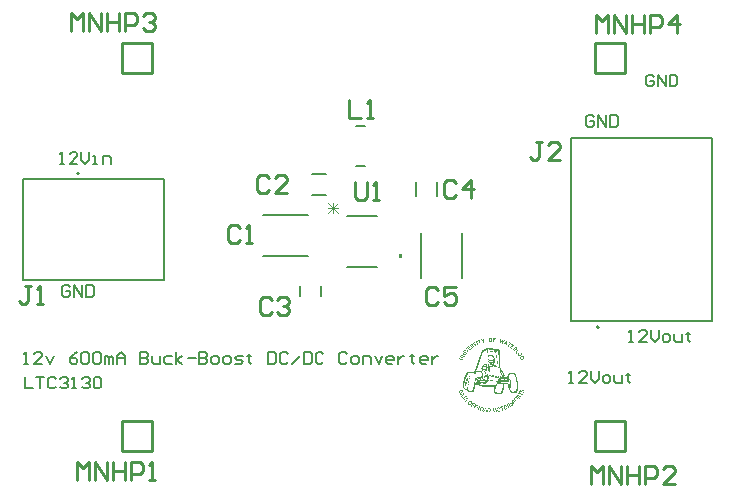
<source format=gto>
G04*
G04 #@! TF.GenerationSoftware,Altium Limited,Altium Designer,24.6.1 (21)*
G04*
G04 Layer_Color=65535*
%FSLAX44Y44*%
%MOMM*%
G71*
G04*
G04 #@! TF.SameCoordinates,FB7811C6-C1BC-4142-BEB3-519EFFB23591*
G04*
G04*
G04 #@! TF.FilePolarity,Positive*
G04*
G01*
G75*
%ADD10C,0.2000*%
%ADD11C,0.1270*%
%ADD12C,0.1524*%
%ADD13C,0.2540*%
%ADD14C,0.0762*%
%ADD15C,0.1700*%
G36*
X333909Y205595D02*
X331369D01*
Y209405D01*
X333909D01*
Y205595D01*
D02*
G37*
G36*
X411482Y138236D02*
X411992D01*
Y138202D01*
X412502D01*
Y138168D01*
X413046D01*
Y138134D01*
X413590D01*
Y138100D01*
X413658D01*
Y138066D01*
X413692D01*
Y137964D01*
X413658D01*
Y137556D01*
X413046D01*
Y137590D01*
X412502D01*
Y137624D01*
X412026D01*
Y137386D01*
X411992D01*
Y136978D01*
X412400D01*
Y136944D01*
X412944D01*
Y136910D01*
X413012D01*
Y136502D01*
X412978D01*
Y136366D01*
X412944D01*
Y136332D01*
X412808D01*
Y136366D01*
X412264D01*
Y136400D01*
X411958D01*
Y136298D01*
X411924D01*
Y135584D01*
X411890D01*
Y135074D01*
X411856D01*
Y135006D01*
X411312D01*
Y135040D01*
X411108D01*
Y135618D01*
X411142D01*
Y136128D01*
X411176D01*
Y136672D01*
X411210D01*
Y137318D01*
X411244D01*
Y137896D01*
X411278D01*
Y138236D01*
X411312D01*
Y138270D01*
X411482D01*
Y138236D01*
D02*
G37*
G36*
X403662Y137692D02*
X403730D01*
Y137624D01*
X403696D01*
Y137488D01*
X403662D01*
Y137386D01*
X403628D01*
Y137284D01*
X403594D01*
Y137182D01*
X403560D01*
Y137080D01*
X403526D01*
Y136978D01*
X403492D01*
Y136876D01*
X403458D01*
Y136774D01*
X403424D01*
Y136638D01*
X403390D01*
Y136536D01*
X403356D01*
Y136434D01*
X403322D01*
Y136332D01*
X403288D01*
Y136230D01*
X403254D01*
Y136128D01*
X403220D01*
Y136026D01*
X403186D01*
Y135924D01*
X403152D01*
Y135788D01*
X403118D01*
Y135686D01*
X403084D01*
Y135652D01*
X403118D01*
Y135516D01*
X403152D01*
Y135414D01*
X403186D01*
Y135278D01*
X403220D01*
Y135176D01*
X403254D01*
Y135040D01*
X403288D01*
Y134938D01*
X403322D01*
Y134802D01*
X403356D01*
Y134666D01*
X403390D01*
Y134564D01*
X403424D01*
Y134428D01*
X403458D01*
Y134326D01*
X403492D01*
Y134224D01*
X403458D01*
Y134190D01*
X403390D01*
Y134156D01*
X403254D01*
Y134122D01*
X403152D01*
Y134088D01*
X403016D01*
Y134054D01*
X402914D01*
Y134020D01*
X402812D01*
Y134054D01*
X402778D01*
Y134122D01*
X402744D01*
Y134224D01*
X402710D01*
Y134360D01*
X402676D01*
Y134496D01*
X402642D01*
Y134598D01*
X402608D01*
Y134734D01*
X402574D01*
Y134836D01*
X402540D01*
Y134972D01*
X402506D01*
Y135074D01*
X402472D01*
Y135210D01*
X402438D01*
Y135312D01*
X402404D01*
Y135380D01*
X402370D01*
Y135414D01*
X402336D01*
Y135448D01*
X402302D01*
Y135482D01*
X402268D01*
Y135516D01*
X402234D01*
Y135550D01*
X402200D01*
Y135584D01*
X402132D01*
Y135618D01*
X402098D01*
Y135652D01*
X402064D01*
Y135686D01*
X402030D01*
Y135720D01*
X401996D01*
Y135754D01*
X401962D01*
Y135788D01*
X401928D01*
Y135822D01*
X401894D01*
Y135856D01*
X401860D01*
Y135890D01*
X401826D01*
Y135924D01*
X401792D01*
Y135958D01*
X401758D01*
Y135992D01*
X401724D01*
Y136026D01*
X401690D01*
Y136060D01*
X401622D01*
Y136094D01*
X401588D01*
Y136128D01*
X401554D01*
Y136162D01*
X401520D01*
Y136196D01*
X401486D01*
Y136230D01*
X401452D01*
Y136264D01*
X401418D01*
Y136298D01*
X401384D01*
Y136332D01*
X401350D01*
Y136366D01*
X401316D01*
Y136400D01*
X401282D01*
Y136434D01*
X401248D01*
Y136468D01*
X401214D01*
Y136502D01*
X401146D01*
Y136536D01*
X401112D01*
Y136570D01*
X401078D01*
Y136604D01*
X401044D01*
Y136638D01*
X401010D01*
Y136672D01*
X400976D01*
Y136706D01*
X400942D01*
Y136740D01*
X400908D01*
Y136774D01*
X400874D01*
Y136808D01*
X400840D01*
Y136842D01*
X400806D01*
Y136910D01*
X400840D01*
Y136944D01*
X400908D01*
Y136978D01*
X401010D01*
Y137012D01*
X401112D01*
Y137046D01*
X401214D01*
Y137080D01*
X401316D01*
Y137114D01*
X401384D01*
Y137080D01*
X401418D01*
Y137046D01*
X401486D01*
Y137012D01*
X401520D01*
Y136978D01*
X401554D01*
Y136944D01*
X401588D01*
Y136910D01*
X401622D01*
Y136876D01*
X401656D01*
Y136842D01*
X401690D01*
Y136808D01*
X401758D01*
Y136774D01*
X401792D01*
Y136740D01*
X401826D01*
Y136706D01*
X401860D01*
Y136672D01*
X401894D01*
Y136638D01*
X401928D01*
Y136604D01*
X401962D01*
Y136570D01*
X402030D01*
Y136536D01*
X402064D01*
Y136502D01*
X402098D01*
Y136468D01*
X402132D01*
Y136434D01*
X402166D01*
Y136400D01*
X402200D01*
Y136366D01*
X402234D01*
Y136332D01*
X402268D01*
Y136298D01*
X402336D01*
Y136264D01*
X402370D01*
Y136230D01*
X402404D01*
Y136196D01*
X402438D01*
Y136162D01*
X402472D01*
Y136128D01*
X402506D01*
Y136094D01*
X402540D01*
Y136060D01*
X402608D01*
Y136128D01*
X402642D01*
Y136230D01*
X402676D01*
Y136332D01*
X402710D01*
Y136434D01*
X402744D01*
Y136536D01*
X402778D01*
Y136638D01*
X402812D01*
Y136774D01*
X402846D01*
Y136876D01*
X402880D01*
Y136978D01*
X402914D01*
Y137080D01*
X402948D01*
Y137182D01*
X402982D01*
Y137216D01*
Y137250D01*
Y137284D01*
X403016D01*
Y137420D01*
X403050D01*
Y137556D01*
X403084D01*
Y137590D01*
X403220D01*
Y137624D01*
X403322D01*
Y137658D01*
X403458D01*
Y137692D01*
X403560D01*
Y137726D01*
X403662D01*
Y137692D01*
D02*
G37*
G36*
X409238Y138406D02*
X409408D01*
Y138372D01*
X409544D01*
Y138338D01*
X409612D01*
Y138304D01*
X409680D01*
Y138270D01*
X409748D01*
Y138236D01*
X409816D01*
Y138202D01*
X409850D01*
Y138168D01*
X409918D01*
Y138134D01*
X409952D01*
Y138100D01*
X409986D01*
Y138066D01*
X410054D01*
Y138032D01*
X410088D01*
Y137998D01*
X410122D01*
Y137964D01*
X410156D01*
Y137930D01*
X410190D01*
Y137896D01*
X410224D01*
Y137828D01*
X410258D01*
Y137794D01*
X410292D01*
Y137760D01*
X410326D01*
Y137692D01*
X410360D01*
Y137658D01*
X410394D01*
Y137590D01*
X410428D01*
Y137522D01*
X410462D01*
Y137454D01*
X410496D01*
Y137386D01*
X410530D01*
Y137284D01*
X410564D01*
Y137216D01*
X410598D01*
Y137080D01*
X410632D01*
Y136910D01*
X410666D01*
Y136162D01*
X410632D01*
Y136026D01*
X410598D01*
Y135924D01*
X410564D01*
Y135822D01*
X410530D01*
Y135720D01*
X410496D01*
Y135652D01*
X410462D01*
Y135584D01*
X410428D01*
Y135516D01*
X410394D01*
Y135482D01*
X410360D01*
Y135414D01*
X410326D01*
Y135380D01*
X410292D01*
Y135346D01*
X410258D01*
Y135278D01*
X410224D01*
Y135244D01*
X410190D01*
Y135210D01*
X410156D01*
Y135176D01*
X410122D01*
Y135142D01*
X410088D01*
Y135108D01*
X410020D01*
Y135074D01*
X409986D01*
Y135040D01*
X409952D01*
Y135006D01*
X409884D01*
Y134972D01*
X409850D01*
Y134938D01*
X409782D01*
Y134904D01*
X409714D01*
Y134870D01*
X409612D01*
Y134836D01*
X409510D01*
Y134802D01*
X409340D01*
Y134768D01*
X409000D01*
Y134802D01*
X408830D01*
Y134836D01*
X408694D01*
Y134870D01*
X408626D01*
Y134904D01*
X408558D01*
Y134938D01*
X408490D01*
Y134972D01*
X408422D01*
Y135006D01*
X408354D01*
Y135040D01*
X408320D01*
Y135074D01*
X408286D01*
Y135108D01*
X408218D01*
Y135142D01*
X408184D01*
Y135176D01*
X408150D01*
Y135210D01*
X408116D01*
Y135244D01*
X408082D01*
Y135278D01*
X408048D01*
Y135312D01*
X408014D01*
Y135380D01*
X407980D01*
Y135414D01*
X407946D01*
Y135448D01*
X407912D01*
Y135516D01*
X407878D01*
Y135550D01*
X407844D01*
Y135618D01*
X407810D01*
Y135686D01*
X407776D01*
Y135754D01*
X407742D01*
Y135822D01*
X407708D01*
Y135890D01*
X407674D01*
Y135992D01*
X407640D01*
Y136128D01*
X407606D01*
Y136264D01*
X407572D01*
Y136638D01*
X407538D01*
Y136740D01*
X407572D01*
Y137046D01*
X407606D01*
Y137182D01*
X407640D01*
Y137318D01*
X407674D01*
Y137386D01*
X407708D01*
Y137488D01*
X407742D01*
Y137556D01*
X407776D01*
Y137624D01*
X407810D01*
Y137692D01*
X407844D01*
Y137726D01*
X407878D01*
Y137794D01*
X407912D01*
Y137828D01*
X407946D01*
Y137862D01*
X407980D01*
Y137930D01*
X408014D01*
Y137964D01*
X408048D01*
Y137998D01*
X408082D01*
Y138032D01*
X408116D01*
Y138066D01*
X408150D01*
Y138100D01*
X408218D01*
Y138134D01*
X408252D01*
Y138168D01*
X408286D01*
Y138202D01*
X408354D01*
Y138236D01*
X408388D01*
Y138270D01*
X408456D01*
Y138304D01*
X408524D01*
Y138338D01*
X408626D01*
Y138372D01*
X408728D01*
Y138406D01*
X408898D01*
Y138440D01*
X409238D01*
Y138406D01*
D02*
G37*
G36*
X395910Y134632D02*
X396012D01*
Y134530D01*
X396046D01*
Y134428D01*
X396080D01*
Y134326D01*
X396114D01*
Y134224D01*
X396148D01*
Y134088D01*
X395944D01*
Y134122D01*
X395774D01*
Y134088D01*
X395638D01*
Y134054D01*
X395570D01*
Y134020D01*
X395468D01*
Y133986D01*
X395434D01*
Y133952D01*
X395366D01*
Y133918D01*
X395332D01*
Y133884D01*
X395264D01*
Y133816D01*
X395230D01*
Y133782D01*
X395196D01*
Y133510D01*
X395230D01*
Y133476D01*
X395264D01*
Y133442D01*
X395298D01*
Y133408D01*
X395366D01*
Y133374D01*
X395434D01*
Y133340D01*
X396590D01*
Y133306D01*
X396726D01*
Y133272D01*
X396828D01*
Y133238D01*
X396862D01*
Y133204D01*
X396930D01*
Y133170D01*
X396964D01*
Y133136D01*
X396998D01*
Y133102D01*
X397032D01*
Y133068D01*
X397066D01*
Y133034D01*
X397100D01*
Y132966D01*
X397134D01*
Y132932D01*
X397168D01*
Y132864D01*
X397202D01*
Y132796D01*
X397236D01*
Y132728D01*
X397270D01*
Y132626D01*
X397304D01*
Y132456D01*
X397338D01*
Y132252D01*
X397304D01*
Y132082D01*
X397270D01*
Y132014D01*
X397236D01*
Y131946D01*
X397202D01*
Y131912D01*
X397168D01*
Y131844D01*
X397134D01*
Y131810D01*
X397100D01*
Y131776D01*
X397066D01*
Y131742D01*
X397032D01*
Y131708D01*
X396998D01*
Y131674D01*
X396930D01*
Y131640D01*
X396896D01*
Y131606D01*
X396862D01*
Y131572D01*
X396794D01*
Y131538D01*
X396760D01*
Y131504D01*
X396726D01*
Y131470D01*
X396658D01*
Y131436D01*
X396624D01*
Y131402D01*
X396556D01*
Y131368D01*
X396488D01*
Y131334D01*
X396386D01*
Y131300D01*
X396318D01*
Y131266D01*
X396182D01*
Y131232D01*
X395808D01*
Y131266D01*
X395740D01*
Y131300D01*
X395706D01*
Y131776D01*
X395740D01*
Y131810D01*
X395774D01*
Y131844D01*
X395876D01*
Y131810D01*
X395944D01*
Y131844D01*
X396182D01*
Y131878D01*
X396284D01*
Y131912D01*
X396386D01*
Y131946D01*
X396454D01*
Y131980D01*
X396488D01*
Y132014D01*
X396522D01*
Y132048D01*
X396556D01*
Y132082D01*
X396590D01*
Y132150D01*
X396624D01*
Y132388D01*
X396590D01*
Y132456D01*
X396556D01*
Y132524D01*
X396522D01*
Y132558D01*
X396454D01*
Y132592D01*
X396386D01*
Y132626D01*
X396250D01*
Y132660D01*
X396080D01*
Y132626D01*
X395774D01*
Y132592D01*
X395366D01*
Y132626D01*
X395162D01*
Y132660D01*
X395026D01*
Y132694D01*
X394958D01*
Y132728D01*
X394856D01*
Y132762D01*
X394822D01*
Y132796D01*
X394754D01*
Y132830D01*
X394720D01*
Y132864D01*
X394686D01*
Y132898D01*
X394652D01*
Y132932D01*
X394618D01*
Y132966D01*
X394584D01*
Y133034D01*
X394550D01*
Y133102D01*
X394516D01*
Y133170D01*
X394482D01*
Y133238D01*
X394448D01*
Y133340D01*
X394414D01*
Y133510D01*
X394380D01*
Y133748D01*
X394414D01*
Y133850D01*
X394448D01*
Y133952D01*
X394482D01*
Y133986D01*
X394516D01*
Y134054D01*
X394550D01*
Y134088D01*
X394584D01*
Y134122D01*
X394618D01*
Y134156D01*
X394652D01*
Y134190D01*
X394686D01*
Y134224D01*
X394720D01*
Y134258D01*
X394788D01*
Y134292D01*
X394822D01*
Y134326D01*
X394890D01*
Y134360D01*
X394924D01*
Y134394D01*
X394992D01*
Y134428D01*
X395060D01*
Y134462D01*
X395128D01*
Y134496D01*
X395196D01*
Y134530D01*
X395298D01*
Y134564D01*
X395366D01*
Y134598D01*
X395468D01*
Y134632D01*
X395604D01*
Y134666D01*
X395910D01*
Y134632D01*
D02*
G37*
G36*
X417500Y137488D02*
X417602D01*
Y137454D01*
X417704D01*
Y137420D01*
X417806D01*
Y137386D01*
X417874D01*
Y137352D01*
X417908D01*
Y137318D01*
X417942D01*
Y137114D01*
Y137080D01*
Y136774D01*
X417976D01*
Y135380D01*
X418010D01*
Y135414D01*
X418044D01*
Y135448D01*
X418078D01*
Y135516D01*
X418112D01*
Y135550D01*
X418146D01*
Y135584D01*
X418180D01*
Y135652D01*
X418214D01*
Y135686D01*
X418248D01*
Y135720D01*
X418282D01*
Y135754D01*
X418316D01*
Y135822D01*
X418350D01*
Y135856D01*
X418384D01*
Y135890D01*
X418418D01*
Y135958D01*
X418452D01*
Y135992D01*
X418486D01*
Y136026D01*
X418520D01*
Y136094D01*
X418554D01*
Y136128D01*
X418588D01*
Y136162D01*
X418622D01*
Y136196D01*
X418656D01*
Y136264D01*
X418690D01*
Y136298D01*
X418724D01*
Y136332D01*
X418758D01*
Y136400D01*
X418792D01*
Y136434D01*
X418826D01*
Y136468D01*
X418860D01*
Y136536D01*
X418894D01*
Y136570D01*
X418928D01*
Y136604D01*
X418962D01*
Y136672D01*
X418996D01*
Y136706D01*
X419030D01*
Y136740D01*
X419064D01*
Y136774D01*
X419098D01*
Y136842D01*
X419132D01*
Y136876D01*
X419166D01*
Y136910D01*
X419200D01*
Y136944D01*
X419234D01*
Y136910D01*
X419336D01*
Y136876D01*
X419438D01*
Y136842D01*
X419540D01*
Y136808D01*
X419574D01*
Y134802D01*
X419608D01*
Y134836D01*
X419642D01*
Y134870D01*
X419676D01*
Y134938D01*
X419710D01*
Y134972D01*
X419744D01*
Y135006D01*
X419778D01*
Y135040D01*
X419812D01*
Y135074D01*
X419846D01*
Y135142D01*
X419880D01*
Y135176D01*
X419914D01*
Y135210D01*
X419948D01*
Y135244D01*
X419982D01*
Y135312D01*
X420016D01*
Y135346D01*
X420050D01*
Y135380D01*
X420084D01*
Y135414D01*
X420118D01*
Y135448D01*
X420152D01*
Y135516D01*
X420186D01*
Y135550D01*
X420220D01*
Y135584D01*
X420254D01*
Y135618D01*
X420288D01*
Y135686D01*
X420322D01*
Y135720D01*
X420356D01*
Y135754D01*
X420390D01*
Y135788D01*
X420424D01*
Y135822D01*
X420458D01*
Y135890D01*
X420492D01*
Y135924D01*
X420526D01*
Y135958D01*
X420560D01*
Y135992D01*
X420594D01*
Y136060D01*
X420628D01*
Y136094D01*
X420662D01*
Y136128D01*
X420696D01*
Y136162D01*
X420730D01*
Y136196D01*
X420764D01*
Y136264D01*
X420798D01*
Y136298D01*
X420832D01*
Y136332D01*
X420866D01*
Y136366D01*
X421002D01*
Y136332D01*
X421104D01*
Y136298D01*
X421206D01*
Y136264D01*
X421308D01*
Y136230D01*
X421410D01*
Y136196D01*
X421478D01*
Y136162D01*
X421512D01*
Y136094D01*
X421478D01*
Y136060D01*
X421444D01*
Y136026D01*
X421410D01*
Y135958D01*
X421376D01*
Y135924D01*
X421342D01*
Y135890D01*
X421308D01*
Y135856D01*
X421274D01*
Y135822D01*
X421240D01*
Y135754D01*
X421206D01*
Y135720D01*
X421172D01*
Y135686D01*
X421138D01*
Y135652D01*
X421104D01*
Y135618D01*
X421070D01*
Y135584D01*
X421036D01*
Y135516D01*
X421002D01*
Y135482D01*
X420968D01*
Y135448D01*
X420934D01*
Y135414D01*
X420900D01*
Y135380D01*
X420866D01*
Y135312D01*
X420832D01*
Y135278D01*
X420798D01*
Y135244D01*
X420764D01*
Y135210D01*
X420730D01*
Y135176D01*
X420696D01*
Y135142D01*
X420662D01*
Y135074D01*
X420628D01*
Y135040D01*
X420594D01*
Y135006D01*
X420560D01*
Y134972D01*
X420526D01*
Y134938D01*
X420492D01*
Y134870D01*
X420458D01*
Y134836D01*
X420424D01*
Y134802D01*
X420390D01*
Y134768D01*
X420356D01*
Y134734D01*
X420322D01*
Y134666D01*
X420288D01*
Y134632D01*
X420254D01*
Y134598D01*
X420220D01*
Y134564D01*
X420186D01*
Y134530D01*
X420152D01*
Y134462D01*
X420118D01*
Y134428D01*
X420084D01*
Y134394D01*
X420050D01*
Y134360D01*
X420016D01*
Y134326D01*
X419982D01*
Y134292D01*
X419948D01*
Y134224D01*
X419914D01*
Y134190D01*
X419880D01*
Y134156D01*
X419846D01*
Y134122D01*
X419812D01*
Y134088D01*
X419778D01*
Y134020D01*
X419744D01*
Y133986D01*
X419710D01*
Y133952D01*
X419676D01*
Y133918D01*
X419642D01*
Y133884D01*
X419608D01*
Y133816D01*
X419574D01*
Y133782D01*
X419540D01*
Y133748D01*
X419506D01*
Y133714D01*
X419472D01*
Y133680D01*
X419438D01*
Y133646D01*
X419404D01*
Y133578D01*
X419370D01*
Y133544D01*
X419336D01*
Y133510D01*
X419302D01*
Y133476D01*
X419268D01*
Y133442D01*
X419234D01*
Y133408D01*
X419200D01*
Y133374D01*
X419166D01*
Y133340D01*
X419098D01*
Y133374D01*
X418996D01*
Y133442D01*
X418962D01*
Y134360D01*
X418928D01*
Y135482D01*
X418894D01*
Y135448D01*
X418860D01*
Y135380D01*
X418826D01*
Y135346D01*
X418792D01*
Y135312D01*
X418758D01*
Y135278D01*
X418724D01*
Y135210D01*
X418690D01*
Y135176D01*
X418656D01*
Y135142D01*
X418622D01*
Y135108D01*
X418588D01*
Y135040D01*
X418554D01*
Y135006D01*
X418520D01*
Y134972D01*
X418486D01*
Y134938D01*
X418452D01*
Y134904D01*
X418418D01*
Y134836D01*
X418384D01*
Y134802D01*
X418350D01*
Y134768D01*
X418316D01*
Y134734D01*
X418282D01*
Y134666D01*
X418248D01*
Y134632D01*
X418214D01*
Y134598D01*
X418180D01*
Y134564D01*
X418146D01*
Y134496D01*
X418112D01*
Y134462D01*
X418078D01*
Y134428D01*
X418044D01*
Y134394D01*
X418010D01*
Y134326D01*
X417976D01*
Y134292D01*
X417942D01*
Y134258D01*
X417908D01*
Y134224D01*
X417874D01*
Y134156D01*
X417840D01*
Y134122D01*
X417806D01*
Y134088D01*
X417772D01*
Y134054D01*
X417738D01*
Y133986D01*
X417704D01*
Y133952D01*
X417670D01*
Y133918D01*
X417534D01*
Y133952D01*
X417466D01*
Y134156D01*
X417432D01*
Y135006D01*
X417398D01*
Y135822D01*
X417364D01*
Y136638D01*
X417330D01*
Y137522D01*
X417500D01*
Y137488D01*
D02*
G37*
G36*
X400466Y136842D02*
X400500D01*
Y136808D01*
X400534D01*
Y136740D01*
X400568D01*
Y136638D01*
X400602D01*
Y136570D01*
X400636D01*
Y136468D01*
X400670D01*
Y136400D01*
X400704D01*
Y136230D01*
X400636D01*
Y136196D01*
X400568D01*
Y136162D01*
X400466D01*
Y136128D01*
X400398D01*
Y136094D01*
X400296D01*
Y136060D01*
X400228D01*
Y136026D01*
X400126D01*
Y135992D01*
X400058D01*
Y135958D01*
X399956D01*
Y135924D01*
X399888D01*
Y135890D01*
X399786D01*
Y135856D01*
X399718D01*
Y135754D01*
X399752D01*
Y135686D01*
X399786D01*
Y135584D01*
X399820D01*
Y135516D01*
X399854D01*
Y135414D01*
X399888D01*
Y135346D01*
X399922D01*
Y135244D01*
X399956D01*
Y135176D01*
X399990D01*
Y135074D01*
X400024D01*
Y135006D01*
X400058D01*
Y134904D01*
X400092D01*
Y134836D01*
X400126D01*
Y134734D01*
X400160D01*
Y134666D01*
X400194D01*
Y134564D01*
X400228D01*
Y134462D01*
X400262D01*
Y134394D01*
X400296D01*
Y134292D01*
X400330D01*
Y134224D01*
X400364D01*
Y134122D01*
X400398D01*
Y134054D01*
X400432D01*
Y133952D01*
X400466D01*
Y133884D01*
X400500D01*
Y133782D01*
X400534D01*
Y133714D01*
X400568D01*
Y133612D01*
X400602D01*
Y133544D01*
X400636D01*
Y133442D01*
X400670D01*
Y133340D01*
X400636D01*
Y133306D01*
X400534D01*
Y133272D01*
X400466D01*
Y133238D01*
X400364D01*
Y133204D01*
X400262D01*
Y133170D01*
X400194D01*
Y133136D01*
X400092D01*
Y133170D01*
X400058D01*
Y133238D01*
X400024D01*
Y133306D01*
X399990D01*
Y133408D01*
X399956D01*
Y133476D01*
X399922D01*
Y133578D01*
X399888D01*
Y133646D01*
X399854D01*
Y133748D01*
X399820D01*
Y133850D01*
X399786D01*
Y133918D01*
X399752D01*
Y134020D01*
X399718D01*
Y134088D01*
X399684D01*
Y134190D01*
X399650D01*
Y134258D01*
X399616D01*
Y134360D01*
X399582D01*
Y134428D01*
X399548D01*
Y134530D01*
X399514D01*
Y134598D01*
X399480D01*
Y134700D01*
X399446D01*
Y134768D01*
X399412D01*
Y134870D01*
X399378D01*
Y134972D01*
X399344D01*
Y135040D01*
X399310D01*
Y135142D01*
X399276D01*
Y135210D01*
X399242D01*
Y135312D01*
X399208D01*
Y135380D01*
X399174D01*
Y135482D01*
X399140D01*
Y135550D01*
X399106D01*
Y135584D01*
X399004D01*
Y135550D01*
X398936D01*
Y135516D01*
X398834D01*
Y135482D01*
X398766D01*
Y135448D01*
X398664D01*
Y135414D01*
X398596D01*
Y135380D01*
X398494D01*
Y135346D01*
X398426D01*
Y135312D01*
X398324D01*
Y135278D01*
X398222D01*
Y135244D01*
X398154D01*
Y135210D01*
X398086D01*
Y135244D01*
X398052D01*
Y135312D01*
X398018D01*
Y135380D01*
X397984D01*
Y135482D01*
X397950D01*
Y135550D01*
X397916D01*
Y135652D01*
X397882D01*
Y135720D01*
X397848D01*
Y135822D01*
X397882D01*
Y135856D01*
X397950D01*
Y135890D01*
X398018D01*
Y135924D01*
X398120D01*
Y135958D01*
X398188D01*
Y135992D01*
X398290D01*
Y136026D01*
X398358D01*
Y136060D01*
X398460D01*
Y136094D01*
X398528D01*
Y136128D01*
X398630D01*
Y136162D01*
X398698D01*
Y136196D01*
X398800D01*
Y136230D01*
X398868D01*
Y136264D01*
X398970D01*
Y136298D01*
X399038D01*
Y136332D01*
X399140D01*
Y136366D01*
X399208D01*
Y136400D01*
X399310D01*
Y136434D01*
X399378D01*
Y136468D01*
X399480D01*
Y136502D01*
X399582D01*
Y136536D01*
X399650D01*
Y136570D01*
X399752D01*
Y136604D01*
X399820D01*
Y136638D01*
X399922D01*
Y136672D01*
X399990D01*
Y136706D01*
X400092D01*
Y136740D01*
X400160D01*
Y136774D01*
X400262D01*
Y136808D01*
X400330D01*
Y136842D01*
X400432D01*
Y136876D01*
X400466D01*
Y136842D01*
D02*
G37*
G36*
X424810Y134666D02*
X424844D01*
Y134632D01*
X424912D01*
Y134598D01*
X424980D01*
Y134564D01*
X425014D01*
Y134530D01*
X425082D01*
Y134496D01*
X425116D01*
Y134462D01*
X425184D01*
Y134428D01*
X425252D01*
Y134394D01*
X425286D01*
Y134360D01*
X425354D01*
Y134326D01*
X425422D01*
Y134292D01*
X425456D01*
Y134258D01*
X425524D01*
Y134224D01*
X425558D01*
Y134190D01*
X425626D01*
Y134156D01*
X425694D01*
Y134122D01*
X425728D01*
Y134088D01*
X425796D01*
Y134054D01*
X425830D01*
Y134020D01*
X425898D01*
Y133986D01*
X425966D01*
Y133952D01*
X426000D01*
Y133918D01*
X426068D01*
Y133884D01*
X426102D01*
Y133850D01*
X426170D01*
Y133816D01*
X426238D01*
Y133782D01*
X426272D01*
Y133748D01*
X426340D01*
Y133714D01*
X426374D01*
Y133680D01*
X426442D01*
Y133646D01*
X426510D01*
Y133612D01*
X426544D01*
Y133578D01*
X426612D01*
Y133544D01*
X426646D01*
Y133510D01*
X426714D01*
Y133476D01*
X426782D01*
Y133442D01*
X426816D01*
Y133408D01*
X426884D01*
Y133374D01*
X426952D01*
Y133340D01*
X426986D01*
Y133306D01*
X427054D01*
Y133272D01*
X427088D01*
Y133238D01*
X427156D01*
Y133204D01*
X427224D01*
Y133170D01*
X427258D01*
Y133136D01*
X427326D01*
Y133000D01*
X427292D01*
Y132932D01*
X427258D01*
Y132898D01*
X427224D01*
Y132830D01*
X427190D01*
Y132762D01*
X427156D01*
Y132728D01*
X427122D01*
Y132660D01*
X427088D01*
Y132626D01*
X427054D01*
Y132592D01*
X426986D01*
Y132626D01*
X426918D01*
Y132660D01*
X426884D01*
Y132694D01*
X426816D01*
Y132728D01*
X426748D01*
Y132762D01*
X426714D01*
Y132796D01*
X426646D01*
Y132830D01*
X426612D01*
Y132864D01*
X426544D01*
Y132898D01*
X426476D01*
Y132932D01*
X426442D01*
Y132966D01*
X426374D01*
Y133000D01*
X426340D01*
Y133034D01*
X426272D01*
Y133068D01*
X426204D01*
Y133102D01*
X426170D01*
Y133136D01*
X426102D01*
Y133170D01*
X426034D01*
Y133204D01*
X426000D01*
Y133170D01*
X425966D01*
Y133102D01*
X425932D01*
Y133068D01*
X425898D01*
Y133000D01*
X425864D01*
Y132966D01*
X425830D01*
Y132898D01*
X425796D01*
Y132830D01*
X425762D01*
Y132796D01*
X425728D01*
Y132728D01*
X425694D01*
Y132694D01*
X425660D01*
Y132626D01*
X425626D01*
Y132558D01*
X425592D01*
Y132524D01*
X425558D01*
Y132456D01*
X425524D01*
Y132388D01*
X425490D01*
Y132354D01*
X425456D01*
Y132286D01*
X425422D01*
Y132252D01*
X425388D01*
Y132184D01*
X425354D01*
Y132116D01*
X425320D01*
Y132082D01*
X425286D01*
Y132014D01*
X425252D01*
Y131980D01*
X425218D01*
Y131912D01*
X425184D01*
Y131844D01*
X425150D01*
Y131810D01*
X425116D01*
Y131742D01*
X425082D01*
Y131708D01*
X425048D01*
Y131640D01*
X425014D01*
Y131572D01*
X424980D01*
Y131538D01*
X424946D01*
Y131470D01*
X424912D01*
Y131436D01*
X424878D01*
Y131368D01*
X424844D01*
Y131300D01*
X424810D01*
Y131266D01*
X424776D01*
Y131198D01*
X424742D01*
Y131164D01*
X424708D01*
Y131096D01*
X424674D01*
Y131028D01*
X424640D01*
Y130994D01*
X424606D01*
Y130926D01*
X424572D01*
Y130892D01*
X424470D01*
Y130926D01*
X424436D01*
Y130960D01*
X424368D01*
Y130994D01*
X424334D01*
Y131028D01*
X424266D01*
Y131062D01*
X424198D01*
Y131096D01*
X424164D01*
Y131130D01*
X424096D01*
Y131164D01*
X424028D01*
Y131198D01*
X423994D01*
Y131232D01*
X423960D01*
Y131300D01*
X423994D01*
Y131334D01*
X424028D01*
Y131402D01*
X424062D01*
Y131470D01*
X424096D01*
Y131504D01*
X424130D01*
Y131572D01*
X424164D01*
Y131640D01*
X424198D01*
Y131674D01*
X424232D01*
Y131742D01*
X424266D01*
Y131776D01*
X424300D01*
Y131844D01*
X424334D01*
Y131912D01*
X424368D01*
Y131946D01*
X424402D01*
Y132014D01*
X424436D01*
Y132048D01*
X424470D01*
Y132116D01*
X424504D01*
Y132184D01*
X424538D01*
Y132218D01*
X424572D01*
Y132286D01*
X424606D01*
Y132320D01*
X424640D01*
Y132388D01*
X424674D01*
Y132456D01*
X424708D01*
Y132490D01*
X424742D01*
Y132558D01*
X424776D01*
Y132592D01*
X424810D01*
Y132660D01*
X424844D01*
Y132728D01*
X424878D01*
Y132762D01*
X424912D01*
Y132830D01*
X424946D01*
Y132864D01*
X424980D01*
Y132932D01*
X425014D01*
Y133000D01*
X425048D01*
Y133034D01*
X425082D01*
Y133102D01*
X425116D01*
Y133136D01*
X425150D01*
Y133204D01*
X425184D01*
Y133272D01*
X425218D01*
Y133306D01*
X425252D01*
Y133374D01*
X425286D01*
Y133408D01*
X425320D01*
Y133476D01*
X425354D01*
Y133544D01*
X425388D01*
Y133612D01*
X425354D01*
Y133646D01*
X425286D01*
Y133680D01*
X425218D01*
Y133714D01*
X425184D01*
Y133748D01*
X425116D01*
Y133782D01*
X425082D01*
Y133816D01*
X425014D01*
Y133850D01*
X424946D01*
Y133884D01*
X424912D01*
Y133918D01*
X424844D01*
Y133952D01*
X424810D01*
Y133986D01*
X424742D01*
Y134020D01*
X424674D01*
Y134054D01*
X424640D01*
Y134088D01*
X424572D01*
Y134122D01*
X424504D01*
Y134156D01*
X424470D01*
Y134190D01*
X424436D01*
Y134292D01*
X424470D01*
Y134326D01*
X424504D01*
Y134394D01*
X424538D01*
Y134462D01*
X424572D01*
Y134496D01*
X424606D01*
Y134564D01*
X424640D01*
Y134598D01*
X424674D01*
Y134666D01*
X424708D01*
Y134700D01*
X424810D01*
Y134666D01*
D02*
G37*
G36*
X397406Y135380D02*
X397440D01*
Y135278D01*
X397474D01*
Y135210D01*
X397508D01*
Y135142D01*
X397542D01*
Y135074D01*
X397576D01*
Y135006D01*
X397610D01*
Y134938D01*
X397644D01*
Y134870D01*
X397678D01*
Y134802D01*
X397712D01*
Y134734D01*
X397746D01*
Y134666D01*
X397780D01*
Y134564D01*
X397814D01*
Y134496D01*
X397848D01*
Y134462D01*
Y134428D01*
X397882D01*
Y134360D01*
X397916D01*
Y134292D01*
X397950D01*
Y134224D01*
X397984D01*
Y134156D01*
X398018D01*
Y134088D01*
X398052D01*
Y134020D01*
X398086D01*
Y133952D01*
X398120D01*
Y133850D01*
X398154D01*
Y133782D01*
X398188D01*
Y133714D01*
X398222D01*
Y133646D01*
X398256D01*
Y133578D01*
X398290D01*
Y133510D01*
X398324D01*
Y133442D01*
X398358D01*
Y133374D01*
X398392D01*
Y133306D01*
X398426D01*
Y133238D01*
X398460D01*
Y133136D01*
X398494D01*
Y133068D01*
X398528D01*
Y133000D01*
X398562D01*
Y132932D01*
X398596D01*
Y132864D01*
X398630D01*
Y132796D01*
X398664D01*
Y132728D01*
X398698D01*
Y132660D01*
X398732D01*
Y132558D01*
X398698D01*
Y132524D01*
X398664D01*
Y132490D01*
X398562D01*
Y132456D01*
X398494D01*
Y132422D01*
X398426D01*
Y132388D01*
X398358D01*
Y132354D01*
X398290D01*
Y132320D01*
X398222D01*
Y132286D01*
X398086D01*
Y132354D01*
X398052D01*
Y132422D01*
X398018D01*
Y132490D01*
X397984D01*
Y132558D01*
X397950D01*
Y132626D01*
X397916D01*
Y132694D01*
X397882D01*
Y132762D01*
X397848D01*
Y132830D01*
X397814D01*
Y132898D01*
X397780D01*
Y132966D01*
X397746D01*
Y133068D01*
X397712D01*
Y133136D01*
X397678D01*
Y133204D01*
X397644D01*
Y133272D01*
X397610D01*
Y133340D01*
X397576D01*
Y133408D01*
X397542D01*
Y133476D01*
X397508D01*
Y133544D01*
X397474D01*
Y133612D01*
X397440D01*
Y133714D01*
X397406D01*
Y133782D01*
X397372D01*
Y133850D01*
X397338D01*
Y133918D01*
X397304D01*
Y133986D01*
X397270D01*
Y134054D01*
X397236D01*
Y134122D01*
X397202D01*
Y134190D01*
X397168D01*
Y134258D01*
X397134D01*
Y134326D01*
X397100D01*
Y134428D01*
X397066D01*
Y134496D01*
X397032D01*
Y134564D01*
X396998D01*
Y134632D01*
X396964D01*
Y134700D01*
X396930D01*
Y134768D01*
X396896D01*
Y134836D01*
X396862D01*
Y134904D01*
X396828D01*
Y134972D01*
X396794D01*
Y135040D01*
X396760D01*
Y135210D01*
X396828D01*
Y135244D01*
X396896D01*
Y135278D01*
X396964D01*
Y135312D01*
X397066D01*
Y135346D01*
X397134D01*
Y135380D01*
X397202D01*
Y135414D01*
X397270D01*
Y135448D01*
X397406D01*
Y135380D01*
D02*
G37*
G36*
X423008Y135448D02*
X423076D01*
Y135414D01*
X423144D01*
Y135380D01*
X423212D01*
Y135346D01*
X423280D01*
Y135312D01*
X423348D01*
Y135278D01*
X423382D01*
Y135142D01*
X423348D01*
Y134734D01*
X423314D01*
Y134292D01*
X423280D01*
Y133884D01*
X423246D01*
Y133476D01*
X423212D01*
Y133102D01*
X423178D01*
Y132694D01*
X423144D01*
Y132320D01*
X423110D01*
Y131878D01*
X423076D01*
Y131810D01*
X423042D01*
Y131776D01*
X422940D01*
Y131810D01*
X422872D01*
Y131844D01*
X422770D01*
Y131878D01*
X422702D01*
Y131912D01*
X422634D01*
Y131946D01*
X422566D01*
Y131980D01*
X422498D01*
Y132014D01*
X422430D01*
Y132048D01*
X422328D01*
Y132082D01*
X422294D01*
Y132218D01*
X422328D01*
Y132422D01*
X422362D01*
Y132660D01*
X422396D01*
Y132728D01*
X422362D01*
Y132762D01*
X422294D01*
Y132796D01*
X422226D01*
Y132830D01*
X422158D01*
Y132864D01*
X422090D01*
Y132898D01*
X422022D01*
Y132932D01*
X421920D01*
Y132966D01*
X421852D01*
Y133000D01*
X421784D01*
Y133034D01*
X421716D01*
Y133068D01*
X421648D01*
Y133102D01*
X421580D01*
Y133136D01*
X421512D01*
Y133170D01*
X421444D01*
Y133204D01*
X421376D01*
Y133170D01*
X421342D01*
Y133136D01*
X421308D01*
Y133102D01*
X421274D01*
Y133068D01*
X421240D01*
Y133034D01*
X421206D01*
Y133000D01*
X421172D01*
Y132966D01*
X421138D01*
Y132932D01*
X421104D01*
Y132898D01*
X421070D01*
Y132864D01*
X421036D01*
Y132830D01*
X421002D01*
Y132796D01*
X420968D01*
Y132762D01*
X420832D01*
Y132796D01*
X420764D01*
Y132830D01*
X420696D01*
Y132864D01*
X420628D01*
Y132898D01*
X420560D01*
Y132932D01*
X420492D01*
Y132966D01*
X420424D01*
Y133000D01*
X420356D01*
Y133034D01*
X420288D01*
Y133170D01*
X420322D01*
Y133204D01*
X420390D01*
Y133238D01*
X420424D01*
Y133272D01*
X420458D01*
Y133306D01*
X420492D01*
Y133340D01*
X420526D01*
Y133374D01*
X420560D01*
Y133408D01*
X420594D01*
Y133442D01*
X420628D01*
Y133476D01*
X420696D01*
Y133510D01*
X420730D01*
Y133544D01*
X420764D01*
Y133578D01*
X420798D01*
Y133612D01*
X420832D01*
Y133646D01*
X420866D01*
Y133680D01*
X420900D01*
Y133714D01*
X420968D01*
Y133748D01*
X421002D01*
Y133782D01*
X421036D01*
Y133816D01*
X421070D01*
Y133850D01*
X421104D01*
Y133884D01*
X421138D01*
Y133918D01*
X421172D01*
Y133952D01*
X421240D01*
Y133986D01*
X421274D01*
Y134020D01*
X421308D01*
Y134054D01*
X421342D01*
Y134088D01*
X421376D01*
Y134122D01*
X421410D01*
Y134156D01*
X421444D01*
Y134190D01*
X421478D01*
Y134224D01*
X421546D01*
Y134258D01*
X421580D01*
Y134292D01*
X421614D01*
Y134326D01*
X421648D01*
Y134360D01*
X421682D01*
Y134394D01*
X421716D01*
Y134428D01*
X421750D01*
Y134462D01*
X421818D01*
Y134496D01*
X421852D01*
Y134530D01*
X421886D01*
Y134564D01*
X421920D01*
Y134598D01*
X421954D01*
Y134632D01*
X421988D01*
Y134666D01*
X422022D01*
Y134700D01*
X422056D01*
Y134734D01*
X422124D01*
Y134768D01*
X422158D01*
Y134802D01*
X422192D01*
Y134836D01*
X422226D01*
Y134870D01*
X422260D01*
Y134904D01*
X422294D01*
Y134938D01*
X422328D01*
Y134972D01*
X422362D01*
Y135006D01*
X422430D01*
Y135040D01*
X422464D01*
Y135074D01*
X422498D01*
Y135108D01*
X422532D01*
Y135142D01*
X422566D01*
Y135176D01*
X422600D01*
Y135210D01*
X422634D01*
Y135244D01*
X422702D01*
Y135278D01*
X422736D01*
Y135312D01*
X422770D01*
Y135346D01*
X422804D01*
Y135380D01*
X422838D01*
Y135414D01*
X422872D01*
Y135448D01*
X422906D01*
Y135482D01*
X423008D01*
Y135448D01*
D02*
G37*
G36*
X427904Y132762D02*
X427938D01*
Y132728D01*
X428006D01*
Y132694D01*
X428040D01*
Y132660D01*
X428074D01*
Y132626D01*
X428142D01*
Y132592D01*
X428176D01*
Y132558D01*
X428210D01*
Y132524D01*
X428278D01*
Y132490D01*
X428312D01*
Y132456D01*
X428346D01*
Y132422D01*
X428414D01*
Y132388D01*
X428448D01*
Y132354D01*
X428482D01*
Y132320D01*
X428550D01*
Y132286D01*
X428584D01*
Y132252D01*
X428618D01*
Y132218D01*
X428686D01*
Y132184D01*
X428720D01*
Y132150D01*
X428754D01*
Y132116D01*
X428822D01*
Y132082D01*
X428856D01*
Y132048D01*
X428890D01*
Y132014D01*
X428958D01*
Y131980D01*
X428992D01*
Y131946D01*
X429026D01*
Y131912D01*
X429094D01*
Y131878D01*
X429128D01*
Y131844D01*
X429162D01*
Y131810D01*
X429230D01*
Y131776D01*
X429264D01*
Y131742D01*
X429298D01*
Y131708D01*
X429366D01*
Y131674D01*
X429400D01*
Y131640D01*
X429434D01*
Y131606D01*
X429502D01*
Y131572D01*
X429536D01*
Y131538D01*
X429570D01*
Y131504D01*
X429638D01*
Y131470D01*
X429706D01*
Y131368D01*
X429672D01*
Y131300D01*
X429638D01*
Y131266D01*
X429604D01*
Y131232D01*
X429570D01*
Y131198D01*
X429536D01*
Y131164D01*
X429502D01*
Y131096D01*
X429468D01*
Y131062D01*
X429434D01*
Y131028D01*
X429400D01*
Y130994D01*
X429366D01*
Y130960D01*
X429332D01*
Y130926D01*
X429298D01*
Y130960D01*
X429264D01*
Y130994D01*
X429196D01*
Y131028D01*
X429162D01*
Y131062D01*
X429128D01*
Y131096D01*
X429094D01*
Y131130D01*
X429026D01*
Y131164D01*
X428992D01*
Y131198D01*
X428958D01*
Y131232D01*
X428890D01*
Y131266D01*
X428856D01*
Y131300D01*
X428822D01*
Y131334D01*
X428754D01*
Y131368D01*
X428720D01*
Y131402D01*
X428686D01*
Y131436D01*
X428652D01*
Y131470D01*
X428584D01*
Y131504D01*
X428550D01*
Y131538D01*
X428516D01*
Y131572D01*
X428448D01*
Y131606D01*
X428414D01*
Y131640D01*
X428380D01*
Y131674D01*
X428346D01*
Y131708D01*
X428278D01*
Y131742D01*
X428244D01*
Y131776D01*
X428210D01*
Y131810D01*
X428142D01*
Y131844D01*
X428108D01*
Y131878D01*
X428074D01*
Y131912D01*
X427972D01*
Y131844D01*
X427938D01*
Y131810D01*
X427904D01*
Y131776D01*
X427870D01*
Y131742D01*
X427836D01*
Y131708D01*
X427802D01*
Y131640D01*
X427768D01*
Y131606D01*
X427734D01*
Y131572D01*
X427700D01*
Y131538D01*
X427666D01*
Y131470D01*
X427632D01*
Y131436D01*
X427598D01*
Y131402D01*
X427564D01*
Y131368D01*
X427598D01*
Y131334D01*
X427632D01*
Y131300D01*
X427666D01*
Y131266D01*
X427734D01*
Y131232D01*
X427768D01*
Y131198D01*
X427802D01*
Y131164D01*
X427870D01*
Y131130D01*
X427904D01*
Y131096D01*
X427938D01*
Y131062D01*
X427972D01*
Y131028D01*
X428040D01*
Y130994D01*
X428074D01*
Y130960D01*
X428108D01*
Y130926D01*
X428176D01*
Y130892D01*
X428210D01*
Y130858D01*
X428244D01*
Y130824D01*
X428278D01*
Y130790D01*
X428346D01*
Y130756D01*
X428380D01*
Y130722D01*
X428414D01*
Y130688D01*
X428448D01*
Y130620D01*
X428414D01*
Y130586D01*
X428380D01*
Y130552D01*
X428346D01*
Y130484D01*
X428312D01*
Y130450D01*
X428278D01*
Y130416D01*
X428244D01*
Y130382D01*
X428210D01*
Y130314D01*
X428176D01*
Y130280D01*
X428142D01*
Y130246D01*
X428040D01*
Y130280D01*
X427972D01*
Y130314D01*
X427938D01*
Y130348D01*
X427904D01*
Y130382D01*
X427870D01*
Y130416D01*
X427836D01*
Y130450D01*
X427768D01*
Y130484D01*
X427734D01*
Y130518D01*
X427700D01*
Y130552D01*
X427666D01*
Y130586D01*
X427632D01*
Y130620D01*
X427564D01*
Y130654D01*
X427530D01*
Y130688D01*
X427496D01*
Y130722D01*
X427462D01*
Y130756D01*
X427428D01*
Y130790D01*
X427360D01*
Y130824D01*
X427326D01*
Y130858D01*
X427292D01*
Y130892D01*
X427258D01*
Y130926D01*
X427190D01*
Y130892D01*
X427156D01*
Y130858D01*
X427122D01*
Y130824D01*
X427088D01*
Y130756D01*
X427054D01*
Y130722D01*
X427020D01*
Y130688D01*
X426986D01*
Y130654D01*
X426952D01*
Y130586D01*
X426918D01*
Y130552D01*
X426884D01*
Y130518D01*
X426850D01*
Y130484D01*
X426816D01*
Y130450D01*
X426782D01*
Y130382D01*
X426748D01*
Y130348D01*
X426714D01*
Y130314D01*
X426680D01*
Y130280D01*
X426646D01*
Y130212D01*
X426612D01*
Y130178D01*
X426578D01*
Y130144D01*
X426646D01*
Y130110D01*
X426680D01*
Y130076D01*
X426714D01*
Y130042D01*
X426748D01*
Y130008D01*
X426816D01*
Y129974D01*
X426850D01*
Y129940D01*
X426884D01*
Y129906D01*
X426918D01*
Y129872D01*
X426986D01*
Y129838D01*
X427020D01*
Y129804D01*
X427054D01*
Y129770D01*
X427088D01*
Y129736D01*
X427122D01*
Y129702D01*
X427190D01*
Y129668D01*
X427224D01*
Y129634D01*
X427258D01*
Y129600D01*
X427292D01*
Y129566D01*
X427360D01*
Y129532D01*
X427394D01*
Y129498D01*
X427428D01*
Y129464D01*
X427462D01*
Y129430D01*
X427530D01*
Y129396D01*
X427564D01*
Y129362D01*
X427598D01*
Y129328D01*
X427632D01*
Y129294D01*
X427700D01*
Y129260D01*
X427734D01*
Y129226D01*
X427768D01*
Y129192D01*
X427802D01*
Y129158D01*
X427768D01*
Y129124D01*
X427734D01*
Y129090D01*
X427700D01*
Y129022D01*
X427666D01*
Y128988D01*
X427632D01*
Y128954D01*
X427598D01*
Y128920D01*
X427564D01*
Y128886D01*
X427530D01*
Y128818D01*
X427496D01*
Y128784D01*
X427428D01*
Y128750D01*
X427394D01*
Y128784D01*
X427360D01*
Y128818D01*
X427326D01*
Y128852D01*
X427258D01*
Y128886D01*
X427224D01*
Y128920D01*
X427190D01*
Y128954D01*
X427156D01*
Y128988D01*
X427122D01*
Y129022D01*
X427054D01*
Y129056D01*
X427020D01*
Y129090D01*
X426986D01*
Y129124D01*
X426952D01*
Y129158D01*
X426884D01*
Y129192D01*
X426850D01*
Y129226D01*
X426816D01*
Y129260D01*
X426782D01*
Y129294D01*
X426714D01*
Y129328D01*
X426680D01*
Y129362D01*
X426646D01*
Y129396D01*
X426612D01*
Y129430D01*
X426544D01*
Y129464D01*
X426510D01*
Y129498D01*
X426476D01*
Y129532D01*
X426442D01*
Y129566D01*
X426408D01*
Y129600D01*
X426340D01*
Y129634D01*
X426306D01*
Y129668D01*
X426272D01*
Y129702D01*
X426238D01*
Y129736D01*
X426170D01*
Y129770D01*
X426136D01*
Y129804D01*
X426102D01*
Y129838D01*
X426068D01*
Y129872D01*
X426000D01*
Y129906D01*
X425966D01*
Y129940D01*
X425932D01*
Y129974D01*
X425898D01*
Y130008D01*
X425830D01*
Y130042D01*
X425796D01*
Y130076D01*
X425762D01*
Y130110D01*
X425728D01*
Y130246D01*
X425762D01*
Y130280D01*
X425796D01*
Y130348D01*
X425830D01*
Y130382D01*
X425864D01*
Y130416D01*
X425898D01*
Y130450D01*
X425932D01*
Y130518D01*
X425966D01*
Y130552D01*
X426000D01*
Y130586D01*
X426034D01*
Y130620D01*
X426068D01*
Y130688D01*
X426102D01*
Y130722D01*
X426136D01*
Y130756D01*
X426170D01*
Y130824D01*
X426204D01*
Y130858D01*
X426238D01*
Y130892D01*
X426272D01*
Y130926D01*
X426306D01*
Y130994D01*
X426340D01*
Y131028D01*
X426374D01*
Y131062D01*
X426408D01*
Y131096D01*
X426442D01*
Y131164D01*
X426476D01*
Y131198D01*
X426510D01*
Y131232D01*
X426544D01*
Y131266D01*
X426578D01*
Y131334D01*
X426612D01*
Y131368D01*
X426646D01*
Y131402D01*
X426680D01*
Y131436D01*
X426714D01*
Y131504D01*
X426748D01*
Y131538D01*
X426782D01*
Y131572D01*
X426816D01*
Y131606D01*
X426850D01*
Y131674D01*
X426884D01*
Y131708D01*
X426918D01*
Y131742D01*
X426952D01*
Y131776D01*
X426986D01*
Y131844D01*
X427020D01*
Y131878D01*
X427054D01*
Y131912D01*
X427088D01*
Y131946D01*
X427122D01*
Y132014D01*
X427156D01*
Y132048D01*
X427190D01*
Y132082D01*
X427224D01*
Y132116D01*
X427258D01*
Y132184D01*
X427292D01*
Y132218D01*
X427326D01*
Y132252D01*
X427360D01*
Y132320D01*
X427394D01*
Y132354D01*
X427428D01*
Y132388D01*
X427462D01*
Y132422D01*
X427496D01*
Y132490D01*
X427530D01*
Y132524D01*
X427564D01*
Y132558D01*
X427598D01*
Y132592D01*
X427632D01*
Y132660D01*
X427666D01*
Y132694D01*
X427700D01*
Y132728D01*
X427734D01*
Y132762D01*
X427768D01*
Y132796D01*
X427904D01*
Y132762D01*
D02*
G37*
G36*
X393598Y133068D02*
X393700D01*
Y133034D01*
X393802D01*
Y133000D01*
X393836D01*
Y132966D01*
X393904D01*
Y132932D01*
X393938D01*
Y132898D01*
X393972D01*
Y132864D01*
X394006D01*
Y132830D01*
X394040D01*
Y132796D01*
X394074D01*
Y132728D01*
X394108D01*
Y132694D01*
X394142D01*
Y132626D01*
X394176D01*
Y132558D01*
X394210D01*
Y132490D01*
X394244D01*
Y132388D01*
X394278D01*
Y132218D01*
X394244D01*
Y132014D01*
X394210D01*
Y131878D01*
X394176D01*
Y131810D01*
X394142D01*
Y131742D01*
X394108D01*
Y131674D01*
X394074D01*
Y131640D01*
X394108D01*
Y131606D01*
X394244D01*
Y131572D01*
X394312D01*
Y131538D01*
X394380D01*
Y131504D01*
X394482D01*
Y131470D01*
X394550D01*
Y131436D01*
X394584D01*
Y131402D01*
X394652D01*
Y131368D01*
X394686D01*
Y131334D01*
X394754D01*
Y131300D01*
X394822D01*
Y131266D01*
X394856D01*
Y131232D01*
X394924D01*
Y131198D01*
X394992D01*
Y131164D01*
X395060D01*
Y131130D01*
X395128D01*
Y131096D01*
X395230D01*
Y131062D01*
X395332D01*
Y131028D01*
X395434D01*
Y130994D01*
X395638D01*
Y130960D01*
X395672D01*
Y130858D01*
X395638D01*
Y130824D01*
X395604D01*
Y130790D01*
X395536D01*
Y130756D01*
X395502D01*
Y130722D01*
X395434D01*
Y130688D01*
X395366D01*
Y130654D01*
X395264D01*
Y130620D01*
X395128D01*
Y130586D01*
X394924D01*
Y130620D01*
X394788D01*
Y130654D01*
X394686D01*
Y130688D01*
X394618D01*
Y130722D01*
X394550D01*
Y130756D01*
X394482D01*
Y130790D01*
X394448D01*
Y130824D01*
X394380D01*
Y130858D01*
X394346D01*
Y130892D01*
X394278D01*
Y130926D01*
X394244D01*
Y130960D01*
X394176D01*
Y130994D01*
X394142D01*
Y131028D01*
X394074D01*
Y131062D01*
X394006D01*
Y131096D01*
X393904D01*
Y131130D01*
X393496D01*
Y131096D01*
X393360D01*
Y131062D01*
X393326D01*
Y131028D01*
X393360D01*
Y130994D01*
X393394D01*
Y130926D01*
X393428D01*
Y130892D01*
X393462D01*
Y130858D01*
X393496D01*
Y130790D01*
X393530D01*
Y130756D01*
X393564D01*
Y130688D01*
X393598D01*
Y130654D01*
X393632D01*
Y130620D01*
X393666D01*
Y130552D01*
X393700D01*
Y130518D01*
X393734D01*
Y130450D01*
X393768D01*
Y130416D01*
X393802D01*
Y130382D01*
X393836D01*
Y130314D01*
X393870D01*
Y130280D01*
X393904D01*
Y130246D01*
X393938D01*
Y130178D01*
X393972D01*
Y130144D01*
X394006D01*
Y130076D01*
X394040D01*
Y130042D01*
X394074D01*
Y130008D01*
X394108D01*
Y129940D01*
X394142D01*
Y129906D01*
X394176D01*
Y129804D01*
X394108D01*
Y129770D01*
X394074D01*
Y129736D01*
X394006D01*
Y129702D01*
X393972D01*
Y129668D01*
X393904D01*
Y129634D01*
X393870D01*
Y129600D01*
X393836D01*
Y129566D01*
X393768D01*
Y129532D01*
X393734D01*
Y129498D01*
X393700D01*
Y129464D01*
X393632D01*
Y129498D01*
X393598D01*
Y129532D01*
X393564D01*
Y129600D01*
X393530D01*
Y129634D01*
X393496D01*
Y129668D01*
X393462D01*
Y129736D01*
X393428D01*
Y129770D01*
X393394D01*
Y129804D01*
X393360D01*
Y129872D01*
X393326D01*
Y129906D01*
X393292D01*
Y129940D01*
X393258D01*
Y130008D01*
X393224D01*
Y130042D01*
X393190D01*
Y130076D01*
X393156D01*
Y130144D01*
X393122D01*
Y130178D01*
X393088D01*
Y130212D01*
X393054D01*
Y130280D01*
X393020D01*
Y130314D01*
X392986D01*
Y130348D01*
X392952D01*
Y130416D01*
X392918D01*
Y130450D01*
X392884D01*
Y130484D01*
X392850D01*
Y130552D01*
X392816D01*
Y130586D01*
X392782D01*
Y130620D01*
X392748D01*
Y130688D01*
X392714D01*
Y130722D01*
X392680D01*
Y130756D01*
X392646D01*
Y130824D01*
X392612D01*
Y130858D01*
X392578D01*
Y130926D01*
X392544D01*
Y130960D01*
X392510D01*
Y130994D01*
X392476D01*
Y131062D01*
X392442D01*
Y131096D01*
X392408D01*
Y131130D01*
X392374D01*
Y131198D01*
X392340D01*
Y131232D01*
X392306D01*
Y131266D01*
X392272D01*
Y131334D01*
X392238D01*
Y131368D01*
X392204D01*
Y131402D01*
X392170D01*
Y131470D01*
X392136D01*
Y131504D01*
X392102D01*
Y131538D01*
X392068D01*
Y131606D01*
X392034D01*
Y131640D01*
X392000D01*
Y131674D01*
X391966D01*
Y131742D01*
X391932D01*
Y131776D01*
X391898D01*
Y131810D01*
X391864D01*
Y131878D01*
X391830D01*
Y131912D01*
X391796D01*
Y131946D01*
X391762D01*
Y132014D01*
X391728D01*
Y132048D01*
X391694D01*
Y132116D01*
X391728D01*
Y132184D01*
X391762D01*
Y132218D01*
X391796D01*
Y132252D01*
X391830D01*
Y132286D01*
X391864D01*
Y132320D01*
X391898D01*
Y132354D01*
X391932D01*
Y132388D01*
X391966D01*
Y132422D01*
X392034D01*
Y132456D01*
X392068D01*
Y132490D01*
X392136D01*
Y132524D01*
X392170D01*
Y132558D01*
X392238D01*
Y132592D01*
X392306D01*
Y132626D01*
X392340D01*
Y132660D01*
X392408D01*
Y132694D01*
X392476D01*
Y132728D01*
X392510D01*
Y132762D01*
X392578D01*
Y132796D01*
X392646D01*
Y132830D01*
X392714D01*
Y132864D01*
X392748D01*
Y132898D01*
X392816D01*
Y132932D01*
X392918D01*
Y132966D01*
X392986D01*
Y133000D01*
X393088D01*
Y133034D01*
X393190D01*
Y133068D01*
X393326D01*
Y133102D01*
X393598D01*
Y133068D01*
D02*
G37*
G36*
X430420Y130892D02*
X430488D01*
Y130858D01*
X430556D01*
Y130824D01*
X430590D01*
Y130790D01*
X430624D01*
Y130756D01*
X430692D01*
Y130722D01*
X430726D01*
Y130688D01*
X430760D01*
Y130654D01*
X430794D01*
Y130620D01*
X430828D01*
Y130586D01*
X430862D01*
Y130552D01*
X430896D01*
Y130518D01*
X430930D01*
Y130484D01*
X430964D01*
Y130416D01*
X430998D01*
Y130382D01*
X431032D01*
Y130348D01*
X431066D01*
Y130314D01*
X431100D01*
Y130280D01*
X431134D01*
Y130212D01*
X431168D01*
Y130178D01*
X431202D01*
Y130144D01*
X431236D01*
Y130110D01*
X431270D01*
Y130042D01*
X431304D01*
Y130008D01*
X431338D01*
Y129974D01*
X431372D01*
Y129940D01*
X431406D01*
Y129872D01*
X431440D01*
Y129838D01*
X431474D01*
Y129770D01*
X431508D01*
Y129702D01*
X431542D01*
Y129668D01*
X431576D01*
Y129600D01*
X431610D01*
Y129532D01*
X431644D01*
Y129464D01*
X431678D01*
Y129362D01*
X431712D01*
Y129226D01*
X431746D01*
Y129056D01*
X431712D01*
Y128886D01*
X431678D01*
Y128784D01*
X431644D01*
Y128750D01*
X431610D01*
Y128682D01*
X431576D01*
Y128648D01*
X431542D01*
Y128580D01*
X431508D01*
Y128546D01*
X431440D01*
Y128512D01*
X431406D01*
Y128444D01*
X431338D01*
Y128410D01*
X431304D01*
Y128376D01*
X431236D01*
Y128342D01*
X431202D01*
Y128308D01*
X431134D01*
Y128274D01*
X431032D01*
Y128240D01*
X430624D01*
Y128274D01*
X430454D01*
Y128308D01*
X430386D01*
Y128342D01*
X430318D01*
Y128240D01*
X430284D01*
Y128104D01*
X430250D01*
Y127968D01*
X430216D01*
Y127900D01*
X430182D01*
Y127832D01*
X430148D01*
Y127730D01*
X430114D01*
Y127662D01*
X430080D01*
Y127594D01*
X430046D01*
Y127526D01*
X430012D01*
Y127424D01*
X429978D01*
Y127322D01*
X429944D01*
Y127220D01*
X429910D01*
Y127050D01*
X429876D01*
Y126846D01*
X429842D01*
Y126574D01*
X429740D01*
Y126608D01*
X429706D01*
Y126642D01*
X429672D01*
Y126676D01*
X429638D01*
Y126710D01*
X429570D01*
Y126778D01*
X429536D01*
Y126812D01*
X429502D01*
Y126880D01*
X429468D01*
Y126948D01*
X429434D01*
Y127016D01*
X429400D01*
Y127118D01*
X429366D01*
Y127560D01*
X429400D01*
Y127662D01*
X429434D01*
Y127730D01*
X429468D01*
Y127832D01*
X429502D01*
Y127900D01*
X429536D01*
Y127968D01*
X429570D01*
Y128036D01*
X429604D01*
Y128104D01*
X429638D01*
Y128206D01*
X429672D01*
Y128274D01*
X429706D01*
Y128376D01*
X429740D01*
Y128682D01*
X429706D01*
Y128852D01*
X429672D01*
Y128886D01*
X429638D01*
Y128988D01*
X429604D01*
Y129022D01*
X429570D01*
Y129056D01*
X429536D01*
Y129022D01*
X429502D01*
Y128954D01*
X429468D01*
Y128920D01*
X429400D01*
Y128886D01*
X429366D01*
Y128852D01*
X429332D01*
Y128818D01*
X429298D01*
Y128750D01*
X429230D01*
Y128716D01*
X429196D01*
Y128682D01*
X429162D01*
Y128648D01*
X429128D01*
Y128614D01*
X429094D01*
Y128580D01*
X429060D01*
Y128546D01*
X429026D01*
Y128512D01*
X428992D01*
Y128478D01*
X428958D01*
Y128444D01*
X428924D01*
Y128410D01*
X428890D01*
Y128376D01*
X428856D01*
Y128342D01*
X428822D01*
Y128308D01*
X428788D01*
Y128274D01*
X428754D01*
Y128240D01*
X428720D01*
Y128206D01*
X428686D01*
Y128172D01*
X428652D01*
Y128138D01*
X428618D01*
Y128104D01*
X428584D01*
Y128070D01*
X428550D01*
Y128036D01*
X428516D01*
Y128002D01*
X428482D01*
Y127968D01*
X428414D01*
Y128002D01*
X428380D01*
Y128036D01*
X428346D01*
Y128070D01*
X428312D01*
Y128104D01*
X428278D01*
Y128138D01*
X428244D01*
Y128172D01*
X428210D01*
Y128206D01*
X428176D01*
Y128240D01*
X428142D01*
Y128274D01*
X428108D01*
Y128308D01*
X428074D01*
Y128342D01*
X428040D01*
Y128376D01*
X428006D01*
Y128410D01*
X427972D01*
Y128478D01*
X428006D01*
Y128546D01*
X428040D01*
Y128580D01*
X428074D01*
Y128614D01*
X428108D01*
Y128648D01*
X428142D01*
Y128682D01*
X428176D01*
Y128716D01*
X428210D01*
Y128750D01*
X428244D01*
Y128784D01*
X428278D01*
Y128818D01*
X428312D01*
Y128852D01*
X428346D01*
Y128886D01*
X428380D01*
Y128920D01*
X428414D01*
Y128954D01*
X428448D01*
Y128988D01*
X428482D01*
Y129022D01*
X428516D01*
Y129056D01*
X428550D01*
Y129090D01*
X428584D01*
Y129124D01*
X428618D01*
Y129158D01*
X428652D01*
Y129192D01*
X428686D01*
Y129226D01*
X428720D01*
Y129260D01*
X428754D01*
Y129294D01*
X428788D01*
Y129328D01*
X428822D01*
Y129362D01*
X428856D01*
Y129396D01*
X428890D01*
Y129430D01*
X428924D01*
Y129464D01*
X428958D01*
Y129498D01*
X428992D01*
Y129532D01*
X429026D01*
Y129566D01*
X429060D01*
Y129600D01*
X429094D01*
Y129634D01*
X429128D01*
Y129668D01*
X429162D01*
Y129702D01*
X429196D01*
Y129736D01*
X429230D01*
Y129770D01*
X429264D01*
Y129804D01*
X429298D01*
Y129838D01*
X429332D01*
Y129872D01*
X429366D01*
Y129906D01*
X429400D01*
Y129940D01*
X429434D01*
Y129974D01*
X429468D01*
Y130008D01*
X429502D01*
Y130042D01*
X429536D01*
Y130076D01*
X429570D01*
Y130110D01*
X429604D01*
Y130144D01*
X429638D01*
Y130178D01*
X429672D01*
Y130212D01*
X429706D01*
Y130246D01*
X429740D01*
Y130280D01*
X429774D01*
Y130314D01*
X429808D01*
Y130348D01*
X429842D01*
Y130382D01*
X429876D01*
Y130416D01*
X429910D01*
Y130450D01*
X429944D01*
Y130484D01*
X429978D01*
Y130518D01*
X430012D01*
Y130552D01*
X430046D01*
Y130586D01*
X430080D01*
Y130620D01*
X430114D01*
Y130654D01*
X430148D01*
Y130688D01*
X430182D01*
Y130722D01*
X430216D01*
Y130756D01*
X430250D01*
Y130790D01*
X430284D01*
Y130824D01*
X430318D01*
Y130858D01*
X430352D01*
Y130892D01*
X430386D01*
Y130926D01*
X430420D01*
Y130892D01*
D02*
G37*
G36*
X391116Y131742D02*
X391150D01*
Y131708D01*
X391184D01*
Y131674D01*
X391218D01*
Y131640D01*
X391252D01*
Y131606D01*
X391286D01*
Y131572D01*
X391320D01*
Y131538D01*
X391354D01*
Y131504D01*
X391388D01*
Y131470D01*
X391422D01*
Y131436D01*
X391456D01*
Y131402D01*
X391490D01*
Y131334D01*
X391524D01*
Y131300D01*
X391490D01*
Y131266D01*
X391422D01*
Y131232D01*
X391388D01*
Y131198D01*
X391354D01*
Y131164D01*
X391320D01*
Y131130D01*
X391252D01*
Y131096D01*
X391218D01*
Y131062D01*
X391184D01*
Y131028D01*
X391150D01*
Y130994D01*
X391116D01*
Y130960D01*
X391082D01*
Y130926D01*
X391014D01*
Y130892D01*
X390980D01*
Y130858D01*
X390946D01*
Y130824D01*
X390912D01*
Y130790D01*
X390878D01*
Y130756D01*
X390810D01*
Y130722D01*
X390776D01*
Y130688D01*
X390742D01*
Y130654D01*
X390708D01*
Y130620D01*
X390674D01*
Y130586D01*
X390640D01*
Y130552D01*
X390572D01*
Y130518D01*
X390538D01*
Y130484D01*
X390504D01*
Y130450D01*
X390470D01*
Y130416D01*
X390436D01*
Y130382D01*
X390402D01*
Y130348D01*
X390334D01*
Y130314D01*
X390300D01*
Y130280D01*
X390266D01*
Y130212D01*
X390300D01*
Y130178D01*
X390334D01*
Y130144D01*
X390368D01*
Y130076D01*
X390402D01*
Y130042D01*
X390436D01*
Y130008D01*
X390470D01*
Y129974D01*
X390504D01*
Y129940D01*
X390538D01*
Y129906D01*
X390572D01*
Y129838D01*
X390606D01*
Y129804D01*
X390640D01*
Y129770D01*
X390674D01*
Y129736D01*
X390708D01*
Y129702D01*
X390742D01*
Y129736D01*
X390810D01*
Y129770D01*
X390844D01*
Y129804D01*
X390878D01*
Y129838D01*
X390912D01*
Y129872D01*
X390946D01*
Y129906D01*
X390980D01*
Y129940D01*
X391014D01*
Y129974D01*
X391082D01*
Y130008D01*
X391116D01*
Y130042D01*
X391150D01*
Y130076D01*
X391184D01*
Y130110D01*
X391218D01*
Y130144D01*
X391252D01*
Y130178D01*
X391286D01*
Y130212D01*
X391320D01*
Y130246D01*
X391388D01*
Y130280D01*
X391422D01*
Y130314D01*
X391558D01*
Y130280D01*
X391592D01*
Y130246D01*
X391626D01*
Y130212D01*
X391660D01*
Y130178D01*
X391694D01*
Y130110D01*
X391728D01*
Y130076D01*
X391762D01*
Y130042D01*
X391796D01*
Y130008D01*
X391830D01*
Y129940D01*
X391796D01*
Y129906D01*
X391762D01*
Y129872D01*
X391728D01*
Y129838D01*
X391694D01*
Y129804D01*
X391660D01*
Y129770D01*
X391592D01*
Y129736D01*
X391558D01*
Y129702D01*
X391524D01*
Y129668D01*
X391490D01*
Y129634D01*
X391456D01*
Y129600D01*
X391422D01*
Y129566D01*
X391388D01*
Y129532D01*
X391320D01*
Y129498D01*
X391286D01*
Y129464D01*
X391252D01*
Y129430D01*
X391218D01*
Y129396D01*
X391184D01*
Y129362D01*
X391150D01*
Y129328D01*
X391116D01*
Y129226D01*
X391150D01*
Y129192D01*
X391184D01*
Y129158D01*
X391218D01*
Y129124D01*
X391252D01*
Y129090D01*
X391286D01*
Y129056D01*
X391320D01*
Y129022D01*
X391354D01*
Y128988D01*
X391388D01*
Y128954D01*
X391422D01*
Y128920D01*
X391456D01*
Y128886D01*
X391490D01*
Y128852D01*
X391524D01*
Y128818D01*
X391558D01*
Y128784D01*
X391592D01*
Y128750D01*
X391626D01*
Y128716D01*
X391660D01*
Y128648D01*
X391694D01*
Y128614D01*
X391762D01*
Y128648D01*
X391830D01*
Y128682D01*
X391864D01*
Y128716D01*
X391898D01*
Y128750D01*
X391932D01*
Y128784D01*
X391966D01*
Y128818D01*
X392000D01*
Y128852D01*
X392034D01*
Y128886D01*
X392102D01*
Y128920D01*
X392136D01*
Y128954D01*
X392170D01*
Y128988D01*
X392204D01*
Y129022D01*
X392238D01*
Y129056D01*
X392272D01*
Y129090D01*
X392306D01*
Y129124D01*
X392374D01*
Y129158D01*
X392408D01*
Y129192D01*
X392442D01*
Y129226D01*
X392476D01*
Y129260D01*
X392510D01*
Y129294D01*
X392544D01*
Y129328D01*
X392578D01*
Y129362D01*
X392646D01*
Y129396D01*
X392680D01*
Y129430D01*
X392714D01*
Y129464D01*
X392748D01*
Y129498D01*
X392782D01*
Y129532D01*
X392850D01*
Y129498D01*
X392884D01*
Y129464D01*
X392918D01*
Y129430D01*
X392952D01*
Y129396D01*
X392986D01*
Y129362D01*
X393020D01*
Y129328D01*
X393054D01*
Y129294D01*
Y129260D01*
X393088D01*
Y129226D01*
X393122D01*
Y129192D01*
X393156D01*
Y129158D01*
X393190D01*
Y129124D01*
X393224D01*
Y129056D01*
X393190D01*
Y129022D01*
X393156D01*
Y128988D01*
X393122D01*
Y128954D01*
X393088D01*
Y128920D01*
X393054D01*
Y128886D01*
X393020D01*
Y128852D01*
X392986D01*
Y128818D01*
X392918D01*
Y128784D01*
X392884D01*
Y128750D01*
X392850D01*
Y128716D01*
X392816D01*
Y128682D01*
X392782D01*
Y128648D01*
X392748D01*
Y128614D01*
X392714D01*
Y128580D01*
X392646D01*
Y128546D01*
X392612D01*
Y128512D01*
X392578D01*
Y128478D01*
X392544D01*
Y128444D01*
X392510D01*
Y128410D01*
X392476D01*
Y128376D01*
X392408D01*
Y128342D01*
X392374D01*
Y128308D01*
X392340D01*
Y128274D01*
X392306D01*
Y128240D01*
X392272D01*
Y128206D01*
X392238D01*
Y128172D01*
X392170D01*
Y128138D01*
X392136D01*
Y128104D01*
X392102D01*
Y128070D01*
X392068D01*
Y128036D01*
X392034D01*
Y128002D01*
X392000D01*
Y127968D01*
X391932D01*
Y127934D01*
X391898D01*
Y127900D01*
X391864D01*
Y127866D01*
X391830D01*
Y127832D01*
X391796D01*
Y127798D01*
X391762D01*
Y127764D01*
X391728D01*
Y127730D01*
X391660D01*
Y127696D01*
X391626D01*
Y127730D01*
X391592D01*
Y127764D01*
X391558D01*
Y127798D01*
X391524D01*
Y127832D01*
X391490D01*
Y127866D01*
X391456D01*
Y127900D01*
X391422D01*
Y127934D01*
X391388D01*
Y127968D01*
X391354D01*
Y128002D01*
X391320D01*
Y128036D01*
X391286D01*
Y128070D01*
X391252D01*
Y128104D01*
X391218D01*
Y128138D01*
X391184D01*
Y128172D01*
X391150D01*
Y128206D01*
X391116D01*
Y128274D01*
X391082D01*
Y128308D01*
X391048D01*
Y128342D01*
X391014D01*
Y128376D01*
X390980D01*
Y128410D01*
X390946D01*
Y128444D01*
X390912D01*
Y128478D01*
X390878D01*
Y128512D01*
X390844D01*
Y128546D01*
X390810D01*
Y128580D01*
X390776D01*
Y128614D01*
X390742D01*
Y128648D01*
X390708D01*
Y128682D01*
X390674D01*
Y128716D01*
X390640D01*
Y128750D01*
X390606D01*
Y128784D01*
X390572D01*
Y128818D01*
X390538D01*
Y128886D01*
X390504D01*
Y128920D01*
X390470D01*
Y128954D01*
X390436D01*
Y128988D01*
X390402D01*
Y129022D01*
X390368D01*
Y129056D01*
X390334D01*
Y129090D01*
X390300D01*
Y129124D01*
X390266D01*
Y129158D01*
X390232D01*
Y129192D01*
X390198D01*
Y129226D01*
X390164D01*
Y129260D01*
X390130D01*
Y129294D01*
X390096D01*
Y129328D01*
X390062D01*
Y129362D01*
X390028D01*
Y129396D01*
X389994D01*
Y129430D01*
X389960D01*
Y129498D01*
X389926D01*
Y129532D01*
X389892D01*
Y129566D01*
X389858D01*
Y129600D01*
X389824D01*
Y129634D01*
X389790D01*
Y129668D01*
X389756D01*
Y129702D01*
X389722D01*
Y129736D01*
X389688D01*
Y129770D01*
X389654D01*
Y129804D01*
X389620D01*
Y129838D01*
X389586D01*
Y129872D01*
X389552D01*
Y129906D01*
X389518D01*
Y129940D01*
X389484D01*
Y129974D01*
X389450D01*
Y130008D01*
X389416D01*
Y130042D01*
X389382D01*
Y130076D01*
X389348D01*
Y130144D01*
X389314D01*
Y130178D01*
X389280D01*
Y130212D01*
X389314D01*
Y130246D01*
X389348D01*
Y130280D01*
X389382D01*
Y130314D01*
X389450D01*
Y130348D01*
X389484D01*
Y130382D01*
X389518D01*
Y130416D01*
X389552D01*
Y130450D01*
X389586D01*
Y130484D01*
X389620D01*
Y130518D01*
X389654D01*
Y130552D01*
X389688D01*
Y130586D01*
X389722D01*
Y130620D01*
X389790D01*
Y130654D01*
X389824D01*
Y130688D01*
X389858D01*
Y130722D01*
X389892D01*
Y130756D01*
X389926D01*
Y130790D01*
X389960D01*
Y130824D01*
X389994D01*
Y130858D01*
X390028D01*
Y130892D01*
X390096D01*
Y130926D01*
X390130D01*
Y130960D01*
X390164D01*
Y130994D01*
X390198D01*
Y131028D01*
X390232D01*
Y131062D01*
X390266D01*
Y131096D01*
X390300D01*
Y131130D01*
X390334D01*
Y131164D01*
X390402D01*
Y131198D01*
X390436D01*
Y131232D01*
X390470D01*
Y131266D01*
X390504D01*
Y131300D01*
X390538D01*
Y131334D01*
X390572D01*
Y131368D01*
X390606D01*
Y131402D01*
X390640D01*
Y131436D01*
X390708D01*
Y131470D01*
X390742D01*
Y131504D01*
X390776D01*
Y131538D01*
X390810D01*
Y131572D01*
X390844D01*
Y131606D01*
X390878D01*
Y131640D01*
X390912D01*
Y131674D01*
X390980D01*
Y131708D01*
X391014D01*
Y131742D01*
X391048D01*
Y131776D01*
X391116D01*
Y131742D01*
D02*
G37*
G36*
X389008Y129736D02*
X389042D01*
Y129668D01*
X389076D01*
Y129600D01*
X389110D01*
Y129532D01*
X389144D01*
Y129464D01*
X389178D01*
Y129396D01*
X389212D01*
Y129328D01*
X389246D01*
Y129260D01*
X389280D01*
Y129192D01*
X389314D01*
Y129124D01*
X389348D01*
Y129022D01*
X389382D01*
Y128954D01*
X389416D01*
Y128886D01*
X389450D01*
Y128818D01*
X389484D01*
Y128750D01*
X389518D01*
Y128682D01*
X389552D01*
Y128614D01*
X389586D01*
Y128546D01*
X389620D01*
Y128478D01*
X389654D01*
Y128410D01*
X389688D01*
Y128342D01*
X389722D01*
Y128274D01*
X389756D01*
Y128172D01*
X389790D01*
Y128104D01*
X389824D01*
Y128036D01*
X389858D01*
Y127968D01*
X389892D01*
Y127900D01*
X389926D01*
Y127832D01*
X389960D01*
Y127764D01*
X389994D01*
Y127696D01*
X390028D01*
Y127628D01*
X390062D01*
Y127560D01*
X390096D01*
Y127492D01*
X390130D01*
Y127390D01*
X390164D01*
Y127322D01*
X390198D01*
Y127254D01*
X390232D01*
Y127186D01*
X390266D01*
Y127118D01*
X390300D01*
Y127050D01*
X390334D01*
Y126982D01*
X390368D01*
Y126914D01*
X390402D01*
Y126846D01*
X390436D01*
Y126778D01*
X390470D01*
Y126710D01*
X390504D01*
Y126540D01*
X390470D01*
Y126506D01*
X390436D01*
Y126438D01*
X390402D01*
Y126404D01*
X390368D01*
Y126370D01*
X390334D01*
Y126336D01*
X390300D01*
Y126302D01*
X390164D01*
Y126336D01*
X390062D01*
Y126370D01*
X389960D01*
Y126404D01*
X389858D01*
Y126438D01*
X389790D01*
Y126472D01*
X389688D01*
Y126506D01*
X389586D01*
Y126540D01*
X389518D01*
Y126574D01*
X389416D01*
Y126608D01*
X389314D01*
Y126642D01*
X389212D01*
Y126676D01*
X389144D01*
Y126710D01*
X389042D01*
Y126744D01*
X388940D01*
Y126778D01*
X388872D01*
Y126812D01*
X388770D01*
Y126846D01*
X388668D01*
Y126880D01*
X388600D01*
Y126914D01*
X388498D01*
Y126948D01*
X388396D01*
Y126982D01*
X388294D01*
Y127016D01*
X388226D01*
Y127050D01*
X388124D01*
Y127084D01*
X388022D01*
Y127118D01*
X387954D01*
Y127152D01*
X387852D01*
Y127186D01*
X387750D01*
Y127220D01*
X387682D01*
Y127254D01*
X387580D01*
Y127288D01*
X387478D01*
Y127322D01*
X387376D01*
Y127356D01*
X387308D01*
Y127390D01*
X387206D01*
Y127424D01*
X387104D01*
Y127458D01*
X387002D01*
Y127492D01*
X386934D01*
Y127526D01*
X386866D01*
Y127628D01*
X386900D01*
Y127696D01*
X386934D01*
Y127730D01*
X386968D01*
Y127764D01*
X387002D01*
Y127798D01*
X387036D01*
Y127832D01*
X387070D01*
Y127866D01*
X387104D01*
Y127900D01*
X387138D01*
Y127934D01*
X387172D01*
Y128002D01*
X387206D01*
Y128036D01*
X387240D01*
Y128070D01*
X387274D01*
Y128104D01*
X387342D01*
Y128070D01*
X387444D01*
Y128036D01*
X387512D01*
Y128002D01*
X387614D01*
Y127968D01*
X387716D01*
Y127934D01*
X387784D01*
Y127900D01*
X387886D01*
Y127866D01*
X387988D01*
Y127832D01*
X388056D01*
Y127798D01*
X388158D01*
Y127764D01*
X388226D01*
Y127730D01*
X388328D01*
Y127696D01*
X388430D01*
Y127662D01*
X388498D01*
Y127628D01*
X388600D01*
Y127594D01*
X388668D01*
Y127560D01*
X388770D01*
Y127526D01*
X388872D01*
Y127492D01*
X388940D01*
Y127458D01*
X389042D01*
Y127424D01*
X389110D01*
Y127390D01*
X389212D01*
Y127356D01*
X389314D01*
Y127322D01*
X389382D01*
Y127288D01*
X389484D01*
Y127356D01*
X389450D01*
Y127424D01*
X389416D01*
Y127492D01*
X389382D01*
Y127560D01*
X389348D01*
Y127628D01*
X389314D01*
Y127696D01*
X389280D01*
Y127764D01*
X389246D01*
Y127832D01*
X389212D01*
Y127900D01*
X389178D01*
Y127968D01*
X389144D01*
Y128036D01*
X389110D01*
Y128104D01*
X389076D01*
Y128206D01*
X389042D01*
Y128274D01*
X389008D01*
Y128342D01*
X388974D01*
Y128410D01*
X388940D01*
Y128478D01*
X388906D01*
Y128546D01*
X388872D01*
Y128614D01*
X388838D01*
Y128682D01*
X388804D01*
Y128750D01*
X388770D01*
Y128818D01*
X388736D01*
Y128886D01*
X388702D01*
Y128954D01*
X388668D01*
Y129022D01*
X388634D01*
Y129090D01*
X388600D01*
Y129158D01*
X388566D01*
Y129226D01*
X388532D01*
Y129294D01*
X388498D01*
Y129430D01*
X388532D01*
Y129464D01*
X388566D01*
Y129498D01*
X388634D01*
Y129532D01*
X388668D01*
Y129566D01*
X388702D01*
Y129600D01*
X388736D01*
Y129634D01*
X388770D01*
Y129668D01*
X388804D01*
Y129702D01*
X388838D01*
Y129736D01*
X388872D01*
Y129770D01*
X388906D01*
Y129804D01*
X389008D01*
Y129736D01*
D02*
G37*
G36*
X432596Y128580D02*
X432630D01*
Y128546D01*
X432664D01*
Y128512D01*
X432698D01*
Y128478D01*
X432732D01*
Y128444D01*
X432766D01*
Y128410D01*
X432800D01*
Y128376D01*
X432834D01*
Y128342D01*
X432868D01*
Y128274D01*
X432902D01*
Y128240D01*
X432936D01*
Y128206D01*
X432970D01*
Y128138D01*
X432936D01*
Y128104D01*
X432902D01*
Y128070D01*
X432868D01*
Y128036D01*
X432834D01*
Y128002D01*
X432800D01*
Y127968D01*
X432766D01*
Y127934D01*
X432698D01*
Y127900D01*
X432664D01*
Y127866D01*
X432630D01*
Y127832D01*
X432596D01*
Y127798D01*
X432562D01*
Y127764D01*
X432528D01*
Y127730D01*
X432460D01*
Y127696D01*
X432426D01*
Y127662D01*
X432392D01*
Y127628D01*
X432358D01*
Y127594D01*
X432324D01*
Y127560D01*
X432290D01*
Y127526D01*
X432256D01*
Y127492D01*
X432222D01*
Y127458D01*
X432154D01*
Y127424D01*
X432120D01*
Y127390D01*
X432086D01*
Y127356D01*
X432052D01*
Y127322D01*
X432018D01*
Y127288D01*
X431984D01*
Y127254D01*
X431950D01*
Y127220D01*
X431916D01*
Y127186D01*
X431882D01*
Y127152D01*
X431814D01*
Y127118D01*
X431780D01*
Y127084D01*
X431746D01*
Y127050D01*
X431712D01*
Y127016D01*
X431678D01*
Y126982D01*
X431644D01*
Y126948D01*
X431610D01*
Y126914D01*
X431576D01*
Y126880D01*
X431508D01*
Y126846D01*
X431474D01*
Y126812D01*
X431440D01*
Y126778D01*
X431406D01*
Y126744D01*
X431372D01*
Y126710D01*
X431338D01*
Y126676D01*
X431304D01*
Y126642D01*
X431270D01*
Y126608D01*
X431202D01*
Y126574D01*
X431168D01*
Y126540D01*
X431134D01*
Y126506D01*
X431100D01*
Y126472D01*
X431066D01*
Y126438D01*
X431032D01*
Y126404D01*
X430998D01*
Y126370D01*
X430964D01*
Y126336D01*
X430930D01*
Y126268D01*
X430964D01*
Y126234D01*
X430998D01*
Y126200D01*
X431032D01*
Y126132D01*
X431066D01*
Y126098D01*
X431100D01*
Y126064D01*
X431134D01*
Y126030D01*
X431168D01*
Y125996D01*
X431202D01*
Y125962D01*
X431236D01*
Y125928D01*
X431270D01*
Y125894D01*
X431304D01*
Y125860D01*
X431338D01*
Y125826D01*
X431372D01*
Y125792D01*
X431406D01*
Y125724D01*
X431440D01*
Y125690D01*
X431474D01*
Y125656D01*
X431508D01*
Y125622D01*
X431542D01*
Y125588D01*
X431576D01*
Y125554D01*
X431610D01*
Y125520D01*
X431644D01*
Y125486D01*
X431678D01*
Y125418D01*
X431712D01*
Y125384D01*
X431746D01*
Y125350D01*
X431780D01*
Y125316D01*
X431814D01*
Y125282D01*
X431848D01*
Y125214D01*
X431814D01*
Y125180D01*
X431780D01*
Y125146D01*
X431746D01*
Y125112D01*
X431712D01*
Y125078D01*
X431678D01*
Y125044D01*
X431644D01*
Y125010D01*
X431610D01*
Y124976D01*
X431542D01*
Y124942D01*
X431508D01*
Y124908D01*
X431474D01*
Y124874D01*
X431440D01*
Y124840D01*
X431304D01*
Y124874D01*
X431270D01*
Y124908D01*
X431236D01*
Y124976D01*
X431202D01*
Y125010D01*
X431168D01*
Y125044D01*
X431134D01*
Y125078D01*
X431100D01*
Y125112D01*
X431066D01*
Y125146D01*
X431032D01*
Y125180D01*
X430998D01*
Y125214D01*
X430964D01*
Y125248D01*
X430930D01*
Y125316D01*
X430896D01*
Y125350D01*
X430862D01*
Y125384D01*
X430828D01*
Y125418D01*
X430794D01*
Y125452D01*
X430760D01*
Y125486D01*
X430726D01*
Y125520D01*
X430692D01*
Y125554D01*
X430658D01*
Y125622D01*
X430624D01*
Y125656D01*
X430590D01*
Y125690D01*
X430556D01*
Y125724D01*
X430522D01*
Y125758D01*
X430488D01*
Y125792D01*
X430454D01*
Y125826D01*
X430420D01*
Y125860D01*
X430386D01*
Y125928D01*
X430352D01*
Y125962D01*
X430318D01*
Y125996D01*
X430284D01*
Y126030D01*
X430250D01*
Y126064D01*
X430216D01*
Y126098D01*
X430182D01*
Y126132D01*
X430148D01*
Y126166D01*
X430114D01*
Y126200D01*
X430080D01*
Y126268D01*
X430046D01*
Y126302D01*
X430012D01*
Y126336D01*
X429978D01*
Y126438D01*
X430012D01*
Y126472D01*
X430080D01*
Y126506D01*
X430114D01*
Y126540D01*
X430148D01*
Y126574D01*
X430182D01*
Y126608D01*
X430216D01*
Y126642D01*
X430250D01*
Y126676D01*
X430284D01*
Y126710D01*
X430318D01*
Y126744D01*
X430352D01*
Y126778D01*
X430386D01*
Y126812D01*
X430454D01*
Y126846D01*
X430488D01*
Y126880D01*
X430522D01*
Y126914D01*
X430556D01*
Y126948D01*
X430590D01*
Y126982D01*
X430624D01*
Y127016D01*
X430692D01*
Y127050D01*
X430726D01*
Y127084D01*
X430760D01*
Y127118D01*
X430794D01*
Y127152D01*
X430828D01*
Y127186D01*
X430862D01*
Y127220D01*
X430896D01*
Y127254D01*
X430930D01*
Y127288D01*
X430964D01*
Y127322D01*
X431032D01*
Y127356D01*
X431066D01*
Y127390D01*
X431100D01*
Y127424D01*
X431134D01*
Y127458D01*
X431168D01*
Y127492D01*
X431202D01*
Y127526D01*
X431236D01*
Y127560D01*
X431270D01*
Y127594D01*
X431338D01*
Y127628D01*
X431372D01*
Y127662D01*
X431406D01*
Y127696D01*
X431440D01*
Y127730D01*
X431474D01*
Y127764D01*
X431508D01*
Y127798D01*
X431542D01*
Y127832D01*
X431576D01*
Y127866D01*
X431610D01*
Y127900D01*
X431678D01*
Y127934D01*
X431712D01*
Y127968D01*
X431746D01*
Y128002D01*
X431780D01*
Y128036D01*
X431814D01*
Y128070D01*
X431848D01*
Y128104D01*
X431882D01*
Y128138D01*
X431916D01*
Y128172D01*
X431984D01*
Y128206D01*
X432018D01*
Y128240D01*
X432052D01*
Y128274D01*
X432086D01*
Y128308D01*
X432120D01*
Y128342D01*
X432154D01*
Y128376D01*
X432188D01*
Y128410D01*
X432222D01*
Y128444D01*
X432290D01*
Y128478D01*
X432324D01*
Y128512D01*
X432358D01*
Y128546D01*
X432392D01*
Y128580D01*
X432426D01*
Y128614D01*
X432460D01*
Y128648D01*
X432596D01*
Y128580D01*
D02*
G37*
G36*
X386526Y127152D02*
X386594D01*
Y127118D01*
X386628D01*
Y127084D01*
X386662D01*
Y127050D01*
X386696D01*
Y127016D01*
X386764D01*
Y126982D01*
X386798D01*
Y126948D01*
X386832D01*
Y126914D01*
X386866D01*
Y126880D01*
X386934D01*
Y126846D01*
X386968D01*
Y126812D01*
X387002D01*
Y126778D01*
X387070D01*
Y126744D01*
X387104D01*
Y126710D01*
X387138D01*
Y126676D01*
X387172D01*
Y126642D01*
X387240D01*
Y126608D01*
X387274D01*
Y126574D01*
X387308D01*
Y126540D01*
X387342D01*
Y126506D01*
X387410D01*
Y126472D01*
X387444D01*
Y126438D01*
X387478D01*
Y126404D01*
X387512D01*
Y126370D01*
X387580D01*
Y126336D01*
X387614D01*
Y126302D01*
X387648D01*
Y126268D01*
X387716D01*
Y126234D01*
X387750D01*
Y126200D01*
X387784D01*
Y126166D01*
X387818D01*
Y126132D01*
X387886D01*
Y126098D01*
X387920D01*
Y126064D01*
X387954D01*
Y126030D01*
X387988D01*
Y125996D01*
X388056D01*
Y125962D01*
X388090D01*
Y125928D01*
X388124D01*
Y125894D01*
X388158D01*
Y125860D01*
X388226D01*
Y125826D01*
X388260D01*
Y125792D01*
X388294D01*
Y125758D01*
X388328D01*
Y125724D01*
X388396D01*
Y125690D01*
X388430D01*
Y125656D01*
X388464D01*
Y125622D01*
X388532D01*
Y125588D01*
X388566D01*
Y125554D01*
X388600D01*
Y125520D01*
X388634D01*
Y125486D01*
X388702D01*
Y125452D01*
X388736D01*
Y125418D01*
X388770D01*
Y125384D01*
X388804D01*
Y125350D01*
X388872D01*
Y125316D01*
X388906D01*
Y125282D01*
X388940D01*
Y125248D01*
X388974D01*
Y125214D01*
X389042D01*
Y125180D01*
X389076D01*
Y125146D01*
X389110D01*
Y125044D01*
X389076D01*
Y125010D01*
X389042D01*
Y124942D01*
X389008D01*
Y124908D01*
X388974D01*
Y124874D01*
X388940D01*
Y124840D01*
X388906D01*
Y124772D01*
X388872D01*
Y124738D01*
X388838D01*
Y124704D01*
X388804D01*
Y124670D01*
X388770D01*
Y124602D01*
X388668D01*
Y124636D01*
X388634D01*
Y124670D01*
X388600D01*
Y124704D01*
X388532D01*
Y124738D01*
X388498D01*
Y124772D01*
X388464D01*
Y124806D01*
X388396D01*
Y124840D01*
X388362D01*
Y124874D01*
X388328D01*
Y124908D01*
X388294D01*
Y124942D01*
X388226D01*
Y124976D01*
X388192D01*
Y125010D01*
X388158D01*
Y125044D01*
X388124D01*
Y125078D01*
X388056D01*
Y125112D01*
X388022D01*
Y125146D01*
X387988D01*
Y125180D01*
X387954D01*
Y125214D01*
X387886D01*
Y125248D01*
X387852D01*
Y125282D01*
X387818D01*
Y125316D01*
X387750D01*
Y125350D01*
X387716D01*
Y125384D01*
X387682D01*
Y125418D01*
X387648D01*
Y125452D01*
X387580D01*
Y125486D01*
X387546D01*
Y125520D01*
X387512D01*
Y125554D01*
X387478D01*
Y125588D01*
X387410D01*
Y125622D01*
X387376D01*
Y125656D01*
X387342D01*
Y125690D01*
X387308D01*
Y125724D01*
X387240D01*
Y125758D01*
X387206D01*
Y125792D01*
X387172D01*
Y125826D01*
X387138D01*
Y125860D01*
X387070D01*
Y125894D01*
X387036D01*
Y125928D01*
X387002D01*
Y125962D01*
X386934D01*
Y125996D01*
X386900D01*
Y126030D01*
X386866D01*
Y126064D01*
X386832D01*
Y126098D01*
X386764D01*
Y126132D01*
X386730D01*
Y126166D01*
X386696D01*
Y126200D01*
X386662D01*
Y126234D01*
X386594D01*
Y126268D01*
X386560D01*
Y126302D01*
X386526D01*
Y126336D01*
X386492D01*
Y126370D01*
X386424D01*
Y126404D01*
X386390D01*
Y126438D01*
X386356D01*
Y126472D01*
X386322D01*
Y126506D01*
X386254D01*
Y126540D01*
X386220D01*
Y126574D01*
X386186D01*
Y126608D01*
X386118D01*
Y126642D01*
X386084D01*
Y126744D01*
X386118D01*
Y126778D01*
X386152D01*
Y126812D01*
X386186D01*
Y126880D01*
X386220D01*
Y126914D01*
X386254D01*
Y126948D01*
X386288D01*
Y126982D01*
X386322D01*
Y127050D01*
X386356D01*
Y127084D01*
X386390D01*
Y127118D01*
X386424D01*
Y127152D01*
X386458D01*
Y127186D01*
X386526D01*
Y127152D01*
D02*
G37*
G36*
X434364Y125894D02*
X434534D01*
Y125860D01*
X434670D01*
Y125826D01*
X434738D01*
Y125792D01*
X434806D01*
Y125758D01*
X434874D01*
Y125724D01*
X434942D01*
Y125690D01*
X434976D01*
Y125656D01*
X435044D01*
Y125622D01*
X435078D01*
Y125588D01*
X435112D01*
Y125554D01*
X435180D01*
Y125486D01*
X435248D01*
Y125418D01*
X435282D01*
Y125384D01*
X435316D01*
Y125350D01*
X435350D01*
Y125282D01*
X435384D01*
Y125248D01*
X435418D01*
Y125180D01*
X435452D01*
Y125112D01*
X435486D01*
Y124976D01*
X435520D01*
Y124840D01*
X435554D01*
Y124636D01*
X435588D01*
Y124602D01*
X435554D01*
Y124568D01*
X435588D01*
Y124534D01*
X435554D01*
Y124500D01*
X435588D01*
Y124466D01*
X435554D01*
Y124228D01*
X435520D01*
Y124092D01*
X435486D01*
Y124024D01*
X435452D01*
Y123922D01*
X435418D01*
Y123854D01*
X435384D01*
Y123786D01*
X435350D01*
Y123718D01*
X435316D01*
Y123684D01*
X435282D01*
Y123616D01*
X435248D01*
Y123582D01*
X435214D01*
Y123514D01*
X435180D01*
Y123480D01*
X435146D01*
Y123446D01*
X435112D01*
Y123412D01*
X435078D01*
Y123378D01*
X435044D01*
Y123344D01*
X435010D01*
Y123310D01*
X434976D01*
Y123276D01*
X434942D01*
Y123242D01*
X434908D01*
Y123208D01*
X434874D01*
Y123174D01*
X434840D01*
Y123140D01*
X434772D01*
Y123106D01*
X434738D01*
Y123072D01*
X434670D01*
Y123038D01*
X434602D01*
Y123004D01*
X434568D01*
Y122970D01*
X434500D01*
Y122936D01*
X434432D01*
Y122902D01*
X434330D01*
Y122868D01*
X434262D01*
Y122834D01*
X434160D01*
Y122800D01*
X434024D01*
Y122766D01*
X433888D01*
Y122732D01*
X433412D01*
Y122766D01*
X433208D01*
Y122800D01*
X433106D01*
Y122834D01*
X433004D01*
Y122868D01*
X432936D01*
Y122902D01*
X432868D01*
Y122936D01*
X432800D01*
Y122970D01*
X432766D01*
Y123004D01*
X432698D01*
Y123038D01*
X432664D01*
Y123072D01*
X432630D01*
Y123106D01*
X432562D01*
Y123174D01*
X432494D01*
Y123208D01*
X432460D01*
Y123276D01*
X432426D01*
Y123310D01*
X432392D01*
Y123344D01*
X432358D01*
Y123412D01*
X432324D01*
Y123480D01*
X432290D01*
Y123548D01*
X432256D01*
Y123650D01*
X432222D01*
Y123752D01*
X432188D01*
Y123922D01*
X432154D01*
Y124296D01*
X432188D01*
Y124466D01*
X432222D01*
Y124602D01*
X432256D01*
Y124704D01*
X432290D01*
Y124772D01*
X432324D01*
Y124840D01*
X432358D01*
Y124908D01*
X432392D01*
Y124942D01*
X432426D01*
Y125010D01*
X432460D01*
Y125078D01*
X432494D01*
Y125112D01*
X432528D01*
Y125146D01*
X432562D01*
Y125180D01*
X432596D01*
Y125248D01*
X432630D01*
Y125282D01*
X432664D01*
Y125316D01*
X432698D01*
Y125350D01*
X432732D01*
Y125384D01*
X432766D01*
Y125418D01*
X432800D01*
Y125452D01*
X432868D01*
Y125486D01*
X432902D01*
Y125520D01*
X432936D01*
Y125554D01*
X433004D01*
Y125588D01*
X433038D01*
Y125622D01*
X433106D01*
Y125656D01*
X433140D01*
Y125690D01*
X433208D01*
Y125724D01*
X433276D01*
Y125758D01*
X433378D01*
Y125792D01*
X433446D01*
Y125826D01*
X433514D01*
Y125860D01*
X433650D01*
Y125894D01*
X433854D01*
Y125928D01*
X434364D01*
Y125894D01*
D02*
G37*
G36*
X385574Y125826D02*
X385608D01*
Y125792D01*
X385676D01*
Y125758D01*
X385710D01*
Y125724D01*
X385778D01*
Y125690D01*
X385812D01*
Y125656D01*
X385880D01*
Y125622D01*
X385914D01*
Y125588D01*
X385982D01*
Y125554D01*
X386016D01*
Y125520D01*
X386084D01*
Y125486D01*
X386118D01*
Y125452D01*
X386186D01*
Y125418D01*
X386220D01*
Y125384D01*
X386288D01*
Y125350D01*
X386322D01*
Y125316D01*
X386390D01*
Y125282D01*
X386424D01*
Y125248D01*
X386492D01*
Y125214D01*
X386526D01*
Y125180D01*
X386594D01*
Y125146D01*
X386628D01*
Y125112D01*
X386696D01*
Y125078D01*
X386730D01*
Y125044D01*
X386798D01*
Y125010D01*
X386832D01*
Y124976D01*
X386900D01*
Y124942D01*
X386934D01*
Y124908D01*
X387002D01*
Y124874D01*
X387036D01*
Y124840D01*
X387104D01*
Y124806D01*
X387138D01*
Y124772D01*
X387206D01*
Y124738D01*
X387240D01*
Y124704D01*
X387308D01*
Y124670D01*
X387342D01*
Y124636D01*
X387410D01*
Y124602D01*
X387444D01*
Y124568D01*
X387512D01*
Y124534D01*
X387546D01*
Y124500D01*
X387614D01*
Y124466D01*
X387648D01*
Y124432D01*
X387716D01*
Y124398D01*
X387750D01*
Y124364D01*
X387818D01*
Y124330D01*
X387852D01*
Y124296D01*
X387920D01*
Y124262D01*
X387954D01*
Y124228D01*
X388022D01*
Y124194D01*
X388056D01*
Y124160D01*
X388124D01*
Y124126D01*
X388158D01*
Y124092D01*
X388226D01*
Y124058D01*
X388260D01*
Y124024D01*
X388328D01*
Y123922D01*
X388294D01*
Y123888D01*
X388260D01*
Y123820D01*
X388226D01*
Y123752D01*
X387886D01*
Y123718D01*
X387376D01*
Y123684D01*
X386866D01*
Y123650D01*
X386390D01*
Y123616D01*
X385880D01*
Y123582D01*
X385608D01*
Y123548D01*
X385642D01*
Y123514D01*
X385710D01*
Y123480D01*
X385744D01*
Y123446D01*
X385812D01*
Y123412D01*
X385880D01*
Y123378D01*
X385914D01*
Y123344D01*
X385982D01*
Y123310D01*
X386050D01*
Y123276D01*
X386084D01*
Y123242D01*
X386152D01*
Y123208D01*
X386220D01*
Y123174D01*
X386254D01*
Y123140D01*
X386322D01*
Y123106D01*
X386390D01*
Y123072D01*
X386424D01*
Y123038D01*
X386492D01*
Y123004D01*
X386560D01*
Y122970D01*
X386628D01*
Y122936D01*
X386662D01*
Y122902D01*
X386730D01*
Y122868D01*
X386798D01*
Y122834D01*
X386832D01*
Y122800D01*
X386900D01*
Y122766D01*
X386968D01*
Y122732D01*
X387002D01*
Y122698D01*
X387070D01*
Y122664D01*
X387138D01*
Y122630D01*
X387172D01*
Y122596D01*
X387240D01*
Y122562D01*
X387274D01*
Y122426D01*
X387240D01*
Y122358D01*
X387206D01*
Y122324D01*
X387172D01*
Y122256D01*
X387138D01*
Y122222D01*
X387104D01*
Y122154D01*
X387070D01*
Y122120D01*
X387036D01*
Y122052D01*
X387002D01*
Y122018D01*
X386900D01*
Y122052D01*
X386832D01*
Y122086D01*
X386764D01*
Y122120D01*
X386696D01*
Y122154D01*
X386662D01*
Y122188D01*
X386594D01*
Y122222D01*
X386526D01*
Y122256D01*
X386458D01*
Y122290D01*
X386390D01*
Y122324D01*
X386356D01*
Y122358D01*
X386288D01*
Y122392D01*
X386220D01*
Y122426D01*
X386152D01*
Y122460D01*
X386118D01*
Y122494D01*
X386050D01*
Y122528D01*
X385982D01*
Y122562D01*
X385914D01*
Y122596D01*
X385880D01*
Y122630D01*
X385812D01*
Y122664D01*
X385744D01*
Y122698D01*
X385676D01*
Y122732D01*
X385608D01*
Y122766D01*
X385574D01*
Y122800D01*
X385506D01*
Y122834D01*
X385438D01*
Y122868D01*
X385370D01*
Y122902D01*
X385336D01*
Y122936D01*
X385268D01*
Y122970D01*
X385200D01*
Y123004D01*
X385132D01*
Y123038D01*
X385098D01*
Y123072D01*
X385030D01*
Y123106D01*
X384962D01*
Y123140D01*
X384894D01*
Y123174D01*
X384826D01*
Y123208D01*
X384792D01*
Y123242D01*
X384724D01*
Y123276D01*
X384656D01*
Y123310D01*
X384588D01*
Y123344D01*
X384554D01*
Y123378D01*
X384486D01*
Y123412D01*
X384418D01*
Y123446D01*
X384350D01*
Y123480D01*
X384316D01*
Y123514D01*
X384248D01*
Y123548D01*
X384180D01*
Y123582D01*
X384112D01*
Y123616D01*
X384078D01*
Y123650D01*
X384044D01*
Y123752D01*
X384078D01*
Y123820D01*
X384112D01*
Y123854D01*
X384146D01*
Y123922D01*
X384180D01*
Y123956D01*
X384214D01*
Y124024D01*
X384248D01*
Y124058D01*
X384282D01*
Y124092D01*
X384758D01*
Y124126D01*
X385200D01*
Y124160D01*
X385642D01*
Y124194D01*
X386118D01*
Y124228D01*
X386560D01*
Y124262D01*
X386832D01*
Y124296D01*
X386798D01*
Y124330D01*
X386730D01*
Y124364D01*
X386696D01*
Y124398D01*
X386628D01*
Y124432D01*
X386594D01*
Y124466D01*
X386526D01*
Y124500D01*
X386458D01*
Y124534D01*
X386424D01*
Y124568D01*
X386356D01*
Y124602D01*
X386322D01*
Y124636D01*
X386254D01*
Y124670D01*
X386220D01*
Y124704D01*
X386152D01*
Y124738D01*
X386118D01*
Y124772D01*
X386050D01*
Y124806D01*
X385982D01*
Y124840D01*
X385948D01*
Y124874D01*
X385880D01*
Y124908D01*
X385846D01*
Y124942D01*
X385778D01*
Y124976D01*
X385744D01*
Y125010D01*
X385676D01*
Y125044D01*
X385608D01*
Y125078D01*
X385574D01*
Y125112D01*
X385506D01*
Y125146D01*
X385472D01*
Y125180D01*
X385404D01*
Y125214D01*
X385370D01*
Y125248D01*
X385302D01*
Y125282D01*
X385234D01*
Y125316D01*
X385200D01*
Y125350D01*
X385166D01*
Y125452D01*
X385200D01*
Y125486D01*
X385234D01*
Y125554D01*
X385268D01*
Y125588D01*
X385302D01*
Y125656D01*
X385336D01*
Y125690D01*
X385370D01*
Y125758D01*
X385404D01*
Y125792D01*
X385438D01*
Y125860D01*
X385574D01*
Y125826D01*
D02*
G37*
G36*
X383636Y122902D02*
X383704D01*
Y122868D01*
X383772D01*
Y122834D01*
X383840D01*
Y122800D01*
X383908D01*
Y122766D01*
X383976D01*
Y122732D01*
X384044D01*
Y122698D01*
X384112D01*
Y122664D01*
X384180D01*
Y122630D01*
X384248D01*
Y122596D01*
X384316D01*
Y122562D01*
X384350D01*
Y122528D01*
X384418D01*
Y122494D01*
X384486D01*
Y122460D01*
X384554D01*
Y122426D01*
X384622D01*
Y122392D01*
X384690D01*
Y122358D01*
X384758D01*
Y122324D01*
X384826D01*
Y122290D01*
X384894D01*
Y122256D01*
X384962D01*
Y122222D01*
X385030D01*
Y122188D01*
X385098D01*
Y122154D01*
X385166D01*
Y122120D01*
X385234D01*
Y122086D01*
X385268D01*
Y122052D01*
X385336D01*
Y122018D01*
X385404D01*
Y121984D01*
X385472D01*
Y121950D01*
X385540D01*
Y121916D01*
X385608D01*
Y121882D01*
X385710D01*
Y121848D01*
X385744D01*
Y121814D01*
X385778D01*
Y121780D01*
X385812D01*
Y121746D01*
X385846D01*
Y121712D01*
X385880D01*
Y121678D01*
X385914D01*
Y121644D01*
X385948D01*
Y121610D01*
X385982D01*
Y121576D01*
X386016D01*
Y121542D01*
X386050D01*
Y121474D01*
X386084D01*
Y121406D01*
X386118D01*
Y121372D01*
X386152D01*
Y121304D01*
X386186D01*
Y121202D01*
X386220D01*
Y121100D01*
X386254D01*
Y120760D01*
X386220D01*
Y120624D01*
X386186D01*
Y120522D01*
X386152D01*
Y120420D01*
X386118D01*
Y120352D01*
X386084D01*
Y120250D01*
X386050D01*
Y120182D01*
X386016D01*
Y120114D01*
X385982D01*
Y120080D01*
X385948D01*
Y120012D01*
X385914D01*
Y119978D01*
X385880D01*
Y119910D01*
X385846D01*
Y119876D01*
X385812D01*
Y119842D01*
X385778D01*
Y119808D01*
X385744D01*
Y119774D01*
X385710D01*
Y119740D01*
X385676D01*
Y119706D01*
X385642D01*
Y119672D01*
X385608D01*
Y119638D01*
X385540D01*
Y119604D01*
X385472D01*
Y119570D01*
X385370D01*
Y119536D01*
X385200D01*
Y119502D01*
X384894D01*
Y119536D01*
X384690D01*
Y119570D01*
X384554D01*
Y119604D01*
X384486D01*
Y119638D01*
X384384D01*
Y119672D01*
X384316D01*
Y119706D01*
X384248D01*
Y119740D01*
X384146D01*
Y119774D01*
X384078D01*
Y119808D01*
X384010D01*
Y119842D01*
X383942D01*
Y119876D01*
X383874D01*
Y119910D01*
X383772D01*
Y119944D01*
X383704D01*
Y119978D01*
X383636D01*
Y120012D01*
X383568D01*
Y120046D01*
X383500D01*
Y120080D01*
X383398D01*
Y120114D01*
X383330D01*
Y120148D01*
X383262D01*
Y120182D01*
X383194D01*
Y120216D01*
X383092D01*
Y120250D01*
X383024D01*
Y120284D01*
X382956D01*
Y120318D01*
X382888D01*
Y120352D01*
X382820D01*
Y120386D01*
X382718D01*
Y120420D01*
X382650D01*
Y120454D01*
X382582D01*
Y120488D01*
X382514D01*
Y120522D01*
X382412D01*
Y120590D01*
X382378D01*
Y120692D01*
X382412D01*
Y120760D01*
X382446D01*
Y120794D01*
X382480D01*
Y120862D01*
X382514D01*
Y120930D01*
X382548D01*
Y120998D01*
X382582D01*
Y121066D01*
X382616D01*
Y121134D01*
X382650D01*
Y121168D01*
X382752D01*
Y121134D01*
X382820D01*
Y121100D01*
X382888D01*
Y121066D01*
X382956D01*
Y121032D01*
X383058D01*
Y120998D01*
X383126D01*
Y120964D01*
X383194D01*
Y120930D01*
X383262D01*
Y120896D01*
X383330D01*
Y120862D01*
X383432D01*
Y120828D01*
X383500D01*
Y120794D01*
X383568D01*
Y120760D01*
X383636D01*
Y120726D01*
X383704D01*
Y120692D01*
X383772D01*
Y120658D01*
X383874D01*
Y120624D01*
X383942D01*
Y120590D01*
X384010D01*
Y120556D01*
X384078D01*
Y120522D01*
X384146D01*
Y120488D01*
X384248D01*
Y120454D01*
X384316D01*
Y120420D01*
X384384D01*
Y120386D01*
X384452D01*
Y120352D01*
X384520D01*
Y120318D01*
X384622D01*
Y120284D01*
X384656D01*
Y120250D01*
X384724D01*
Y120216D01*
X384826D01*
Y120182D01*
X385064D01*
Y120216D01*
X385166D01*
Y120250D01*
X385234D01*
Y120284D01*
X385268D01*
Y120318D01*
X385302D01*
Y120352D01*
X385336D01*
Y120386D01*
X385370D01*
Y120420D01*
X385404D01*
Y120454D01*
X385438D01*
Y120522D01*
X385472D01*
Y120556D01*
X385506D01*
Y120658D01*
X385540D01*
Y121032D01*
X385506D01*
Y121100D01*
X385472D01*
Y121168D01*
X385438D01*
Y121236D01*
X385404D01*
Y121270D01*
X385370D01*
Y121304D01*
X385302D01*
Y121338D01*
X385234D01*
Y121372D01*
X385166D01*
Y121406D01*
X385098D01*
Y121440D01*
X385030D01*
Y121474D01*
X384962D01*
Y121508D01*
X384894D01*
Y121542D01*
X384826D01*
Y121576D01*
X384724D01*
Y121610D01*
X384656D01*
Y121644D01*
X384588D01*
Y121678D01*
X384520D01*
Y121712D01*
X384452D01*
Y121746D01*
X384384D01*
Y121780D01*
X384316D01*
Y121814D01*
X384248D01*
Y121848D01*
X384180D01*
Y121882D01*
X384112D01*
Y121916D01*
X384044D01*
Y121950D01*
X383976D01*
Y121984D01*
X383874D01*
Y122018D01*
X383806D01*
Y122052D01*
X383738D01*
Y122086D01*
X383670D01*
Y122120D01*
X383602D01*
Y122154D01*
X383534D01*
Y122188D01*
X383466D01*
Y122222D01*
X383398D01*
Y122256D01*
X383330D01*
Y122290D01*
X383296D01*
Y122324D01*
X383262D01*
Y122392D01*
X383296D01*
Y122460D01*
X383330D01*
Y122528D01*
X383364D01*
Y122596D01*
X383398D01*
Y122664D01*
X383432D01*
Y122732D01*
X383466D01*
Y122800D01*
X383500D01*
Y122868D01*
X383534D01*
Y122936D01*
X383636D01*
Y122902D01*
D02*
G37*
G36*
X436336Y122834D02*
X436472D01*
Y122800D01*
X436608D01*
Y122766D01*
X436710D01*
Y122732D01*
X436812D01*
Y122698D01*
X436846D01*
Y122664D01*
X436914D01*
Y122630D01*
X436982D01*
Y122596D01*
X437016D01*
Y122562D01*
X437084D01*
Y122528D01*
X437118D01*
Y122494D01*
X437152D01*
Y122460D01*
X437186D01*
Y122426D01*
X437220D01*
Y122392D01*
X437254D01*
Y122358D01*
X437288D01*
Y122324D01*
X437322D01*
Y122290D01*
X437356D01*
Y122222D01*
X437390D01*
Y122188D01*
X437424D01*
Y122154D01*
X437458D01*
Y122052D01*
X437492D01*
Y121984D01*
X437526D01*
Y121916D01*
X437560D01*
Y121814D01*
X437594D01*
Y121576D01*
X437628D01*
Y121372D01*
X437594D01*
Y121134D01*
X437560D01*
Y120998D01*
X437526D01*
Y120930D01*
X437492D01*
Y120862D01*
X437458D01*
Y120760D01*
X437424D01*
Y120726D01*
X437390D01*
Y120658D01*
X437356D01*
Y120590D01*
X437322D01*
Y120556D01*
X437288D01*
Y120522D01*
X437254D01*
Y120454D01*
X437220D01*
Y120420D01*
X437186D01*
Y120386D01*
X437152D01*
Y120352D01*
X437118D01*
Y120318D01*
X437084D01*
Y120284D01*
X437050D01*
Y120250D01*
X437016D01*
Y120216D01*
X436948D01*
Y120182D01*
X436914D01*
Y120148D01*
X436880D01*
Y120114D01*
X436812D01*
Y120080D01*
X436778D01*
Y120046D01*
X436710D01*
Y120012D01*
X436676D01*
Y119978D01*
X436574D01*
Y119944D01*
X436540D01*
Y119910D01*
X436438D01*
Y119876D01*
X436336D01*
Y119842D01*
X436234D01*
Y119808D01*
X436098D01*
Y119774D01*
X435928D01*
Y119740D01*
X435384D01*
Y119774D01*
X435214D01*
Y119808D01*
X435112D01*
Y119842D01*
X435010D01*
Y119876D01*
X434908D01*
Y119910D01*
X434840D01*
Y119944D01*
X434772D01*
Y119978D01*
X434738D01*
Y120012D01*
X434670D01*
Y120046D01*
X434636D01*
Y120080D01*
X434602D01*
Y120114D01*
X434534D01*
Y120148D01*
X434500D01*
Y120182D01*
X434466D01*
Y120216D01*
X434432D01*
Y120250D01*
X434398D01*
Y120284D01*
X434364D01*
Y120352D01*
X434330D01*
Y120386D01*
X434296D01*
Y120454D01*
X434262D01*
Y120488D01*
X434228D01*
Y120590D01*
X434194D01*
Y120624D01*
X434160D01*
Y120726D01*
X434126D01*
Y120862D01*
X434092D01*
Y121406D01*
X434126D01*
Y121542D01*
X434160D01*
Y121644D01*
X434194D01*
Y121746D01*
X434228D01*
Y121814D01*
X434262D01*
Y121882D01*
X434296D01*
Y121950D01*
X434330D01*
Y121984D01*
X434364D01*
Y122052D01*
X434398D01*
Y122086D01*
X434432D01*
Y122120D01*
X434466D01*
Y122154D01*
X434500D01*
Y122188D01*
X434534D01*
Y122256D01*
X434568D01*
Y122290D01*
X434602D01*
Y122324D01*
X434670D01*
Y122392D01*
X434738D01*
Y122426D01*
X434772D01*
Y122460D01*
X434806D01*
Y122494D01*
X434874D01*
Y122528D01*
X434908D01*
Y122562D01*
X434976D01*
Y122596D01*
X435044D01*
Y122630D01*
X435112D01*
Y122664D01*
X435146D01*
Y122698D01*
X435248D01*
Y122732D01*
X435350D01*
Y122766D01*
X435418D01*
Y122800D01*
X435554D01*
Y122834D01*
X435758D01*
Y122868D01*
X436336D01*
Y122834D01*
D02*
G37*
G36*
X406892Y129872D02*
X407164D01*
Y129838D01*
X407470D01*
Y129804D01*
X407742D01*
Y129770D01*
X408014D01*
Y129736D01*
X408286D01*
Y129702D01*
X408592D01*
Y129668D01*
X408864D01*
Y129634D01*
X409136D01*
Y129600D01*
X409408D01*
Y129566D01*
X409680D01*
Y129532D01*
X409986D01*
Y129498D01*
X410258D01*
Y129464D01*
X410530D01*
Y129430D01*
X410802D01*
Y129396D01*
X411108D01*
Y129362D01*
X411380D01*
Y129328D01*
X411652D01*
Y129294D01*
X411924D01*
Y129260D01*
X412196D01*
Y129226D01*
X412502D01*
Y129192D01*
X412774D01*
Y129158D01*
X413046D01*
Y129124D01*
X413318D01*
Y129090D01*
X413624D01*
Y129056D01*
X413896D01*
Y129022D01*
X414168D01*
Y128988D01*
X414440D01*
Y128954D01*
X414746D01*
Y128920D01*
X415018D01*
Y128886D01*
X415290D01*
Y128852D01*
X415562D01*
Y128818D01*
X415868D01*
Y128784D01*
X416106D01*
Y128750D01*
X416208D01*
Y128716D01*
X416276D01*
Y128682D01*
X416344D01*
Y128648D01*
X416378D01*
Y128614D01*
X416412D01*
Y128580D01*
X416446D01*
Y128546D01*
X416514D01*
Y128512D01*
X416548D01*
Y128478D01*
X416582D01*
Y128444D01*
X416616D01*
Y128376D01*
X416650D01*
Y128308D01*
X416684D01*
Y128172D01*
X416718D01*
Y128104D01*
X416752D01*
Y128070D01*
X416786D01*
Y128036D01*
X416820D01*
Y128002D01*
X416854D01*
Y127934D01*
X416888D01*
Y127866D01*
X416922D01*
Y127730D01*
X416956D01*
Y125452D01*
X416990D01*
Y122970D01*
X417024D01*
Y120488D01*
X417058D01*
Y117972D01*
X417092D01*
Y115490D01*
X417126D01*
Y113552D01*
X417160D01*
Y113484D01*
X417194D01*
Y113416D01*
X417228D01*
Y113382D01*
X417262D01*
Y113314D01*
X417296D01*
Y113280D01*
X417330D01*
Y113212D01*
X417364D01*
Y113178D01*
X417398D01*
Y113110D01*
X417432D01*
Y113076D01*
X417466D01*
Y113008D01*
X417500D01*
Y112940D01*
X417534D01*
Y112906D01*
X417568D01*
Y112838D01*
X417602D01*
Y112770D01*
X417636D01*
Y112736D01*
X417670D01*
Y112668D01*
X417704D01*
Y112600D01*
X417738D01*
Y112566D01*
X417772D01*
Y112498D01*
X417806D01*
Y112430D01*
X417840D01*
Y112362D01*
X417874D01*
Y112294D01*
X417908D01*
Y112226D01*
X417942D01*
Y112192D01*
X417976D01*
Y112090D01*
X418010D01*
Y112022D01*
X418044D01*
Y111954D01*
X418078D01*
Y111886D01*
X418112D01*
Y111818D01*
X418146D01*
Y111750D01*
X418180D01*
Y111682D01*
X418214D01*
Y111580D01*
X418248D01*
Y111512D01*
X418282D01*
Y111410D01*
X418316D01*
Y111274D01*
X418350D01*
Y111138D01*
X418384D01*
Y110934D01*
X418418D01*
Y110798D01*
X418452D01*
Y110764D01*
X418520D01*
Y110798D01*
X418690D01*
Y110764D01*
X418928D01*
Y110730D01*
X419064D01*
Y110696D01*
X419132D01*
Y110662D01*
X419200D01*
Y110628D01*
X419268D01*
Y110594D01*
X419336D01*
Y110560D01*
X419370D01*
Y110526D01*
X419404D01*
Y110492D01*
X419438D01*
Y110458D01*
X419472D01*
Y110424D01*
X419506D01*
Y110390D01*
X419540D01*
Y110322D01*
X419574D01*
Y110288D01*
X419608D01*
Y110220D01*
X419642D01*
Y110152D01*
X419676D01*
Y110084D01*
X419710D01*
Y110016D01*
X419744D01*
Y109948D01*
X419778D01*
Y109914D01*
X419812D01*
Y109846D01*
X419846D01*
Y109778D01*
X419880D01*
Y109710D01*
X419914D01*
Y109608D01*
X419948D01*
Y109506D01*
X419982D01*
Y109404D01*
X420016D01*
Y109302D01*
X420050D01*
Y109166D01*
X420084D01*
Y109064D01*
X420118D01*
Y108962D01*
X420152D01*
Y108860D01*
X420186D01*
Y108758D01*
X420220D01*
Y108656D01*
X420254D01*
Y108554D01*
X420288D01*
Y108486D01*
X420322D01*
Y108384D01*
X420356D01*
Y108316D01*
X420390D01*
Y108214D01*
X420424D01*
Y108146D01*
X420458D01*
Y108078D01*
X420492D01*
Y107976D01*
X420526D01*
Y107908D01*
X420560D01*
Y107840D01*
X420594D01*
Y107772D01*
X420628D01*
Y107738D01*
X420662D01*
Y107670D01*
X420696D01*
Y107602D01*
X420730D01*
Y107568D01*
X420764D01*
Y107500D01*
X420798D01*
Y107466D01*
X420832D01*
Y107364D01*
X420866D01*
Y107296D01*
X420900D01*
Y107228D01*
X420934D01*
Y107160D01*
X420968D01*
Y107126D01*
X421002D01*
Y107058D01*
X421036D01*
Y106990D01*
X421070D01*
Y106922D01*
X421104D01*
Y106650D01*
X421070D01*
Y106548D01*
X421036D01*
Y106446D01*
X421002D01*
Y106378D01*
X420968D01*
Y106344D01*
X420934D01*
Y106310D01*
X420900D01*
Y106276D01*
X420866D01*
Y106242D01*
X420798D01*
Y106208D01*
X420696D01*
Y106174D01*
X420628D01*
Y106140D01*
X420526D01*
Y106106D01*
X420424D01*
Y106072D01*
X420322D01*
Y106038D01*
X420254D01*
Y106004D01*
X420220D01*
Y105868D01*
X420254D01*
Y105766D01*
X420288D01*
Y105664D01*
X420322D01*
Y105596D01*
X420356D01*
Y105494D01*
X420390D01*
Y105426D01*
X420424D01*
Y105392D01*
X421308D01*
Y105426D01*
X421648D01*
Y105460D01*
X422770D01*
Y105426D01*
X422974D01*
Y105392D01*
X423110D01*
Y105358D01*
X423212D01*
Y105324D01*
X423280D01*
Y105290D01*
X423348D01*
Y105256D01*
X423416D01*
Y105222D01*
X423484D01*
Y105494D01*
X423518D01*
Y105800D01*
X423552D01*
Y106038D01*
X423586D01*
Y106242D01*
X423620D01*
Y106412D01*
X423654D01*
Y106548D01*
X423688D01*
Y106650D01*
X423722D01*
Y106786D01*
X423756D01*
Y106854D01*
X423790D01*
Y106956D01*
X423824D01*
Y107024D01*
X423858D01*
Y107126D01*
X423892D01*
Y107194D01*
X423926D01*
Y107262D01*
X423960D01*
Y107296D01*
X423994D01*
Y107364D01*
X424028D01*
Y107432D01*
X424062D01*
Y107466D01*
X424096D01*
Y107534D01*
X424130D01*
Y107568D01*
X424164D01*
Y107636D01*
X424198D01*
Y107670D01*
X424232D01*
Y107704D01*
X424266D01*
Y107738D01*
X424300D01*
Y107772D01*
X424334D01*
Y107840D01*
X424368D01*
Y107874D01*
X424402D01*
Y107908D01*
X424436D01*
Y107942D01*
X424470D01*
Y107976D01*
X424504D01*
Y108010D01*
X424572D01*
Y108044D01*
X424606D01*
Y108078D01*
X424640D01*
Y108112D01*
X424674D01*
Y108146D01*
X424708D01*
Y108180D01*
X424776D01*
Y108214D01*
X424810D01*
Y108248D01*
X424878D01*
Y108282D01*
X424912D01*
Y108316D01*
X424980D01*
Y108350D01*
X425048D01*
Y108384D01*
X425082D01*
Y108418D01*
X425150D01*
Y108452D01*
X425218D01*
Y108486D01*
X425320D01*
Y108520D01*
X425388D01*
Y108554D01*
X425490D01*
Y108588D01*
X425592D01*
Y108622D01*
X425694D01*
Y108656D01*
X425830D01*
Y108690D01*
X426000D01*
Y108724D01*
X426204D01*
Y108758D01*
X426476D01*
Y108792D01*
X426782D01*
Y108826D01*
X427190D01*
Y108860D01*
X427632D01*
Y108894D01*
X428414D01*
Y108860D01*
X428652D01*
Y108826D01*
X428822D01*
Y108792D01*
X428924D01*
Y108758D01*
X429026D01*
Y108724D01*
X429128D01*
Y108690D01*
X429196D01*
Y108656D01*
X429264D01*
Y108622D01*
X429298D01*
Y108588D01*
X429366D01*
Y108554D01*
X429434D01*
Y108520D01*
X429468D01*
Y108486D01*
X429502D01*
Y108452D01*
X429536D01*
Y108418D01*
X429604D01*
Y108384D01*
X429638D01*
Y108350D01*
X429672D01*
Y108316D01*
X429706D01*
Y108282D01*
X429740D01*
Y108248D01*
X429774D01*
Y108180D01*
X429808D01*
Y108146D01*
X429842D01*
Y108112D01*
X429876D01*
Y108078D01*
X429910D01*
Y108010D01*
X429944D01*
Y107976D01*
X429978D01*
Y107942D01*
X430012D01*
Y107874D01*
X430046D01*
Y107840D01*
X430080D01*
Y107772D01*
X430114D01*
Y107704D01*
X430148D01*
Y107670D01*
X430182D01*
Y107602D01*
X430216D01*
Y107534D01*
X430250D01*
Y107500D01*
X430284D01*
Y107432D01*
X430318D01*
Y107364D01*
X430352D01*
Y107296D01*
X430386D01*
Y107228D01*
X430420D01*
Y107194D01*
X430454D01*
Y107126D01*
X430488D01*
Y107058D01*
X430522D01*
Y106956D01*
X430556D01*
Y106888D01*
X430590D01*
Y106820D01*
X430624D01*
Y106752D01*
X430658D01*
Y106684D01*
X430692D01*
Y106582D01*
X430726D01*
Y106514D01*
X430760D01*
Y106446D01*
X430794D01*
Y106344D01*
X430828D01*
Y106276D01*
X430862D01*
Y106174D01*
X430896D01*
Y106072D01*
X430930D01*
Y105970D01*
X430964D01*
Y105902D01*
X430998D01*
Y105800D01*
X431032D01*
Y105698D01*
X431066D01*
Y105596D01*
X431100D01*
Y105494D01*
X431134D01*
Y105358D01*
X431168D01*
Y105256D01*
X431202D01*
Y105120D01*
X431236D01*
Y105018D01*
X431270D01*
Y104882D01*
X431304D01*
Y104746D01*
X431338D01*
Y104610D01*
X431372D01*
Y104474D01*
X431406D01*
Y104338D01*
X431440D01*
Y104236D01*
X431474D01*
Y104100D01*
X431508D01*
Y103998D01*
X431542D01*
Y103862D01*
X431576D01*
Y103760D01*
X431610D01*
Y103624D01*
X431644D01*
Y103522D01*
X431678D01*
Y103386D01*
X431712D01*
Y103250D01*
X431746D01*
Y103114D01*
X431780D01*
Y102944D01*
X431814D01*
Y102808D01*
X431848D01*
Y102672D01*
X431882D01*
Y102536D01*
X431916D01*
Y102400D01*
X431950D01*
Y102264D01*
X431984D01*
Y102094D01*
X432018D01*
Y101958D01*
X432052D01*
Y101788D01*
X432086D01*
Y101584D01*
X432120D01*
Y101380D01*
X432154D01*
Y101142D01*
X432188D01*
Y100904D01*
X432222D01*
Y100564D01*
X432256D01*
Y100122D01*
X432290D01*
Y99646D01*
X432324D01*
Y99204D01*
X432358D01*
Y98796D01*
X432392D01*
Y98354D01*
X432426D01*
Y97776D01*
X432460D01*
Y95736D01*
X432426D01*
Y95328D01*
X432392D01*
Y95022D01*
X432358D01*
Y94750D01*
X432324D01*
Y94546D01*
X432290D01*
Y94376D01*
X432256D01*
Y94206D01*
X432222D01*
Y94070D01*
X432188D01*
Y93934D01*
X432154D01*
Y93798D01*
X432120D01*
Y93662D01*
X432086D01*
Y93560D01*
X432052D01*
Y93424D01*
X432018D01*
Y93322D01*
X431984D01*
Y93220D01*
X431950D01*
Y93118D01*
X431916D01*
Y93016D01*
X431882D01*
Y92914D01*
X431848D01*
Y92812D01*
X431814D01*
Y92744D01*
X431780D01*
Y92642D01*
X431746D01*
Y92540D01*
X431712D01*
Y92438D01*
X431678D01*
Y92336D01*
X431644D01*
Y92234D01*
X431610D01*
Y92166D01*
X431576D01*
Y92098D01*
X431542D01*
Y92030D01*
X431508D01*
Y91996D01*
X431474D01*
Y91962D01*
X431406D01*
Y91928D01*
X431372D01*
Y91894D01*
X431236D01*
Y91860D01*
X431100D01*
Y91826D01*
X430896D01*
Y91792D01*
X430726D01*
Y91758D01*
X430488D01*
Y91724D01*
X430216D01*
Y91690D01*
X429876D01*
Y91656D01*
X429468D01*
Y91622D01*
X428958D01*
Y91588D01*
X427768D01*
Y91622D01*
X427530D01*
Y91656D01*
X427360D01*
Y91690D01*
X427224D01*
Y91724D01*
X427122D01*
Y91758D01*
X427020D01*
Y91792D01*
X426952D01*
Y91826D01*
X426884D01*
Y91860D01*
X426850D01*
Y91894D01*
X426816D01*
Y91928D01*
X426782D01*
Y91962D01*
X426714D01*
Y91996D01*
X426680D01*
Y92030D01*
X426646D01*
Y92064D01*
X426612D01*
Y92098D01*
X426578D01*
Y92132D01*
X426544D01*
Y92166D01*
X426510D01*
Y92234D01*
X426476D01*
Y92268D01*
X426442D01*
Y92302D01*
X426408D01*
Y92336D01*
X426374D01*
Y92370D01*
X426340D01*
Y92404D01*
X426306D01*
Y92472D01*
X426272D01*
Y92506D01*
X426238D01*
Y92540D01*
X426204D01*
Y92574D01*
X426170D01*
Y92608D01*
X426136D01*
Y92676D01*
X426102D01*
Y92710D01*
X426068D01*
Y92744D01*
X426034D01*
Y92778D01*
X426000D01*
Y92812D01*
X425966D01*
Y92880D01*
X425932D01*
Y92914D01*
X425898D01*
Y92948D01*
X425864D01*
Y92982D01*
X425830D01*
Y93050D01*
X425796D01*
Y93084D01*
X425762D01*
Y93118D01*
X425728D01*
Y93186D01*
X425694D01*
Y93220D01*
X425660D01*
Y93254D01*
X425626D01*
Y93322D01*
X425592D01*
Y93356D01*
X425558D01*
Y93424D01*
X425524D01*
Y93458D01*
X425490D01*
Y93526D01*
X425456D01*
Y93594D01*
X425422D01*
Y93628D01*
X425388D01*
Y93696D01*
X425354D01*
Y93730D01*
X425320D01*
Y93798D01*
X425286D01*
Y93866D01*
X425252D01*
Y93934D01*
X425218D01*
Y93968D01*
X425184D01*
Y94036D01*
X425150D01*
Y94104D01*
X425116D01*
Y94172D01*
X425082D01*
Y94240D01*
X425048D01*
Y94308D01*
X425014D01*
Y94410D01*
X424980D01*
Y94478D01*
X424946D01*
Y94546D01*
X424912D01*
Y94648D01*
X424878D01*
Y94716D01*
X424844D01*
Y94818D01*
X424810D01*
Y94886D01*
X424776D01*
Y94988D01*
X424742D01*
Y95090D01*
X424708D01*
Y95158D01*
X424674D01*
Y95260D01*
X424640D01*
Y95362D01*
X424606D01*
Y95464D01*
X424572D01*
Y95566D01*
X424538D01*
Y95668D01*
X424504D01*
Y95770D01*
X424470D01*
Y95872D01*
X424436D01*
Y95940D01*
X424402D01*
Y96042D01*
X424368D01*
Y96178D01*
X424334D01*
Y96280D01*
X424300D01*
Y96382D01*
X424266D01*
Y96484D01*
X424232D01*
Y96620D01*
X424198D01*
Y96722D01*
X424164D01*
Y96858D01*
X424130D01*
Y96994D01*
X424096D01*
Y97130D01*
X424062D01*
Y97266D01*
X424028D01*
Y97402D01*
X423994D01*
Y97572D01*
X423960D01*
Y97742D01*
X423926D01*
Y98014D01*
X423892D01*
Y98320D01*
X423858D01*
Y98388D01*
X423824D01*
Y98422D01*
X423790D01*
Y98456D01*
X423756D01*
Y98490D01*
X423722D01*
Y98524D01*
X423688D01*
Y98592D01*
X423654D01*
Y98728D01*
X423620D01*
Y98762D01*
X423586D01*
Y98830D01*
X423552D01*
Y98864D01*
X423518D01*
Y98898D01*
X423484D01*
Y98932D01*
X423450D01*
Y99000D01*
X423416D01*
Y99034D01*
X423382D01*
Y99068D01*
X423280D01*
Y99102D01*
X422974D01*
Y99136D01*
X421614D01*
Y99102D01*
X421036D01*
Y99068D01*
X420662D01*
Y99034D01*
X420594D01*
Y98660D01*
X420628D01*
Y98048D01*
X420662D01*
Y97742D01*
X420628D01*
Y97232D01*
X420594D01*
Y96960D01*
X420560D01*
Y96688D01*
X420526D01*
Y96450D01*
X420492D01*
Y96212D01*
X420458D01*
Y96008D01*
X420424D01*
Y95804D01*
X420390D01*
Y95600D01*
X420356D01*
Y95396D01*
X420322D01*
Y95192D01*
X420288D01*
Y95022D01*
X420254D01*
Y94886D01*
X420220D01*
Y94716D01*
X420186D01*
Y94580D01*
X420152D01*
Y94478D01*
X420118D01*
Y94342D01*
X420084D01*
Y94240D01*
X420050D01*
Y94138D01*
X420016D01*
Y94036D01*
X419982D01*
Y93934D01*
X419948D01*
Y93832D01*
X419914D01*
Y93730D01*
X419880D01*
Y93628D01*
X419846D01*
Y93526D01*
X419812D01*
Y93390D01*
X419778D01*
Y93288D01*
X419744D01*
Y93186D01*
X419710D01*
Y93050D01*
X419676D01*
Y92948D01*
X419642D01*
Y92812D01*
X419608D01*
Y92710D01*
X419574D01*
Y92608D01*
X419540D01*
Y92472D01*
X419506D01*
Y92370D01*
X419472D01*
Y92268D01*
X419438D01*
Y92200D01*
X419404D01*
Y92098D01*
X419370D01*
Y92030D01*
X419336D01*
Y91962D01*
X419302D01*
Y91894D01*
X419268D01*
Y91826D01*
X419234D01*
Y91758D01*
X419200D01*
Y91690D01*
X419166D01*
Y91656D01*
X419132D01*
Y91588D01*
X419098D01*
Y91554D01*
X419064D01*
Y91486D01*
X419030D01*
Y91452D01*
X418996D01*
Y91418D01*
X418962D01*
Y91384D01*
X418928D01*
Y91350D01*
X418894D01*
Y91316D01*
X418860D01*
Y91282D01*
X418826D01*
Y91248D01*
X418792D01*
Y91214D01*
X418758D01*
Y91180D01*
X418724D01*
Y91146D01*
X418656D01*
Y91112D01*
X418622D01*
Y91078D01*
X418554D01*
Y91044D01*
X418520D01*
Y91010D01*
X418452D01*
Y90976D01*
X418384D01*
Y90942D01*
X418316D01*
Y90908D01*
X418248D01*
Y90874D01*
X418146D01*
Y90840D01*
X418044D01*
Y90806D01*
X417908D01*
Y90772D01*
X417772D01*
Y90738D01*
X417602D01*
Y90704D01*
X417296D01*
Y90670D01*
X416208D01*
Y90704D01*
X415766D01*
Y90738D01*
X415426D01*
Y90772D01*
X415120D01*
Y90806D01*
X414780D01*
Y90840D01*
X414474D01*
Y90874D01*
X414236D01*
Y90908D01*
X414032D01*
Y90942D01*
X413862D01*
Y90976D01*
X413726D01*
Y91010D01*
X413590D01*
Y91044D01*
X413488D01*
Y91078D01*
X413386D01*
Y91112D01*
X413284D01*
Y91146D01*
X413216D01*
Y91180D01*
X413148D01*
Y91214D01*
X413080D01*
Y91248D01*
X413012D01*
Y91282D01*
X412944D01*
Y91316D01*
X412910D01*
Y91350D01*
X412842D01*
Y91384D01*
X412808D01*
Y91418D01*
X412740D01*
Y91452D01*
X412706D01*
Y91486D01*
X412672D01*
Y91520D01*
X412638D01*
Y91554D01*
X412604D01*
Y91588D01*
X412570D01*
Y91622D01*
X412536D01*
Y91656D01*
X412502D01*
Y91690D01*
X412468D01*
Y91724D01*
X412434D01*
Y91758D01*
X412400D01*
Y91826D01*
X412366D01*
Y91860D01*
X412332D01*
Y91928D01*
X412298D01*
Y91962D01*
X412264D01*
Y92030D01*
X412230D01*
Y92098D01*
X412196D01*
Y92132D01*
X412162D01*
Y92200D01*
X412128D01*
Y92268D01*
X412094D01*
Y92302D01*
X412060D01*
Y92370D01*
X412026D01*
Y92438D01*
X411992D01*
Y92506D01*
X411958D01*
Y92574D01*
X411924D01*
Y92676D01*
X411890D01*
Y92778D01*
X411856D01*
Y92914D01*
X411822D01*
Y93050D01*
X411788D01*
Y93288D01*
X411754D01*
Y93934D01*
X411720D01*
Y94240D01*
X411754D01*
Y95192D01*
X411788D01*
Y95668D01*
X411822D01*
Y96042D01*
X411856D01*
Y96314D01*
X411890D01*
Y96586D01*
X411924D01*
Y96858D01*
X408864D01*
Y96892D01*
X403662D01*
Y96926D01*
X403322D01*
Y96960D01*
X403016D01*
Y96994D01*
X402710D01*
Y97028D01*
X402472D01*
Y97062D01*
X402200D01*
Y97096D01*
X401962D01*
Y97130D01*
X401758D01*
Y97164D01*
X401554D01*
Y97198D01*
X401384D01*
Y97232D01*
X401214D01*
Y97266D01*
X401044D01*
Y97300D01*
X400908D01*
Y97334D01*
X400772D01*
Y97368D01*
X400670D01*
Y97402D01*
X400534D01*
Y97436D01*
X400432D01*
Y97470D01*
X400330D01*
Y97504D01*
X400228D01*
Y97538D01*
X400126D01*
Y97572D01*
X400024D01*
Y97606D01*
X399956D01*
Y97640D01*
X399854D01*
Y97674D01*
X399786D01*
Y97708D01*
X399684D01*
Y97742D01*
X399616D01*
Y97776D01*
X399548D01*
Y97810D01*
X399446D01*
Y97844D01*
X399378D01*
Y97878D01*
X399310D01*
Y97912D01*
X399242D01*
Y97946D01*
X399140D01*
Y97980D01*
X399072D01*
Y98014D01*
X399004D01*
Y98048D01*
X398936D01*
Y98082D01*
X398868D01*
Y98116D01*
X398800D01*
Y98150D01*
X398766D01*
Y98184D01*
X398698D01*
Y98218D01*
X398630D01*
Y98252D01*
X398562D01*
Y98286D01*
X398528D01*
Y98320D01*
X398460D01*
Y98354D01*
X398426D01*
Y98388D01*
X398358D01*
Y98422D01*
X398324D01*
Y98456D01*
X398256D01*
Y98490D01*
X398222D01*
Y98524D01*
X398154D01*
Y98558D01*
X398120D01*
Y98592D01*
X398086D01*
Y98626D01*
X398018D01*
Y98660D01*
X397984D01*
Y98694D01*
X397950D01*
Y98728D01*
X397916D01*
Y98762D01*
X397882D01*
Y98796D01*
X397814D01*
Y98830D01*
X397780D01*
Y98864D01*
X397746D01*
Y98898D01*
X397712D01*
Y98932D01*
X397610D01*
Y98898D01*
X397576D01*
Y98864D01*
X397542D01*
Y98830D01*
X397508D01*
Y98796D01*
X397474D01*
Y98728D01*
X397440D01*
Y98694D01*
X397406D01*
Y98660D01*
X397372D01*
Y98626D01*
X397338D01*
Y98592D01*
X397304D01*
Y98558D01*
X397270D01*
Y98524D01*
X397236D01*
Y98490D01*
X397168D01*
Y98456D01*
X397066D01*
Y98422D01*
X396930D01*
Y98388D01*
X396522D01*
Y98422D01*
X396352D01*
Y98150D01*
X396318D01*
Y97844D01*
X396284D01*
Y97606D01*
X396250D01*
Y97402D01*
X396216D01*
Y97232D01*
X396182D01*
Y97096D01*
X396148D01*
Y96960D01*
X396114D01*
Y96824D01*
X396080D01*
Y96688D01*
X396046D01*
Y96552D01*
X396012D01*
Y96416D01*
X395978D01*
Y96314D01*
X395944D01*
Y96178D01*
X395910D01*
Y96076D01*
X395876D01*
Y95940D01*
X395842D01*
Y95804D01*
X395808D01*
Y95702D01*
X395774D01*
Y95566D01*
X395740D01*
Y95430D01*
X395706D01*
Y95294D01*
X395672D01*
Y95124D01*
X395638D01*
Y94988D01*
X395604D01*
Y94818D01*
X395570D01*
Y94648D01*
X395536D01*
Y94512D01*
X395502D01*
Y94342D01*
X395468D01*
Y94206D01*
X395434D01*
Y94070D01*
X395400D01*
Y93934D01*
X395366D01*
Y93832D01*
X395332D01*
Y93730D01*
X395298D01*
Y93628D01*
X395264D01*
Y93560D01*
X395230D01*
Y93458D01*
X395196D01*
Y93390D01*
X395162D01*
Y93322D01*
X395128D01*
Y93288D01*
X395094D01*
Y93220D01*
X395060D01*
Y93186D01*
X395026D01*
Y93118D01*
X394992D01*
Y93084D01*
X394958D01*
Y93050D01*
X394924D01*
Y92982D01*
X394890D01*
Y92948D01*
X394856D01*
Y92914D01*
X394788D01*
Y92880D01*
X394754D01*
Y92846D01*
X394720D01*
Y92812D01*
X394686D01*
Y92778D01*
X394618D01*
Y92744D01*
X394584D01*
Y92710D01*
X394516D01*
Y92676D01*
X394448D01*
Y92642D01*
X394380D01*
Y92608D01*
X394312D01*
Y92574D01*
X394210D01*
Y92540D01*
X394108D01*
Y92506D01*
X393972D01*
Y92472D01*
X393802D01*
Y92438D01*
X393598D01*
Y92404D01*
X393190D01*
Y92370D01*
X392986D01*
Y92336D01*
X392918D01*
Y92302D01*
X392816D01*
Y92268D01*
X392714D01*
Y92234D01*
X392578D01*
Y92200D01*
X392374D01*
Y92166D01*
X391762D01*
Y92200D01*
X391490D01*
Y92234D01*
X391320D01*
Y92268D01*
X391184D01*
Y92302D01*
X391048D01*
Y92336D01*
X390946D01*
Y92370D01*
X390844D01*
Y92404D01*
X390776D01*
Y92438D01*
X390708D01*
Y92472D01*
X390606D01*
Y92506D01*
X390538D01*
Y92540D01*
X390470D01*
Y92574D01*
X390436D01*
Y92608D01*
X390368D01*
Y92642D01*
X390300D01*
Y92676D01*
X390266D01*
Y92710D01*
X390232D01*
Y92744D01*
X390164D01*
Y92778D01*
X390130D01*
Y92812D01*
X390096D01*
Y92846D01*
X390062D01*
Y92880D01*
X389994D01*
Y92914D01*
X389960D01*
Y92948D01*
X389926D01*
Y92982D01*
X389892D01*
Y93016D01*
X389858D01*
Y93050D01*
X389824D01*
Y93084D01*
X389790D01*
Y93152D01*
X389756D01*
Y93186D01*
X389722D01*
Y93220D01*
X389688D01*
Y93254D01*
X389654D01*
Y93288D01*
X389620D01*
Y93356D01*
X389586D01*
Y93390D01*
X389552D01*
Y93424D01*
X389518D01*
Y93492D01*
X389484D01*
Y93526D01*
X389450D01*
Y93594D01*
X389416D01*
Y93662D01*
X389382D01*
Y93696D01*
X389348D01*
Y93764D01*
X389314D01*
Y93798D01*
X389280D01*
Y93832D01*
X389212D01*
Y93866D01*
X389076D01*
Y93900D01*
X388940D01*
Y93934D01*
X388804D01*
Y93968D01*
X388668D01*
Y94002D01*
X388532D01*
Y94036D01*
X388430D01*
Y94070D01*
X388328D01*
Y94104D01*
X388226D01*
Y94138D01*
X388158D01*
Y94172D01*
X388056D01*
Y94206D01*
X387988D01*
Y94240D01*
X387886D01*
Y94274D01*
X387818D01*
Y94308D01*
X387750D01*
Y94342D01*
X387682D01*
Y94376D01*
X387614D01*
Y94410D01*
X387546D01*
Y94444D01*
X387478D01*
Y94478D01*
X387410D01*
Y94512D01*
X387342D01*
Y94546D01*
X387274D01*
Y94580D01*
X387206D01*
Y94614D01*
X387138D01*
Y94648D01*
X387104D01*
Y94682D01*
X387036D01*
Y94716D01*
X387002D01*
Y94750D01*
X386934D01*
Y94784D01*
X386900D01*
Y94818D01*
X386832D01*
Y94852D01*
X386798D01*
Y94886D01*
X386764D01*
Y94920D01*
X386730D01*
Y94954D01*
X386662D01*
Y94988D01*
X386628D01*
Y95022D01*
X386594D01*
Y95056D01*
X386560D01*
Y95090D01*
X386526D01*
Y95158D01*
X386492D01*
Y95192D01*
X386458D01*
Y95226D01*
X386424D01*
Y95294D01*
X386390D01*
Y95328D01*
X386356D01*
Y95396D01*
X386322D01*
Y95464D01*
X386288D01*
Y95498D01*
X386254D01*
Y95566D01*
X386220D01*
Y95634D01*
X386186D01*
Y95668D01*
X386152D01*
Y95736D01*
X386118D01*
Y95804D01*
X386084D01*
Y95872D01*
X386050D01*
Y95940D01*
X386016D01*
Y96008D01*
X385982D01*
Y96144D01*
X385948D01*
Y96314D01*
X385914D01*
Y98660D01*
X385880D01*
Y98966D01*
X385914D01*
Y99544D01*
X385948D01*
Y99782D01*
X385982D01*
Y100020D01*
X386016D01*
Y100190D01*
X386050D01*
Y100360D01*
X386084D01*
Y100530D01*
X386118D01*
Y100700D01*
X386152D01*
Y100870D01*
X386186D01*
Y101074D01*
X386220D01*
Y101244D01*
X386254D01*
Y101414D01*
X386288D01*
Y101584D01*
X386322D01*
Y101720D01*
X386356D01*
Y101890D01*
X386390D01*
Y102026D01*
X386424D01*
Y102196D01*
X386458D01*
Y102332D01*
X386492D01*
Y102502D01*
X386526D01*
Y102638D01*
X386560D01*
Y102808D01*
X386594D01*
Y102978D01*
X386628D01*
Y103114D01*
X386662D01*
Y103284D01*
X386696D01*
Y103454D01*
X386730D01*
Y103590D01*
X386764D01*
Y103726D01*
X386798D01*
Y103862D01*
X386832D01*
Y103998D01*
X386866D01*
Y104134D01*
X386900D01*
Y104236D01*
X386934D01*
Y104338D01*
X386968D01*
Y104440D01*
X387002D01*
Y104542D01*
X387036D01*
Y104610D01*
X387070D01*
Y104712D01*
X387104D01*
Y104780D01*
X387138D01*
Y104882D01*
X387172D01*
Y104950D01*
X387206D01*
Y105018D01*
X387240D01*
Y105120D01*
X387274D01*
Y105188D01*
X387308D01*
Y105256D01*
X387342D01*
Y105324D01*
X387376D01*
Y105392D01*
X387410D01*
Y105460D01*
X387444D01*
Y105562D01*
X387478D01*
Y105630D01*
X387512D01*
Y105698D01*
X387546D01*
Y105766D01*
X387580D01*
Y105834D01*
X387614D01*
Y105902D01*
X387648D01*
Y105970D01*
X387682D01*
Y106038D01*
X387716D01*
Y106106D01*
X387750D01*
Y106174D01*
X387784D01*
Y106242D01*
X387818D01*
Y106310D01*
X387852D01*
Y106378D01*
X387886D01*
Y106446D01*
X387920D01*
Y106514D01*
X387954D01*
Y106548D01*
X387988D01*
Y106616D01*
X388022D01*
Y106684D01*
X388056D01*
Y106752D01*
X388090D01*
Y106820D01*
X388124D01*
Y106888D01*
X388158D01*
Y106956D01*
X388192D01*
Y107024D01*
X388226D01*
Y107092D01*
X388260D01*
Y107160D01*
X388294D01*
Y107228D01*
X388328D01*
Y107296D01*
X388362D01*
Y107364D01*
X388396D01*
Y107432D01*
X388430D01*
Y107500D01*
X388464D01*
Y107568D01*
X388498D01*
Y107636D01*
X388532D01*
Y107738D01*
X388566D01*
Y107806D01*
X388600D01*
Y107874D01*
X388634D01*
Y107942D01*
X388668D01*
Y108010D01*
X388702D01*
Y108078D01*
X388736D01*
Y108180D01*
X388770D01*
Y108248D01*
X388804D01*
Y108316D01*
X388838D01*
Y108384D01*
X388872D01*
Y108452D01*
X388906D01*
Y108520D01*
X388940D01*
Y108554D01*
X388974D01*
Y108622D01*
X389008D01*
Y108656D01*
X389042D01*
Y108724D01*
X389076D01*
Y108758D01*
X389110D01*
Y108826D01*
X389144D01*
Y108860D01*
X389178D01*
Y108894D01*
X389212D01*
Y108928D01*
X389246D01*
Y108962D01*
X389280D01*
Y108996D01*
X389314D01*
Y109030D01*
X389348D01*
Y109064D01*
X389382D01*
Y109098D01*
X389416D01*
Y109132D01*
X389450D01*
Y109166D01*
X389518D01*
Y109200D01*
X389552D01*
Y109234D01*
X389620D01*
Y109268D01*
X389688D01*
Y109302D01*
X389756D01*
Y109336D01*
X389824D01*
Y109370D01*
X389892D01*
Y109404D01*
X389994D01*
Y109438D01*
X390096D01*
Y109472D01*
X390232D01*
Y109506D01*
X390402D01*
Y109540D01*
X390640D01*
Y109574D01*
X391388D01*
Y109608D01*
X391728D01*
Y109574D01*
X392442D01*
Y109540D01*
X392680D01*
Y109506D01*
X392850D01*
Y109472D01*
X392986D01*
Y109438D01*
X393122D01*
Y109404D01*
X393190D01*
Y109370D01*
X393258D01*
Y109336D01*
X393360D01*
Y109370D01*
X393564D01*
Y109404D01*
X393802D01*
Y109438D01*
X394482D01*
Y109404D01*
X394822D01*
Y109370D01*
X395094D01*
Y109336D01*
X395230D01*
Y109370D01*
X395264D01*
Y109404D01*
X395298D01*
Y109438D01*
X395332D01*
Y109472D01*
X395366D01*
Y109540D01*
X395400D01*
Y109574D01*
X395434D01*
Y109642D01*
X395468D01*
Y109676D01*
X395502D01*
Y109744D01*
X395536D01*
Y109812D01*
X395570D01*
Y109880D01*
X395604D01*
Y109948D01*
X395638D01*
Y110016D01*
X395672D01*
Y110084D01*
X395706D01*
Y110152D01*
X395740D01*
Y110220D01*
X395774D01*
Y110288D01*
X395808D01*
Y110356D01*
X395842D01*
Y110424D01*
X395876D01*
Y110458D01*
X395910D01*
Y110526D01*
X395944D01*
Y110560D01*
X395978D01*
Y110662D01*
X396012D01*
Y110764D01*
X396046D01*
Y110866D01*
X396080D01*
Y110968D01*
X396114D01*
Y111070D01*
X396148D01*
Y111172D01*
X396182D01*
Y111274D01*
X396216D01*
Y111342D01*
X396250D01*
Y111444D01*
X396284D01*
Y111546D01*
X396318D01*
Y111648D01*
X396352D01*
Y111750D01*
X396386D01*
Y111852D01*
X396420D01*
Y111954D01*
X396454D01*
Y112056D01*
X396488D01*
Y112158D01*
X396522D01*
Y112260D01*
X396556D01*
Y112328D01*
X396590D01*
Y112430D01*
X396624D01*
Y112532D01*
X396658D01*
Y112634D01*
X396692D01*
Y112736D01*
X396726D01*
Y112838D01*
X396760D01*
Y112940D01*
X396794D01*
Y113042D01*
X396828D01*
Y113144D01*
X396862D01*
Y113212D01*
X396896D01*
Y113314D01*
X396930D01*
Y113416D01*
X396964D01*
Y113518D01*
X396998D01*
Y113620D01*
X397032D01*
Y113722D01*
X397066D01*
Y113824D01*
X397100D01*
Y113926D01*
X397134D01*
Y114028D01*
X397168D01*
Y114130D01*
X397202D01*
Y114232D01*
X397236D01*
Y114300D01*
X397270D01*
Y114402D01*
X397304D01*
Y114504D01*
X397338D01*
Y114606D01*
X397372D01*
Y114708D01*
X397406D01*
Y114810D01*
X397440D01*
Y114912D01*
X397474D01*
Y115014D01*
X397508D01*
Y115116D01*
X397542D01*
Y115184D01*
X397576D01*
Y115286D01*
X397610D01*
Y115388D01*
X397644D01*
Y115490D01*
X397678D01*
Y115592D01*
X397712D01*
Y115694D01*
X397746D01*
Y115796D01*
X397780D01*
Y115898D01*
X397814D01*
Y116000D01*
X397848D01*
Y116102D01*
X397882D01*
Y116170D01*
X397916D01*
Y116272D01*
X397950D01*
Y116374D01*
X397984D01*
Y116476D01*
X398018D01*
Y116578D01*
X398052D01*
Y116680D01*
X398086D01*
Y116782D01*
X398120D01*
Y116884D01*
X398154D01*
Y116986D01*
X398188D01*
Y117088D01*
X398222D01*
Y117156D01*
X398256D01*
Y117258D01*
X398290D01*
Y117360D01*
X398324D01*
Y117462D01*
X398358D01*
Y117564D01*
X398392D01*
Y117666D01*
X398426D01*
Y117768D01*
X398460D01*
Y117870D01*
X398494D01*
Y117972D01*
X398528D01*
Y118074D01*
X398562D01*
Y118142D01*
X398596D01*
Y118244D01*
X398630D01*
Y118346D01*
X398664D01*
Y118448D01*
X398698D01*
Y118550D01*
X398732D01*
Y118652D01*
X398766D01*
Y118754D01*
X398800D01*
Y118856D01*
X398834D01*
Y118958D01*
X398868D01*
Y119060D01*
X398902D01*
Y119128D01*
X398936D01*
Y119230D01*
X398970D01*
Y119332D01*
X399004D01*
Y119434D01*
X399038D01*
Y119536D01*
X399072D01*
Y119638D01*
X399106D01*
Y119740D01*
X399140D01*
Y119842D01*
X399174D01*
Y119944D01*
X399208D01*
Y120012D01*
X399242D01*
Y120114D01*
X399276D01*
Y120216D01*
X399310D01*
Y120318D01*
X399344D01*
Y120420D01*
X399378D01*
Y120522D01*
X399412D01*
Y120624D01*
X399446D01*
Y120726D01*
X399480D01*
Y120828D01*
X399514D01*
Y120930D01*
X399548D01*
Y121032D01*
X399582D01*
Y121100D01*
X399616D01*
Y121202D01*
X399650D01*
Y121304D01*
X399684D01*
Y121406D01*
X399718D01*
Y121508D01*
X399752D01*
Y121610D01*
X399786D01*
Y121712D01*
X399820D01*
Y121814D01*
X399854D01*
Y121916D01*
X399888D01*
Y121984D01*
X399922D01*
Y122086D01*
X399956D01*
Y122188D01*
X399990D01*
Y122290D01*
X400024D01*
Y122392D01*
X400058D01*
Y122494D01*
X400092D01*
Y122596D01*
X400126D01*
Y122698D01*
X400160D01*
Y122800D01*
X400194D01*
Y122902D01*
X400228D01*
Y122970D01*
X400262D01*
Y123072D01*
X400296D01*
Y123174D01*
X400330D01*
Y123276D01*
X400364D01*
Y123378D01*
X400398D01*
Y123480D01*
X400432D01*
Y123582D01*
X400466D01*
Y123684D01*
X400500D01*
Y123786D01*
X400534D01*
Y123888D01*
X400568D01*
Y123956D01*
X400602D01*
Y124058D01*
X400636D01*
Y124160D01*
X400670D01*
Y124262D01*
X400704D01*
Y124364D01*
X400738D01*
Y124466D01*
X400772D01*
Y124568D01*
X400806D01*
Y124670D01*
X400840D01*
Y124772D01*
X400874D01*
Y124874D01*
X400908D01*
Y124942D01*
X400942D01*
Y125044D01*
X400976D01*
Y125146D01*
X401010D01*
Y125248D01*
X401044D01*
Y125350D01*
X401078D01*
Y125452D01*
X401112D01*
Y125554D01*
X401146D01*
Y125656D01*
X401180D01*
Y125758D01*
X401214D01*
Y125826D01*
X401248D01*
Y125928D01*
X401282D01*
Y126030D01*
X401316D01*
Y126132D01*
X401350D01*
Y126234D01*
X401384D01*
Y126336D01*
X401418D01*
Y126438D01*
X401452D01*
Y126540D01*
X401486D01*
Y126642D01*
X401520D01*
Y126744D01*
X401554D01*
Y126812D01*
X401588D01*
Y126914D01*
X401622D01*
Y127016D01*
X401656D01*
Y127118D01*
X401690D01*
Y127186D01*
X401724D01*
Y127254D01*
X401758D01*
Y127288D01*
X401792D01*
Y127322D01*
X401826D01*
Y127356D01*
X401860D01*
Y127390D01*
X401894D01*
Y127424D01*
X401928D01*
Y127458D01*
X401996D01*
Y127492D01*
X402030D01*
Y127526D01*
X402098D01*
Y127560D01*
X402166D01*
Y127594D01*
X402234D01*
Y127628D01*
X402302D01*
Y127662D01*
X402370D01*
Y127696D01*
X402438D01*
Y127730D01*
X402472D01*
Y127764D01*
X402540D01*
Y127798D01*
X402608D01*
Y127832D01*
X402676D01*
Y127866D01*
X402744D01*
Y127900D01*
X402812D01*
Y127934D01*
X402880D01*
Y127968D01*
X402914D01*
Y128002D01*
X402982D01*
Y128036D01*
X403050D01*
Y128070D01*
X403118D01*
Y128104D01*
X403186D01*
Y128138D01*
X403254D01*
Y128172D01*
X403322D01*
Y128206D01*
X403356D01*
Y128240D01*
X403424D01*
Y128274D01*
X403492D01*
Y128308D01*
X403560D01*
Y128342D01*
X403628D01*
Y128376D01*
X403696D01*
Y128410D01*
X403730D01*
Y128444D01*
X403798D01*
Y128478D01*
X403866D01*
Y128512D01*
X403934D01*
Y128546D01*
X404002D01*
Y128580D01*
X404070D01*
Y128614D01*
X404138D01*
Y128648D01*
X404172D01*
Y128682D01*
X404240D01*
Y128716D01*
X404308D01*
Y128750D01*
X404376D01*
Y128784D01*
X404444D01*
Y128818D01*
X404512D01*
Y128852D01*
X404580D01*
Y128886D01*
X404614D01*
Y128920D01*
X404682D01*
Y128954D01*
X404750D01*
Y128988D01*
X404818D01*
Y129022D01*
X404886D01*
Y129056D01*
X404954D01*
Y129090D01*
X404988D01*
Y129124D01*
X405056D01*
Y129158D01*
X405124D01*
Y129192D01*
X405192D01*
Y129226D01*
X405260D01*
Y129260D01*
X405328D01*
Y129294D01*
X405396D01*
Y129328D01*
X405430D01*
Y129362D01*
X405498D01*
Y129396D01*
X405566D01*
Y129430D01*
X405634D01*
Y129464D01*
X405702D01*
Y129498D01*
X405770D01*
Y129532D01*
X405838D01*
Y129566D01*
X405872D01*
Y129600D01*
X405940D01*
Y129634D01*
X406008D01*
Y129668D01*
X406076D01*
Y129702D01*
X406144D01*
Y129736D01*
X406212D01*
Y129770D01*
X406246D01*
Y129804D01*
X406348D01*
Y129838D01*
X406416D01*
Y129872D01*
X406518D01*
Y129906D01*
X406892D01*
Y129872D01*
D02*
G37*
G36*
X385268Y94478D02*
X385302D01*
Y94410D01*
X385336D01*
Y94376D01*
X385370D01*
Y94308D01*
X385404D01*
Y94274D01*
X385438D01*
Y94206D01*
X385472D01*
Y94138D01*
X385506D01*
Y94070D01*
X385540D01*
Y94002D01*
X385574D01*
Y93900D01*
X385608D01*
Y93832D01*
X385642D01*
Y93764D01*
X385676D01*
Y93696D01*
X385710D01*
Y93594D01*
X385744D01*
Y93492D01*
X385778D01*
Y93390D01*
X385812D01*
Y93254D01*
X385846D01*
Y92846D01*
X385812D01*
Y92744D01*
X385778D01*
Y92676D01*
X385744D01*
Y92642D01*
X385710D01*
Y92574D01*
X385676D01*
Y92540D01*
X385642D01*
Y92506D01*
X385608D01*
Y92472D01*
X385574D01*
Y92438D01*
X385506D01*
Y92404D01*
X385472D01*
Y92370D01*
X385404D01*
Y92336D01*
X385336D01*
Y92302D01*
X385268D01*
Y92268D01*
X385132D01*
Y92234D01*
X384826D01*
Y92268D01*
X384690D01*
Y92302D01*
X384622D01*
Y92336D01*
X384588D01*
Y91928D01*
X384554D01*
Y91792D01*
X384520D01*
Y91724D01*
X384486D01*
Y91656D01*
X384452D01*
Y91588D01*
X384418D01*
Y91554D01*
X384384D01*
Y91486D01*
X384350D01*
Y91452D01*
X384316D01*
Y91418D01*
X384248D01*
Y91384D01*
X384214D01*
Y91350D01*
X384146D01*
Y91316D01*
X384078D01*
Y91282D01*
X383976D01*
Y91248D01*
X383908D01*
Y91214D01*
X383772D01*
Y91180D01*
X383636D01*
Y91146D01*
X383364D01*
Y91180D01*
X383228D01*
Y91214D01*
X383160D01*
Y91248D01*
X383092D01*
Y91282D01*
X383058D01*
Y91316D01*
X383024D01*
Y91350D01*
X382956D01*
Y91384D01*
X382922D01*
Y91418D01*
X382888D01*
Y91452D01*
X382854D01*
Y91486D01*
X382820D01*
Y91520D01*
X382786D01*
Y91588D01*
X382752D01*
Y91622D01*
X382718D01*
Y91656D01*
X382684D01*
Y91690D01*
X382650D01*
Y91724D01*
X382616D01*
Y91758D01*
X382582D01*
Y91826D01*
X382548D01*
Y91860D01*
X382514D01*
Y91928D01*
X382480D01*
Y91996D01*
X382446D01*
Y92064D01*
X382412D01*
Y92132D01*
X382378D01*
Y92166D01*
X382344D01*
Y92234D01*
X382310D01*
Y92302D01*
X382276D01*
Y92370D01*
X382242D01*
Y92438D01*
X382208D01*
Y92506D01*
X382174D01*
Y92574D01*
X382140D01*
Y92642D01*
X382106D01*
Y92744D01*
X382072D01*
Y92846D01*
X382038D01*
Y92914D01*
X382004D01*
Y93016D01*
X381970D01*
Y93084D01*
X382004D01*
Y93118D01*
X382072D01*
Y93152D01*
X382140D01*
Y93186D01*
X382208D01*
Y93220D01*
X382310D01*
Y93254D01*
X382378D01*
Y93288D01*
X382446D01*
Y93322D01*
X382514D01*
Y93356D01*
X382616D01*
Y93390D01*
X382684D01*
Y93424D01*
X382752D01*
Y93458D01*
X382820D01*
Y93492D01*
X382888D01*
Y93526D01*
X382990D01*
Y93560D01*
X383058D01*
Y93594D01*
X383126D01*
Y93628D01*
X383194D01*
Y93662D01*
X383262D01*
Y93696D01*
X383364D01*
Y93730D01*
X383432D01*
Y93764D01*
X383500D01*
Y93798D01*
X383568D01*
Y93832D01*
X383670D01*
Y93866D01*
X383738D01*
Y93900D01*
X383806D01*
Y93934D01*
X383874D01*
Y93968D01*
X383942D01*
Y94002D01*
X384044D01*
Y94036D01*
X384112D01*
Y94070D01*
X384180D01*
Y94104D01*
X384248D01*
Y94138D01*
X384316D01*
Y94172D01*
X384418D01*
Y94206D01*
X384486D01*
Y94240D01*
X384554D01*
Y94274D01*
X384622D01*
Y94308D01*
X384724D01*
Y94342D01*
X384792D01*
Y94376D01*
X384860D01*
Y94410D01*
X384928D01*
Y94444D01*
X384996D01*
Y94478D01*
X385098D01*
Y94512D01*
X385268D01*
Y94478D01*
D02*
G37*
G36*
X434840Y94648D02*
X434908D01*
Y94580D01*
X434976D01*
Y94546D01*
X435010D01*
Y94512D01*
X435044D01*
Y94478D01*
X435078D01*
Y94444D01*
X435112D01*
Y94342D01*
X435078D01*
Y94308D01*
X435044D01*
Y94274D01*
X434976D01*
Y94240D01*
X434942D01*
Y94206D01*
X434908D01*
Y94172D01*
X434840D01*
Y94104D01*
X434772D01*
Y94036D01*
X434738D01*
Y94002D01*
X434704D01*
Y93934D01*
X434670D01*
Y93866D01*
X434636D01*
Y93798D01*
X434602D01*
Y93526D01*
X434636D01*
Y93458D01*
X434670D01*
Y93424D01*
X434704D01*
Y93390D01*
X434738D01*
Y93356D01*
X434806D01*
Y93322D01*
X434840D01*
Y93288D01*
X435214D01*
Y93322D01*
X435282D01*
Y93356D01*
X435350D01*
Y93390D01*
X435418D01*
Y93424D01*
X435486D01*
Y93458D01*
X435520D01*
Y93492D01*
X435554D01*
Y93526D01*
X435622D01*
Y93560D01*
X435656D01*
Y93594D01*
X435724D01*
Y93628D01*
X435758D01*
Y93662D01*
X435792D01*
Y93696D01*
X435860D01*
Y93730D01*
X435928D01*
Y93764D01*
X435996D01*
Y93798D01*
X436030D01*
Y93832D01*
X436098D01*
Y93866D01*
X436200D01*
Y93900D01*
X436268D01*
Y93934D01*
X436438D01*
Y93968D01*
X436608D01*
Y93934D01*
X436642D01*
Y93968D01*
X436676D01*
Y93934D01*
X436846D01*
Y93900D01*
X436982D01*
Y93866D01*
X437084D01*
Y93832D01*
X437186D01*
Y93798D01*
X437220D01*
Y93764D01*
X437288D01*
Y93730D01*
X437356D01*
Y93696D01*
X437390D01*
Y93662D01*
X437424D01*
Y93628D01*
X437458D01*
Y93594D01*
X437492D01*
Y93560D01*
X437526D01*
Y93526D01*
X437560D01*
Y93492D01*
X437594D01*
Y93424D01*
X437628D01*
Y93356D01*
X437662D01*
Y93288D01*
X437696D01*
Y93186D01*
X437730D01*
Y93050D01*
X437764D01*
Y92574D01*
X437730D01*
Y92438D01*
X437696D01*
Y92336D01*
X437662D01*
Y92268D01*
X437628D01*
Y92200D01*
X437594D01*
Y92132D01*
X437560D01*
Y92064D01*
X437526D01*
Y91996D01*
X437492D01*
Y91928D01*
X437458D01*
Y91894D01*
X437424D01*
Y91860D01*
X437390D01*
Y91826D01*
X437356D01*
Y91792D01*
X437322D01*
Y91758D01*
X437288D01*
Y91724D01*
X437220D01*
Y91690D01*
X437186D01*
Y91656D01*
X437118D01*
Y91622D01*
X437084D01*
Y91588D01*
X437016D01*
Y91554D01*
X436880D01*
Y91588D01*
X436846D01*
Y91622D01*
X436812D01*
Y91656D01*
X436778D01*
Y91690D01*
X436744D01*
Y91758D01*
X436676D01*
Y91826D01*
X436642D01*
Y91860D01*
X436608D01*
Y91894D01*
X436574D01*
Y91996D01*
X436608D01*
Y92030D01*
X436642D01*
Y92064D01*
X436676D01*
Y92098D01*
X436710D01*
Y92132D01*
X436744D01*
Y92166D01*
X436778D01*
Y92200D01*
X436812D01*
Y92234D01*
X436846D01*
Y92302D01*
X436880D01*
Y92336D01*
X436914D01*
Y92404D01*
X436948D01*
Y92472D01*
X436982D01*
Y92540D01*
X437016D01*
Y92608D01*
X437050D01*
Y92778D01*
X437084D01*
Y92914D01*
X437050D01*
Y92948D01*
X437084D01*
Y92982D01*
X437050D01*
Y93050D01*
X437016D01*
Y93118D01*
X436982D01*
Y93186D01*
X436914D01*
Y93220D01*
X436846D01*
Y93254D01*
X436574D01*
Y93220D01*
X436438D01*
Y93186D01*
X436370D01*
Y93152D01*
X436336D01*
Y93118D01*
X436302D01*
Y93084D01*
X436234D01*
Y93050D01*
X436166D01*
Y93016D01*
X436098D01*
Y92982D01*
X436064D01*
Y92948D01*
X436030D01*
Y92914D01*
X435962D01*
Y92880D01*
X435894D01*
Y92846D01*
X435860D01*
Y92812D01*
X435826D01*
Y92778D01*
X435758D01*
Y92744D01*
X435690D01*
Y92710D01*
X435656D01*
Y92676D01*
X435554D01*
Y92642D01*
X435452D01*
Y92608D01*
X435282D01*
Y92574D01*
X435248D01*
Y92608D01*
X435214D01*
Y92574D01*
X434942D01*
Y92608D01*
X434772D01*
Y92642D01*
X434670D01*
Y92676D01*
X434602D01*
Y92710D01*
X434534D01*
Y92744D01*
X434466D01*
Y92778D01*
X434432D01*
Y92812D01*
X434364D01*
Y92880D01*
X434296D01*
Y92914D01*
X434262D01*
Y92982D01*
X434228D01*
Y93050D01*
X434194D01*
Y93118D01*
X434160D01*
Y93186D01*
X434126D01*
Y93356D01*
X434092D01*
Y93424D01*
X434058D01*
Y93866D01*
X434092D01*
Y94002D01*
X434126D01*
Y94104D01*
X434160D01*
Y94172D01*
X434194D01*
Y94206D01*
X434228D01*
Y94274D01*
X434262D01*
Y94308D01*
X434296D01*
Y94342D01*
X434330D01*
Y94376D01*
X434364D01*
Y94410D01*
X434398D01*
Y94444D01*
X434432D01*
Y94478D01*
X434466D01*
Y94512D01*
X434500D01*
Y94546D01*
X434534D01*
Y94580D01*
X434602D01*
Y94614D01*
X434636D01*
Y94648D01*
X434670D01*
Y94682D01*
X434704D01*
Y94716D01*
X434840D01*
Y94648D01*
D02*
G37*
G36*
X433752Y93084D02*
X433820D01*
Y93050D01*
X433854D01*
Y93016D01*
X433922D01*
Y92982D01*
X433956D01*
Y92948D01*
X434024D01*
Y92914D01*
X434092D01*
Y92880D01*
X434126D01*
Y92744D01*
X434092D01*
Y92710D01*
X434058D01*
Y92642D01*
X434024D01*
Y92574D01*
X433990D01*
Y92506D01*
X433956D01*
Y92472D01*
X433922D01*
Y92404D01*
X433888D01*
Y92336D01*
X433854D01*
Y92302D01*
X433820D01*
Y92234D01*
X433786D01*
Y92166D01*
X433752D01*
Y92098D01*
X433718D01*
Y91996D01*
X433752D01*
Y91962D01*
X433820D01*
Y91928D01*
X433854D01*
Y91894D01*
X433922D01*
Y91860D01*
X433990D01*
Y91826D01*
X434058D01*
Y91792D01*
X434126D01*
Y91758D01*
X434160D01*
Y91724D01*
X434228D01*
Y91690D01*
X434296D01*
Y91656D01*
X434330D01*
Y91622D01*
X434398D01*
Y91588D01*
X434466D01*
Y91554D01*
X434534D01*
Y91520D01*
X434602D01*
Y91486D01*
X434636D01*
Y91452D01*
X434704D01*
Y91418D01*
X434738D01*
Y91384D01*
X434806D01*
Y91350D01*
X434874D01*
Y91316D01*
X434908D01*
Y91282D01*
X434976D01*
Y91248D01*
X435044D01*
Y91214D01*
X435112D01*
Y91180D01*
X435180D01*
Y91146D01*
X435214D01*
Y91112D01*
X435282D01*
Y91078D01*
X435350D01*
Y91044D01*
X435384D01*
Y91010D01*
X435452D01*
Y90976D01*
X435520D01*
Y90942D01*
X435588D01*
Y90908D01*
X435656D01*
Y90874D01*
X435690D01*
Y90840D01*
X435758D01*
Y90806D01*
X435792D01*
Y90772D01*
X435860D01*
Y90738D01*
X435928D01*
Y90704D01*
X435962D01*
Y90670D01*
X436030D01*
Y90636D01*
X436098D01*
Y90602D01*
X436166D01*
Y90568D01*
X436234D01*
Y90534D01*
X436268D01*
Y90500D01*
X436336D01*
Y90466D01*
X436370D01*
Y90432D01*
X436404D01*
Y90398D01*
X436370D01*
Y90330D01*
X436336D01*
Y90296D01*
X436302D01*
Y90228D01*
X436268D01*
Y90194D01*
X436234D01*
Y90126D01*
X436200D01*
Y90058D01*
X436166D01*
Y89990D01*
X436132D01*
Y89922D01*
X436098D01*
Y89888D01*
X436064D01*
Y89820D01*
X435962D01*
Y89854D01*
X435928D01*
Y89888D01*
X435860D01*
Y89922D01*
X435792D01*
Y89956D01*
X435758D01*
Y89990D01*
X435690D01*
Y90024D01*
X435622D01*
Y90058D01*
X435588D01*
Y90092D01*
X435520D01*
Y90126D01*
X435452D01*
Y90160D01*
X435384D01*
Y90194D01*
X435316D01*
Y90228D01*
X435282D01*
Y90262D01*
X435214D01*
Y90296D01*
X435180D01*
Y90330D01*
X435112D01*
Y90364D01*
X435044D01*
Y90398D01*
X434976D01*
Y90432D01*
X434908D01*
Y90466D01*
X434874D01*
Y90500D01*
X434806D01*
Y90534D01*
X434738D01*
Y90568D01*
X434704D01*
Y90602D01*
X434636D01*
Y90636D01*
X434568D01*
Y90670D01*
X434534D01*
Y90704D01*
X434432D01*
Y90738D01*
X434398D01*
Y90772D01*
X434330D01*
Y90806D01*
X434296D01*
Y90840D01*
X434228D01*
Y90874D01*
X434160D01*
Y90908D01*
X434126D01*
Y90942D01*
X434058D01*
Y90976D01*
X433990D01*
Y91010D01*
X433922D01*
Y91044D01*
X433854D01*
Y91078D01*
X433820D01*
Y91112D01*
X433752D01*
Y91146D01*
X433684D01*
Y91180D01*
X433650D01*
Y91214D01*
X433582D01*
Y91248D01*
X433548D01*
Y91282D01*
X433446D01*
Y91316D01*
X433412D01*
Y91350D01*
X433344D01*
Y91384D01*
X433310D01*
Y91350D01*
X433276D01*
Y91282D01*
X433242D01*
Y91248D01*
X433208D01*
Y91180D01*
X433174D01*
Y91112D01*
X433140D01*
Y91044D01*
X433106D01*
Y90976D01*
X433072D01*
Y90942D01*
X433038D01*
Y90874D01*
X433004D01*
Y90840D01*
X432970D01*
Y90772D01*
X432936D01*
Y90704D01*
X432902D01*
Y90636D01*
X432868D01*
Y90568D01*
X432834D01*
Y90534D01*
X432800D01*
Y90466D01*
X432698D01*
Y90500D01*
X432630D01*
Y90534D01*
X432562D01*
Y90568D01*
X432494D01*
Y90602D01*
X432426D01*
Y90636D01*
X432392D01*
Y90670D01*
X432324D01*
Y90704D01*
X432290D01*
Y90738D01*
X432256D01*
Y90840D01*
X432290D01*
Y90874D01*
X432324D01*
Y90942D01*
X432358D01*
Y91010D01*
X432392D01*
Y91044D01*
X432426D01*
Y91112D01*
X432460D01*
Y91180D01*
X432494D01*
Y91214D01*
X432528D01*
Y91282D01*
X432562D01*
Y91350D01*
X432596D01*
Y91418D01*
X432630D01*
Y91452D01*
X432664D01*
Y91520D01*
X432698D01*
Y91588D01*
X432732D01*
Y91622D01*
X432766D01*
Y91690D01*
X432800D01*
Y91758D01*
X432834D01*
Y91792D01*
X432868D01*
Y91894D01*
X432902D01*
Y91928D01*
X432936D01*
Y91996D01*
X432970D01*
Y92064D01*
X433004D01*
Y92098D01*
X433038D01*
Y92166D01*
X433072D01*
Y92200D01*
X433106D01*
Y92268D01*
X433140D01*
Y92336D01*
X433174D01*
Y92404D01*
X433208D01*
Y92472D01*
X433242D01*
Y92506D01*
X433276D01*
Y92574D01*
X433310D01*
Y92642D01*
X433344D01*
Y92676D01*
X433378D01*
Y92744D01*
X433412D01*
Y92812D01*
X433446D01*
Y92880D01*
X433480D01*
Y92948D01*
X433514D01*
Y92982D01*
X433548D01*
Y93050D01*
X433582D01*
Y93084D01*
X433616D01*
Y93118D01*
X433752D01*
Y93084D01*
D02*
G37*
G36*
X432596Y90160D02*
X432732D01*
Y90126D01*
X432800D01*
Y90092D01*
X432868D01*
Y90058D01*
X432936D01*
Y90024D01*
X433004D01*
Y89990D01*
X433038D01*
Y89956D01*
X433106D01*
Y89922D01*
X433140D01*
Y89888D01*
X433174D01*
Y89854D01*
X433242D01*
Y89820D01*
X433276D01*
Y89786D01*
X433310D01*
Y89752D01*
X433344D01*
Y89718D01*
X433378D01*
Y89650D01*
X433412D01*
Y89616D01*
X433446D01*
Y89548D01*
X433480D01*
Y89480D01*
X433514D01*
Y89378D01*
X433548D01*
Y88970D01*
X433514D01*
Y88902D01*
X433582D01*
Y88936D01*
X433718D01*
Y88970D01*
X433888D01*
Y89004D01*
X433922D01*
Y88970D01*
X433956D01*
Y89004D01*
X434398D01*
Y88970D01*
X434806D01*
Y88936D01*
X435384D01*
Y88902D01*
X435418D01*
Y88834D01*
X435384D01*
Y88766D01*
X435350D01*
Y88732D01*
X435316D01*
Y88698D01*
X435282D01*
Y88630D01*
X435248D01*
Y88562D01*
X435214D01*
Y88528D01*
X435180D01*
Y88494D01*
X435146D01*
Y88426D01*
X435112D01*
Y88392D01*
X435078D01*
Y88358D01*
X435044D01*
Y88324D01*
X434976D01*
Y88290D01*
X434126D01*
Y88324D01*
X434058D01*
Y88290D01*
X434024D01*
Y88324D01*
X433344D01*
Y88290D01*
X433242D01*
Y88256D01*
X433140D01*
Y88222D01*
X433106D01*
Y88154D01*
X433072D01*
Y88120D01*
X433038D01*
Y88052D01*
X433004D01*
Y87984D01*
X433038D01*
Y87950D01*
X433072D01*
Y87916D01*
X433140D01*
Y87882D01*
X433174D01*
Y87848D01*
X433208D01*
Y87814D01*
X433276D01*
Y87780D01*
X433310D01*
Y87746D01*
X433344D01*
Y87712D01*
X433378D01*
Y87678D01*
X433446D01*
Y87644D01*
X433480D01*
Y87610D01*
X433514D01*
Y87576D01*
X433582D01*
Y87542D01*
X433616D01*
Y87508D01*
X433650D01*
Y87474D01*
X433718D01*
Y87440D01*
X433752D01*
Y87406D01*
X433786D01*
Y87372D01*
X433820D01*
Y87338D01*
X433888D01*
Y87304D01*
X433922D01*
Y87270D01*
X433956D01*
Y87236D01*
X433990D01*
Y87202D01*
X434058D01*
Y87168D01*
X434092D01*
Y87032D01*
X434058D01*
Y86964D01*
X434024D01*
Y86930D01*
X433990D01*
Y86896D01*
X433956D01*
Y86828D01*
X433922D01*
Y86794D01*
X433888D01*
Y86760D01*
X433854D01*
Y86692D01*
X433820D01*
Y86658D01*
X433786D01*
Y86624D01*
X433718D01*
Y86658D01*
X433684D01*
Y86692D01*
X433650D01*
Y86726D01*
X433582D01*
Y86760D01*
X433548D01*
Y86794D01*
X433514D01*
Y86828D01*
X433446D01*
Y86862D01*
X433412D01*
Y86896D01*
X433378D01*
Y86930D01*
X433310D01*
Y86964D01*
X433276D01*
Y86998D01*
X433242D01*
Y87032D01*
X433174D01*
Y87066D01*
X433140D01*
Y87100D01*
X433106D01*
Y87134D01*
X433072D01*
Y87168D01*
X433004D01*
Y87202D01*
X432970D01*
Y87236D01*
X432936D01*
Y87270D01*
X432868D01*
Y87304D01*
X432834D01*
Y87338D01*
X432800D01*
Y87372D01*
X432732D01*
Y87406D01*
X432698D01*
Y87440D01*
X432664D01*
Y87474D01*
X432596D01*
Y87508D01*
X432562D01*
Y87542D01*
X432528D01*
Y87576D01*
X432460D01*
Y87610D01*
X432426D01*
Y87644D01*
X432392D01*
Y87678D01*
X432358D01*
Y87712D01*
X432290D01*
Y87746D01*
X432256D01*
Y87780D01*
X432222D01*
Y87814D01*
X432154D01*
Y87848D01*
X432120D01*
Y87882D01*
X432086D01*
Y87916D01*
X432052D01*
Y87950D01*
X431984D01*
Y87984D01*
X431950D01*
Y88018D01*
X431882D01*
Y88052D01*
X431848D01*
Y88086D01*
X431814D01*
Y88120D01*
X431780D01*
Y88154D01*
X431712D01*
Y88188D01*
X431678D01*
Y88222D01*
X431644D01*
Y88256D01*
X431576D01*
Y88290D01*
X431542D01*
Y88324D01*
X431508D01*
Y88358D01*
X431474D01*
Y88392D01*
X431406D01*
Y88426D01*
X431372D01*
Y88460D01*
X431338D01*
Y88494D01*
X431270D01*
Y88528D01*
X431236D01*
Y88562D01*
X431202D01*
Y88596D01*
X431134D01*
Y88630D01*
X431100D01*
Y88664D01*
X431066D01*
Y88698D01*
X430998D01*
Y88732D01*
X430964D01*
Y88800D01*
X430998D01*
Y88902D01*
X431032D01*
Y88970D01*
X431066D01*
Y89038D01*
X431100D01*
Y89106D01*
X431134D01*
Y89140D01*
X431168D01*
Y89208D01*
X431202D01*
Y89242D01*
X431236D01*
Y89310D01*
X431270D01*
Y89344D01*
X431304D01*
Y89378D01*
X431338D01*
Y89412D01*
X431372D01*
Y89480D01*
X431406D01*
Y89514D01*
X431440D01*
Y89548D01*
X431474D01*
Y89582D01*
X431508D01*
Y89616D01*
X431542D01*
Y89650D01*
X431576D01*
Y89718D01*
X431610D01*
Y89752D01*
X431644D01*
Y89786D01*
X431678D01*
Y89820D01*
X431712D01*
Y89854D01*
X431746D01*
Y89888D01*
X431780D01*
Y89922D01*
X431814D01*
Y89956D01*
X431848D01*
Y89990D01*
X431882D01*
Y90024D01*
X431950D01*
Y90058D01*
X432018D01*
Y90092D01*
X432052D01*
Y90126D01*
X432154D01*
Y90160D01*
X432256D01*
Y90194D01*
X432596D01*
Y90160D01*
D02*
G37*
G36*
X386866Y91384D02*
X386900D01*
Y91350D01*
X386934D01*
Y91282D01*
X386968D01*
Y91180D01*
X386934D01*
Y91112D01*
X386900D01*
Y91078D01*
X386866D01*
Y91010D01*
X386832D01*
Y90976D01*
X386798D01*
Y90908D01*
X386764D01*
Y90874D01*
X386730D01*
Y90840D01*
X386696D01*
Y90772D01*
X386662D01*
Y90738D01*
X386628D01*
Y90670D01*
X386594D01*
Y90636D01*
X386560D01*
Y90568D01*
X386526D01*
Y90534D01*
X386492D01*
Y90466D01*
X386458D01*
Y90432D01*
X386424D01*
Y90364D01*
X386390D01*
Y90330D01*
X386356D01*
Y90296D01*
X386322D01*
Y90228D01*
X386288D01*
Y90194D01*
X386254D01*
Y90126D01*
X386220D01*
Y90092D01*
X386186D01*
Y90024D01*
X386152D01*
Y89990D01*
X386118D01*
Y89922D01*
X386084D01*
Y89888D01*
X386050D01*
Y89820D01*
X386016D01*
Y89786D01*
X385982D01*
Y89752D01*
X385948D01*
Y89684D01*
X385914D01*
Y89650D01*
X385880D01*
Y89582D01*
X385846D01*
Y89548D01*
X385812D01*
Y89480D01*
X385778D01*
Y89446D01*
X385744D01*
Y89378D01*
X385710D01*
Y89344D01*
X385676D01*
Y89310D01*
X385642D01*
Y89242D01*
X385608D01*
Y89208D01*
X385574D01*
Y89140D01*
X385540D01*
Y89106D01*
X385506D01*
Y89038D01*
X385472D01*
Y89004D01*
X385438D01*
Y88936D01*
X385404D01*
Y88902D01*
X385370D01*
Y88834D01*
X385336D01*
Y88800D01*
X385302D01*
Y88766D01*
X385268D01*
Y88698D01*
X385234D01*
Y88664D01*
X385200D01*
Y88596D01*
X385166D01*
Y88562D01*
X385132D01*
Y88494D01*
X385098D01*
Y88460D01*
X385064D01*
Y88392D01*
X385030D01*
Y88358D01*
X384996D01*
Y88290D01*
X384962D01*
Y88256D01*
X384928D01*
Y88222D01*
X384894D01*
Y88154D01*
X384860D01*
Y88120D01*
X384826D01*
Y88086D01*
X384792D01*
Y88120D01*
X384758D01*
Y88154D01*
X384724D01*
Y88222D01*
X384690D01*
Y88290D01*
X384656D01*
Y88324D01*
X384622D01*
Y88392D01*
X384588D01*
Y88460D01*
X384554D01*
Y88528D01*
X384520D01*
Y88562D01*
X384486D01*
Y88630D01*
X384452D01*
Y88732D01*
X384486D01*
Y88766D01*
X384520D01*
Y88834D01*
X384554D01*
Y88868D01*
X384588D01*
Y88936D01*
X384622D01*
Y88970D01*
X384656D01*
Y89038D01*
X384690D01*
Y89106D01*
X384724D01*
Y89140D01*
X384758D01*
Y89208D01*
X384792D01*
Y89242D01*
X384826D01*
Y89344D01*
X384792D01*
Y89378D01*
X384758D01*
Y89446D01*
X384724D01*
Y89480D01*
X384690D01*
Y89548D01*
X384656D01*
Y89616D01*
X384622D01*
Y89650D01*
X384588D01*
Y89718D01*
X384554D01*
Y89786D01*
X384520D01*
Y89820D01*
X384486D01*
Y89888D01*
X384452D01*
Y89922D01*
X384418D01*
Y89990D01*
X384384D01*
Y90058D01*
X384350D01*
Y90092D01*
X384316D01*
Y90160D01*
X384282D01*
Y90228D01*
X384248D01*
Y90262D01*
X384214D01*
Y90330D01*
X384146D01*
Y90296D01*
X383976D01*
Y90262D01*
X383806D01*
Y90228D01*
X383670D01*
Y90194D01*
X383432D01*
Y90228D01*
X383398D01*
Y90262D01*
X383364D01*
Y90330D01*
X383330D01*
Y90398D01*
X383296D01*
Y90466D01*
X383262D01*
Y90500D01*
X383228D01*
Y90568D01*
X383194D01*
Y90636D01*
X383160D01*
Y90704D01*
X383126D01*
Y90738D01*
X383160D01*
Y90772D01*
X383194D01*
Y90806D01*
X383398D01*
Y90840D01*
X383568D01*
Y90874D01*
X383772D01*
Y90908D01*
X383942D01*
Y90942D01*
X384112D01*
Y90976D01*
X384316D01*
Y91010D01*
X384486D01*
Y91044D01*
X384690D01*
Y91078D01*
X384860D01*
Y91112D01*
X385064D01*
Y91146D01*
X385234D01*
Y91180D01*
X385438D01*
Y91214D01*
X385608D01*
Y91248D01*
X385812D01*
Y91282D01*
X385982D01*
Y91316D01*
X386186D01*
Y91350D01*
X386356D01*
Y91384D01*
X386560D01*
Y91418D01*
X386730D01*
Y91452D01*
X386866D01*
Y91384D01*
D02*
G37*
G36*
X388532Y89072D02*
X388566D01*
Y89004D01*
X388600D01*
Y88970D01*
X388634D01*
Y88936D01*
X388668D01*
Y88902D01*
X388702D01*
Y88868D01*
X388736D01*
Y88834D01*
X388770D01*
Y88800D01*
X388804D01*
Y88766D01*
X388838D01*
Y88698D01*
X388872D01*
Y88596D01*
X388804D01*
Y88562D01*
X388770D01*
Y88528D01*
X388736D01*
Y88494D01*
X388702D01*
Y88460D01*
X388634D01*
Y88426D01*
X388600D01*
Y88392D01*
X388566D01*
Y88358D01*
X388532D01*
Y88324D01*
X388464D01*
Y88290D01*
X388430D01*
Y88256D01*
X388396D01*
Y88222D01*
X388362D01*
Y88188D01*
X388294D01*
Y88154D01*
X388260D01*
Y88120D01*
X388226D01*
Y88086D01*
X388158D01*
Y88052D01*
X388124D01*
Y88018D01*
X388090D01*
Y87984D01*
X388056D01*
Y87950D01*
X387988D01*
Y87916D01*
X387954D01*
Y87882D01*
X387920D01*
Y87848D01*
X387886D01*
Y87814D01*
X387818D01*
Y87780D01*
X387784D01*
Y87746D01*
X387750D01*
Y87712D01*
X387716D01*
Y87678D01*
X387648D01*
Y87644D01*
X387614D01*
Y87610D01*
X387580D01*
Y87576D01*
X387512D01*
Y87542D01*
X387478D01*
Y87508D01*
X387444D01*
Y87474D01*
X387410D01*
Y87440D01*
X387376D01*
Y87406D01*
X387342D01*
Y87372D01*
X387308D01*
Y87338D01*
X387274D01*
Y87304D01*
X387206D01*
Y87270D01*
X387172D01*
Y87236D01*
X387104D01*
Y87202D01*
X387070D01*
Y87168D01*
X387036D01*
Y87134D01*
X386968D01*
Y87100D01*
X386934D01*
Y87066D01*
X386900D01*
Y87032D01*
X386832D01*
Y86998D01*
X386798D01*
Y86964D01*
X386730D01*
Y86930D01*
X386696D01*
Y86896D01*
X386594D01*
Y86862D01*
X386526D01*
Y86828D01*
X386424D01*
Y86794D01*
X386288D01*
Y86760D01*
X385948D01*
Y86794D01*
X385846D01*
Y86828D01*
X385744D01*
Y86862D01*
X385676D01*
Y86896D01*
X385608D01*
Y86930D01*
X385574D01*
Y86964D01*
X385472D01*
Y86998D01*
X385438D01*
Y87032D01*
X385404D01*
Y87066D01*
X385370D01*
Y87100D01*
X385336D01*
Y87134D01*
X385302D01*
Y87202D01*
X385268D01*
Y87236D01*
X385234D01*
Y87304D01*
X385200D01*
Y87372D01*
X385166D01*
Y87440D01*
X385132D01*
Y87542D01*
X385098D01*
Y87678D01*
X385064D01*
Y88086D01*
X385098D01*
Y88154D01*
X385132D01*
Y88222D01*
X385166D01*
Y88290D01*
X385200D01*
Y88324D01*
X385234D01*
Y88358D01*
X385268D01*
Y88392D01*
X385336D01*
Y88426D01*
X385370D01*
Y88460D01*
X385438D01*
Y88494D01*
X385472D01*
Y88460D01*
X385540D01*
Y88426D01*
X385574D01*
Y88392D01*
X385608D01*
Y88358D01*
X385642D01*
Y88324D01*
X385676D01*
Y88290D01*
X385710D01*
Y88256D01*
X385778D01*
Y88222D01*
X385812D01*
Y88188D01*
X385846D01*
Y88086D01*
X385812D01*
Y88052D01*
X385778D01*
Y88018D01*
X385744D01*
Y87984D01*
X385710D01*
Y87950D01*
X385676D01*
Y87848D01*
X385642D01*
Y87678D01*
X385676D01*
Y87610D01*
X385710D01*
Y87542D01*
X385744D01*
Y87508D01*
X385778D01*
Y87474D01*
X385846D01*
Y87440D01*
X385948D01*
Y87406D01*
X386152D01*
Y87440D01*
X386288D01*
Y87474D01*
X386356D01*
Y87508D01*
X386424D01*
Y87542D01*
X386458D01*
Y87576D01*
X386526D01*
Y87610D01*
X386594D01*
Y87678D01*
X386628D01*
Y87712D01*
X386696D01*
Y87746D01*
X386730D01*
Y87780D01*
X386764D01*
Y87814D01*
X386798D01*
Y87848D01*
X386866D01*
Y87882D01*
X386900D01*
Y87916D01*
X386934D01*
Y87950D01*
X386968D01*
Y87984D01*
X387036D01*
Y88018D01*
X387070D01*
Y88052D01*
X387104D01*
Y88086D01*
X387138D01*
Y88120D01*
X387206D01*
Y88154D01*
X387240D01*
Y88188D01*
X387274D01*
Y88222D01*
X387342D01*
Y88256D01*
X387376D01*
Y88290D01*
X387410D01*
Y88324D01*
X387444D01*
Y88358D01*
X387512D01*
Y88392D01*
X387546D01*
Y88426D01*
X387580D01*
Y88460D01*
X387614D01*
Y88494D01*
X387682D01*
Y88528D01*
X387716D01*
Y88562D01*
X387750D01*
Y88596D01*
X387784D01*
Y88630D01*
X387852D01*
Y88664D01*
X387886D01*
Y88698D01*
X387920D01*
Y88732D01*
X387954D01*
Y88766D01*
X388022D01*
Y88800D01*
X388056D01*
Y88834D01*
X388090D01*
Y88868D01*
X388124D01*
Y88902D01*
X388192D01*
Y88936D01*
X388226D01*
Y88970D01*
X388260D01*
Y89004D01*
X388294D01*
Y89038D01*
X388362D01*
Y89072D01*
X388396D01*
Y89106D01*
X388532D01*
Y89072D01*
D02*
G37*
G36*
X430862Y87950D02*
X430998D01*
Y87916D01*
X431134D01*
Y87882D01*
X431236D01*
Y87848D01*
X431338D01*
Y87814D01*
X431406D01*
Y87780D01*
X431474D01*
Y87746D01*
X431542D01*
Y87712D01*
X431610D01*
Y87678D01*
X431678D01*
Y87644D01*
X431712D01*
Y87610D01*
X431780D01*
Y87576D01*
X431814D01*
Y87542D01*
X431882D01*
Y87508D01*
X431916D01*
Y87474D01*
X431950D01*
Y87440D01*
X431984D01*
Y87406D01*
X432018D01*
Y87372D01*
X432086D01*
Y87304D01*
X432154D01*
Y87270D01*
X432188D01*
Y87236D01*
X432222D01*
Y87168D01*
X432256D01*
Y87134D01*
X432290D01*
Y87100D01*
X432324D01*
Y87066D01*
X432358D01*
Y87032D01*
X432392D01*
Y86964D01*
X432426D01*
Y86930D01*
X432460D01*
Y86862D01*
X432494D01*
Y86828D01*
X432528D01*
Y86760D01*
X432562D01*
Y86692D01*
X432596D01*
Y86624D01*
X432630D01*
Y86590D01*
X432664D01*
Y86488D01*
X432698D01*
Y86420D01*
X432732D01*
Y86318D01*
X432766D01*
Y86182D01*
X432800D01*
Y86046D01*
X432834D01*
Y85434D01*
X432800D01*
Y85332D01*
X432766D01*
Y85230D01*
X432732D01*
Y85128D01*
X432698D01*
Y85094D01*
X432664D01*
Y85026D01*
X432630D01*
Y84958D01*
X432596D01*
Y84924D01*
X432562D01*
Y84890D01*
X432528D01*
Y84856D01*
X432494D01*
Y84822D01*
X432460D01*
Y84788D01*
X432426D01*
Y84754D01*
X432392D01*
Y84720D01*
X432358D01*
Y84686D01*
X432290D01*
Y84652D01*
X432256D01*
Y84618D01*
X432188D01*
Y84584D01*
X432086D01*
Y84550D01*
X432018D01*
Y84516D01*
X431916D01*
Y84482D01*
X431610D01*
Y84448D01*
X431542D01*
Y84482D01*
X431236D01*
Y84516D01*
X431066D01*
Y84550D01*
X430964D01*
Y84584D01*
X430862D01*
Y84618D01*
X430794D01*
Y84652D01*
X430726D01*
Y84686D01*
X430658D01*
Y84720D01*
X430590D01*
Y84754D01*
X430522D01*
Y84788D01*
X430454D01*
Y84822D01*
X430420D01*
Y84856D01*
X430352D01*
Y84890D01*
X430318D01*
Y84924D01*
X430250D01*
Y84958D01*
X430216D01*
Y84992D01*
X430182D01*
Y85026D01*
X430148D01*
Y85060D01*
X430114D01*
Y85094D01*
X430080D01*
Y85128D01*
X430046D01*
Y85162D01*
X430012D01*
Y85196D01*
X429978D01*
Y85230D01*
X429944D01*
Y85264D01*
X429910D01*
Y85298D01*
X429876D01*
Y85332D01*
X429842D01*
Y85366D01*
X429808D01*
Y85400D01*
X429774D01*
Y85468D01*
X429740D01*
Y85502D01*
X429706D01*
Y85570D01*
X429672D01*
Y85604D01*
X429638D01*
Y85672D01*
X429604D01*
Y85740D01*
X429570D01*
Y85774D01*
X429536D01*
Y85842D01*
X429502D01*
Y85910D01*
X429468D01*
Y86012D01*
X429434D01*
Y86080D01*
X429400D01*
Y86216D01*
X429366D01*
Y86352D01*
X429332D01*
Y86590D01*
X429298D01*
Y86794D01*
X429332D01*
Y87032D01*
X429366D01*
Y87168D01*
X429400D01*
Y87270D01*
X429434D01*
Y87338D01*
X429468D01*
Y87406D01*
X429502D01*
Y87440D01*
X429536D01*
Y87508D01*
X429570D01*
Y87542D01*
X429604D01*
Y87576D01*
X429638D01*
Y87610D01*
X429672D01*
Y87644D01*
X429706D01*
Y87678D01*
X429740D01*
Y87712D01*
X429774D01*
Y87746D01*
X429842D01*
Y87780D01*
X429876D01*
Y87814D01*
X429944D01*
Y87848D01*
X430012D01*
Y87882D01*
X430080D01*
Y87916D01*
X430216D01*
Y87950D01*
X430352D01*
Y87984D01*
X430862D01*
Y87950D01*
D02*
G37*
G36*
X389824Y87406D02*
X389858D01*
Y87372D01*
X389892D01*
Y87338D01*
X389926D01*
Y87304D01*
X389960D01*
Y87168D01*
X389926D01*
Y87100D01*
X389892D01*
Y87032D01*
X389858D01*
Y86964D01*
X389824D01*
Y86862D01*
X389790D01*
Y86794D01*
X389756D01*
Y86726D01*
X389722D01*
Y86658D01*
X389688D01*
Y86590D01*
X389654D01*
Y86522D01*
X389620D01*
Y86454D01*
X389586D01*
Y86352D01*
X389552D01*
Y86284D01*
X389518D01*
Y86216D01*
X389484D01*
Y86148D01*
X389450D01*
Y86080D01*
X389416D01*
Y86012D01*
X389382D01*
Y85910D01*
X389348D01*
Y85842D01*
X389314D01*
Y85774D01*
X389280D01*
Y85706D01*
X389246D01*
Y85638D01*
X389212D01*
Y85570D01*
X389178D01*
Y85468D01*
X389144D01*
Y85434D01*
X389110D01*
Y85332D01*
X389076D01*
Y85264D01*
X389042D01*
Y85196D01*
X389008D01*
Y85128D01*
X388974D01*
Y85060D01*
X388940D01*
Y84958D01*
X388906D01*
Y84890D01*
X388872D01*
Y84822D01*
X388838D01*
Y84754D01*
X388804D01*
Y84686D01*
X388770D01*
Y84618D01*
X388736D01*
Y84516D01*
X388702D01*
Y84482D01*
X388668D01*
Y84380D01*
X388634D01*
Y84312D01*
X388600D01*
Y84244D01*
X388566D01*
Y84176D01*
X388532D01*
Y84108D01*
X388498D01*
Y84040D01*
X388464D01*
Y83938D01*
X388430D01*
Y83904D01*
X388396D01*
Y83870D01*
X388362D01*
Y83904D01*
X388328D01*
Y83938D01*
X388294D01*
Y83972D01*
X388260D01*
Y84006D01*
X388226D01*
Y84040D01*
X388192D01*
Y84074D01*
X388158D01*
Y84142D01*
X388124D01*
Y84176D01*
X388090D01*
Y84210D01*
X388056D01*
Y84244D01*
X388022D01*
Y84278D01*
X387988D01*
Y84346D01*
X387954D01*
Y84448D01*
X387988D01*
Y84516D01*
X388022D01*
Y84584D01*
X388056D01*
Y84686D01*
X388090D01*
Y84754D01*
X388124D01*
Y84856D01*
X388158D01*
Y84924D01*
X388192D01*
Y85060D01*
X388158D01*
Y85128D01*
X388124D01*
Y85162D01*
X388090D01*
Y85196D01*
X388056D01*
Y85230D01*
X388022D01*
Y85264D01*
X387988D01*
Y85298D01*
X387954D01*
Y85332D01*
X387920D01*
Y85366D01*
Y85400D01*
X387886D01*
Y85434D01*
X387852D01*
Y85468D01*
X387818D01*
Y85502D01*
X387784D01*
Y85536D01*
X387750D01*
Y85570D01*
X387716D01*
Y85638D01*
X387682D01*
Y85672D01*
X387648D01*
Y85706D01*
X387614D01*
Y85740D01*
X387580D01*
Y85774D01*
X387546D01*
Y85808D01*
X387512D01*
Y85842D01*
X387478D01*
Y85876D01*
X387444D01*
Y85944D01*
X387410D01*
Y85910D01*
X387342D01*
Y85876D01*
X387240D01*
Y85842D01*
X387172D01*
Y85808D01*
X387070D01*
Y85774D01*
X387002D01*
Y85740D01*
X386934D01*
Y85706D01*
X386798D01*
Y85672D01*
X386696D01*
Y85706D01*
X386662D01*
Y85740D01*
X386628D01*
Y85774D01*
X386594D01*
Y85842D01*
X386560D01*
Y85876D01*
X386526D01*
Y85910D01*
X386492D01*
Y85944D01*
X386458D01*
Y86012D01*
X386424D01*
Y86046D01*
X386390D01*
Y86080D01*
X386356D01*
Y86182D01*
X386390D01*
Y86216D01*
X386458D01*
Y86250D01*
X386560D01*
Y86284D01*
X386628D01*
Y86318D01*
X386730D01*
Y86352D01*
X386832D01*
Y86386D01*
X386900D01*
Y86420D01*
X387036D01*
Y86454D01*
X387104D01*
Y86488D01*
X387206D01*
Y86522D01*
X387274D01*
Y86556D01*
X387410D01*
Y86590D01*
X387478D01*
Y86624D01*
X387580D01*
Y86658D01*
X387648D01*
Y86692D01*
X387784D01*
Y86726D01*
X387852D01*
Y86760D01*
X387954D01*
Y86794D01*
X388056D01*
Y86828D01*
X388124D01*
Y86862D01*
X388226D01*
Y86896D01*
X388328D01*
Y86930D01*
X388430D01*
Y86964D01*
X388498D01*
Y86998D01*
X388634D01*
Y87032D01*
X388668D01*
Y87066D01*
X388804D01*
Y87100D01*
X388872D01*
Y87134D01*
X388974D01*
Y87168D01*
X389076D01*
Y87202D01*
X389178D01*
Y87236D01*
X389246D01*
Y87270D01*
X389348D01*
Y87304D01*
X389450D01*
Y87338D01*
X389518D01*
Y87372D01*
X389654D01*
Y87406D01*
X389722D01*
Y87440D01*
X389824D01*
Y87406D01*
D02*
G37*
G36*
X424470Y82714D02*
X424640D01*
Y82680D01*
X424742D01*
Y82646D01*
X424776D01*
Y82612D01*
X424844D01*
Y82578D01*
X424878D01*
Y82544D01*
X424912D01*
Y82510D01*
X424946D01*
Y82476D01*
X424980D01*
Y82442D01*
X425014D01*
Y82408D01*
X425048D01*
Y82374D01*
X425082D01*
Y82306D01*
X425116D01*
Y82272D01*
X425150D01*
Y82238D01*
X425184D01*
Y82170D01*
X425218D01*
Y82136D01*
X425252D01*
Y82068D01*
X425286D01*
Y82000D01*
X425320D01*
Y81898D01*
X425354D01*
Y81796D01*
X425388D01*
Y81490D01*
X425354D01*
Y81320D01*
X425320D01*
Y81252D01*
X425286D01*
Y81184D01*
X425252D01*
Y81116D01*
X425218D01*
Y81082D01*
X425184D01*
Y81048D01*
X425354D01*
Y81014D01*
X425388D01*
Y81048D01*
X425422D01*
Y81014D01*
X425558D01*
Y80980D01*
X425660D01*
Y80946D01*
X425762D01*
Y80912D01*
X425830D01*
Y80878D01*
X425932D01*
Y80844D01*
X426000D01*
Y80810D01*
X426034D01*
Y80776D01*
X426136D01*
Y80742D01*
X426170D01*
Y80708D01*
X426238D01*
Y80674D01*
X426306D01*
Y80640D01*
X426374D01*
Y80606D01*
X426442D01*
Y80572D01*
X426510D01*
Y80538D01*
X426578D01*
Y80504D01*
X426646D01*
Y80470D01*
X426714D01*
Y80436D01*
X426782D01*
Y80402D01*
X426884D01*
Y80368D01*
X426918D01*
Y80300D01*
X426884D01*
Y80266D01*
X426850D01*
Y80232D01*
X426816D01*
Y80198D01*
X426748D01*
Y80164D01*
X426714D01*
Y80130D01*
X426646D01*
Y80096D01*
X426578D01*
Y80062D01*
X426544D01*
Y80028D01*
X426476D01*
Y79994D01*
X426442D01*
Y79960D01*
X426170D01*
Y79994D01*
X426068D01*
Y80028D01*
X426000D01*
Y80062D01*
X425932D01*
Y80096D01*
X425864D01*
Y80130D01*
X425762D01*
Y80164D01*
X425728D01*
Y80198D01*
X425626D01*
Y80232D01*
X425558D01*
Y80266D01*
X425524D01*
Y80300D01*
X425422D01*
Y80334D01*
X425388D01*
Y80368D01*
X425286D01*
Y80402D01*
X425218D01*
Y80436D01*
X425150D01*
Y80470D01*
X425082D01*
Y80504D01*
X424980D01*
Y80538D01*
X424878D01*
Y80572D01*
X424640D01*
Y80606D01*
X424572D01*
Y80572D01*
X424504D01*
Y80538D01*
X424470D01*
Y80504D01*
X424402D01*
Y80470D01*
X424368D01*
Y80402D01*
X424402D01*
Y80334D01*
X424436D01*
Y80266D01*
X424470D01*
Y80232D01*
X424504D01*
Y80164D01*
X424538D01*
Y80096D01*
X424572D01*
Y80028D01*
X424606D01*
Y79960D01*
X424640D01*
Y79892D01*
X424674D01*
Y79858D01*
X424708D01*
Y79790D01*
X424742D01*
Y79722D01*
X424776D01*
Y79688D01*
X424810D01*
Y79620D01*
X424844D01*
Y79552D01*
X424878D01*
Y79484D01*
X424912D01*
Y79450D01*
X424946D01*
Y79382D01*
X424980D01*
Y79314D01*
X425014D01*
Y79246D01*
X425048D01*
Y79178D01*
X425014D01*
Y79144D01*
X424980D01*
Y79110D01*
X424946D01*
Y79076D01*
X424878D01*
Y79042D01*
X424810D01*
Y79008D01*
X424742D01*
Y78974D01*
X424708D01*
Y78940D01*
X424640D01*
Y78906D01*
X424572D01*
Y78872D01*
X424504D01*
Y78940D01*
X424470D01*
Y79008D01*
X424436D01*
Y79042D01*
X424402D01*
Y79110D01*
X424368D01*
Y79178D01*
X424334D01*
Y79212D01*
X424300D01*
Y79280D01*
X424266D01*
Y79348D01*
X424232D01*
Y79416D01*
X424198D01*
Y79450D01*
X424164D01*
Y79518D01*
X424130D01*
Y79586D01*
X424096D01*
Y79654D01*
X424062D01*
Y79722D01*
X424028D01*
Y79756D01*
X423994D01*
Y79824D01*
X423960D01*
Y79892D01*
X423926D01*
Y79926D01*
X423892D01*
Y79994D01*
X423858D01*
Y80062D01*
X423824D01*
Y80096D01*
X423790D01*
Y80164D01*
X423756D01*
Y80232D01*
X423722D01*
Y80300D01*
X423688D01*
Y80334D01*
X423654D01*
Y80402D01*
X423620D01*
Y80470D01*
X423586D01*
Y80538D01*
X423552D01*
Y80606D01*
X423518D01*
Y80640D01*
X423484D01*
Y80708D01*
X423450D01*
Y80742D01*
X423416D01*
Y80810D01*
X423382D01*
Y80878D01*
X423348D01*
Y80946D01*
X423314D01*
Y81014D01*
X423280D01*
Y81048D01*
X423246D01*
Y81116D01*
X423212D01*
Y81184D01*
X423178D01*
Y81252D01*
X423144D01*
Y81286D01*
X423110D01*
Y81354D01*
X423076D01*
Y81422D01*
X423042D01*
Y81456D01*
X423008D01*
Y81524D01*
X422974D01*
Y81592D01*
X422940D01*
Y81626D01*
X422906D01*
Y81694D01*
X422872D01*
Y81762D01*
X422838D01*
Y81830D01*
X422804D01*
Y81966D01*
X422838D01*
Y82000D01*
X422872D01*
Y82034D01*
X422906D01*
Y82068D01*
X422940D01*
Y82102D01*
X422974D01*
Y82136D01*
X423042D01*
Y82170D01*
X423076D01*
Y82204D01*
X423144D01*
Y82238D01*
X423178D01*
Y82272D01*
X423246D01*
Y82306D01*
X423280D01*
Y82340D01*
X423348D01*
Y82374D01*
X423416D01*
Y82408D01*
X423484D01*
Y82442D01*
X423552D01*
Y82476D01*
X423620D01*
Y82510D01*
X423688D01*
Y82544D01*
X423756D01*
Y82578D01*
X423824D01*
Y82612D01*
X423892D01*
Y82646D01*
X423994D01*
Y82680D01*
X424096D01*
Y82714D01*
X424266D01*
Y82748D01*
X424402D01*
Y82714D01*
X424436D01*
Y82748D01*
X424470D01*
Y82714D01*
D02*
G37*
G36*
X428584Y85774D02*
X428754D01*
Y85740D01*
X428856D01*
Y85706D01*
X428924D01*
Y85672D01*
X428992D01*
Y85638D01*
X429060D01*
Y85604D01*
X429094D01*
Y85570D01*
X429162D01*
Y85536D01*
X429196D01*
Y85502D01*
X429230D01*
Y85468D01*
X429264D01*
Y85400D01*
X429298D01*
Y85366D01*
X429332D01*
Y85332D01*
X429366D01*
Y85298D01*
X429400D01*
Y85264D01*
X429434D01*
Y85196D01*
X429468D01*
Y85128D01*
X429502D01*
Y85060D01*
X429536D01*
Y84992D01*
X429570D01*
Y84856D01*
X429604D01*
Y84380D01*
X429570D01*
Y84244D01*
X429536D01*
Y84176D01*
X429502D01*
Y84108D01*
X429468D01*
Y84040D01*
X429434D01*
Y84006D01*
X429400D01*
Y83972D01*
X429366D01*
Y83938D01*
X429332D01*
Y83870D01*
X429298D01*
Y83836D01*
X429264D01*
Y83802D01*
X429230D01*
Y83768D01*
X429196D01*
Y83734D01*
X429162D01*
Y83700D01*
X429128D01*
Y83666D01*
X429094D01*
Y83632D01*
X429060D01*
Y83598D01*
X429026D01*
Y83564D01*
X428992D01*
Y83530D01*
X428958D01*
Y83496D01*
X428924D01*
Y83462D01*
X428890D01*
Y83428D01*
X428822D01*
Y83360D01*
X428856D01*
Y83326D01*
X428890D01*
Y83292D01*
X428924D01*
Y83224D01*
X428958D01*
Y83190D01*
X428992D01*
Y83156D01*
X429026D01*
Y83122D01*
X429060D01*
Y83088D01*
X429094D01*
Y83054D01*
X429128D01*
Y83020D01*
X429162D01*
Y82986D01*
X429196D01*
Y82918D01*
X429230D01*
Y82884D01*
X429264D01*
Y82850D01*
X429298D01*
Y82816D01*
X429332D01*
Y82782D01*
X429366D01*
Y82748D01*
X429400D01*
Y82714D01*
X429434D01*
Y82646D01*
X429468D01*
Y82612D01*
X429502D01*
Y82578D01*
X429536D01*
Y82544D01*
X429570D01*
Y82510D01*
X429604D01*
Y82476D01*
X429638D01*
Y82442D01*
X429672D01*
Y82306D01*
X429638D01*
Y82272D01*
X429604D01*
Y82238D01*
X429570D01*
Y82204D01*
X429536D01*
Y82170D01*
X429502D01*
Y82136D01*
X429434D01*
Y82102D01*
X429400D01*
Y82068D01*
X429366D01*
Y82034D01*
X429332D01*
Y82000D01*
X429298D01*
Y81966D01*
X429264D01*
Y81932D01*
X429196D01*
Y81898D01*
X429162D01*
Y81932D01*
X429128D01*
Y81966D01*
X429094D01*
Y82000D01*
X429060D01*
Y82034D01*
X429026D01*
Y82068D01*
X428992D01*
Y82102D01*
X428958D01*
Y82136D01*
X428924D01*
Y82170D01*
X428890D01*
Y82238D01*
X428856D01*
Y82272D01*
X428822D01*
Y82306D01*
X428788D01*
Y82340D01*
X428754D01*
Y82374D01*
X428720D01*
Y82408D01*
X428686D01*
Y82442D01*
X428652D01*
Y82476D01*
X428618D01*
Y82544D01*
X428584D01*
Y82578D01*
X428550D01*
Y82612D01*
X428516D01*
Y82646D01*
X428482D01*
Y82680D01*
X428448D01*
Y82714D01*
X428414D01*
Y82748D01*
X428380D01*
Y82782D01*
X428346D01*
Y82850D01*
X428312D01*
Y82884D01*
X428278D01*
Y82918D01*
X428244D01*
Y82952D01*
X428210D01*
Y82986D01*
X428176D01*
Y83020D01*
X428142D01*
Y83054D01*
X428108D01*
Y83088D01*
X428074D01*
Y83156D01*
X428040D01*
Y83190D01*
X428006D01*
Y83224D01*
X427972D01*
Y83258D01*
X427938D01*
Y83292D01*
X427904D01*
Y83326D01*
X427870D01*
Y83360D01*
X427836D01*
Y83394D01*
X427802D01*
Y83428D01*
X427768D01*
Y83496D01*
X427734D01*
Y83530D01*
X427700D01*
Y83564D01*
X427666D01*
Y83598D01*
X427632D01*
Y83632D01*
X427598D01*
Y83666D01*
X427564D01*
Y83700D01*
X427530D01*
Y83734D01*
X427496D01*
Y83802D01*
X427462D01*
Y83836D01*
X427428D01*
Y83870D01*
X427394D01*
Y83904D01*
X427360D01*
Y83938D01*
X427326D01*
Y83972D01*
X427292D01*
Y84006D01*
X427258D01*
Y84040D01*
X427224D01*
Y84074D01*
X427190D01*
Y84142D01*
X427156D01*
Y84176D01*
X427122D01*
Y84210D01*
X427088D01*
Y84244D01*
X427054D01*
Y84278D01*
X427020D01*
Y84312D01*
X426986D01*
Y84346D01*
X426952D01*
Y84380D01*
X426918D01*
Y84448D01*
X426884D01*
Y84482D01*
X426850D01*
Y84516D01*
X426816D01*
Y84550D01*
X426782D01*
Y84584D01*
X426748D01*
Y84720D01*
X426782D01*
Y84754D01*
X426816D01*
Y84822D01*
X426850D01*
Y84856D01*
X426884D01*
Y84890D01*
X426918D01*
Y84958D01*
X426952D01*
Y84992D01*
X426986D01*
Y85026D01*
X427020D01*
Y85060D01*
X427054D01*
Y85094D01*
X427088D01*
Y85128D01*
X427122D01*
Y85162D01*
X427156D01*
Y85196D01*
X427190D01*
Y85230D01*
X427224D01*
Y85264D01*
X427258D01*
Y85298D01*
X427326D01*
Y85332D01*
X427360D01*
Y85366D01*
X427394D01*
Y85400D01*
X427462D01*
Y85434D01*
X427496D01*
Y85468D01*
X427564D01*
Y85502D01*
X427632D01*
Y85536D01*
X427666D01*
Y85570D01*
X427734D01*
Y85604D01*
X427802D01*
Y85638D01*
X427870D01*
Y85672D01*
X427938D01*
Y85706D01*
X428040D01*
Y85740D01*
X428142D01*
Y85774D01*
X428346D01*
Y85808D01*
X428584D01*
Y85774D01*
D02*
G37*
G36*
X394482Y83462D02*
X394516D01*
Y83428D01*
X394584D01*
Y83394D01*
X394618D01*
Y83360D01*
X394686D01*
Y83326D01*
X394720D01*
Y83292D01*
X394788D01*
Y83258D01*
X394822D01*
Y83224D01*
X394890D01*
Y83190D01*
X394958D01*
Y83156D01*
X394992D01*
Y83122D01*
X395060D01*
Y83088D01*
X395094D01*
Y83054D01*
X395162D01*
Y83020D01*
X395196D01*
Y82986D01*
X395264D01*
Y82952D01*
X395298D01*
Y82918D01*
X395366D01*
Y82884D01*
X395400D01*
Y82850D01*
X395468D01*
Y82816D01*
X395502D01*
Y82782D01*
X395570D01*
Y82748D01*
X395604D01*
Y82714D01*
X395672D01*
Y82680D01*
X395740D01*
Y82646D01*
X395774D01*
Y82612D01*
X395842D01*
Y82578D01*
X395876D01*
Y82544D01*
X395944D01*
Y82510D01*
X395978D01*
Y82476D01*
X396046D01*
Y82442D01*
X396080D01*
Y82408D01*
X396148D01*
Y82374D01*
X396182D01*
Y82340D01*
X396216D01*
Y82272D01*
X396182D01*
Y82204D01*
X396148D01*
Y82170D01*
X396114D01*
Y82102D01*
X396080D01*
Y82068D01*
X396046D01*
Y82000D01*
X396012D01*
Y81966D01*
X395978D01*
Y81898D01*
X395944D01*
Y81864D01*
X395910D01*
Y81796D01*
X395808D01*
Y81830D01*
X395774D01*
Y81864D01*
X395706D01*
Y81898D01*
X395672D01*
Y81932D01*
X395604D01*
Y81966D01*
X395570D01*
Y82000D01*
X395502D01*
Y82034D01*
X395468D01*
Y82068D01*
X395400D01*
Y82102D01*
X395366D01*
Y82136D01*
X395298D01*
Y82170D01*
X395230D01*
Y82204D01*
X395196D01*
Y82238D01*
X395128D01*
Y82272D01*
X395094D01*
Y82306D01*
X395026D01*
Y82340D01*
X394992D01*
Y82374D01*
X394924D01*
Y82408D01*
X394890D01*
Y82442D01*
X394822D01*
Y82476D01*
X394788D01*
Y82510D01*
X394720D01*
Y82544D01*
X394686D01*
Y82578D01*
X394652D01*
Y82544D01*
X394618D01*
Y82510D01*
X394584D01*
Y82442D01*
X394550D01*
Y82408D01*
X394516D01*
Y82340D01*
X394482D01*
Y82306D01*
X394448D01*
Y82238D01*
X394414D01*
Y82204D01*
X394380D01*
Y82136D01*
X394346D01*
Y82102D01*
X394312D01*
Y82034D01*
X394278D01*
Y81966D01*
X394244D01*
Y81932D01*
X394278D01*
Y81898D01*
X394312D01*
Y81864D01*
X394380D01*
Y81830D01*
X394414D01*
Y81796D01*
X394482D01*
Y81762D01*
X394550D01*
Y81728D01*
X394584D01*
Y81694D01*
X394652D01*
Y81660D01*
X394686D01*
Y81626D01*
X394754D01*
Y81592D01*
X394788D01*
Y81558D01*
X394856D01*
Y81524D01*
X394890D01*
Y81490D01*
X394958D01*
Y81456D01*
X394992D01*
Y81422D01*
X395060D01*
Y81388D01*
X395094D01*
Y81354D01*
X395162D01*
Y81252D01*
X395128D01*
Y81184D01*
X395094D01*
Y81150D01*
X395060D01*
Y81082D01*
X395026D01*
Y81048D01*
X394992D01*
Y80980D01*
X394958D01*
Y80946D01*
X394924D01*
Y80878D01*
X394890D01*
Y80844D01*
X394822D01*
Y80878D01*
X394788D01*
Y80912D01*
X394720D01*
Y80946D01*
X394686D01*
Y80980D01*
X394618D01*
Y81014D01*
X394584D01*
Y81048D01*
X394516D01*
Y81082D01*
X394448D01*
Y81116D01*
X394414D01*
Y81150D01*
X394346D01*
Y81184D01*
X394312D01*
Y81218D01*
X394244D01*
Y81252D01*
X394210D01*
Y81286D01*
X394142D01*
Y81320D01*
X394108D01*
Y81354D01*
X394040D01*
Y81388D01*
X394006D01*
Y81422D01*
X393938D01*
Y81456D01*
X393904D01*
Y81422D01*
X393870D01*
Y81354D01*
X393836D01*
Y81320D01*
X393802D01*
Y81252D01*
X393768D01*
Y81218D01*
X393734D01*
Y81150D01*
X393700D01*
Y81082D01*
X393666D01*
Y81048D01*
X393632D01*
Y80980D01*
X393598D01*
Y80946D01*
X393564D01*
Y80878D01*
X393530D01*
Y80844D01*
X393496D01*
Y80776D01*
X393462D01*
Y80742D01*
X393428D01*
Y80674D01*
X393394D01*
Y80640D01*
X393360D01*
Y80572D01*
X393326D01*
Y80538D01*
X393292D01*
Y80470D01*
X393258D01*
Y80436D01*
X393224D01*
Y80368D01*
X393190D01*
Y80334D01*
X393156D01*
Y80266D01*
X393122D01*
Y80198D01*
X393088D01*
Y80164D01*
X393054D01*
Y80130D01*
X392986D01*
Y80164D01*
X392918D01*
Y80198D01*
X392884D01*
Y80232D01*
X392816D01*
Y80266D01*
X392748D01*
Y80300D01*
X392714D01*
Y80334D01*
X392646D01*
Y80368D01*
X392612D01*
Y80402D01*
X392544D01*
Y80436D01*
X392510D01*
Y80470D01*
X392442D01*
Y80606D01*
X392476D01*
Y80640D01*
X392510D01*
Y80708D01*
X392544D01*
Y80742D01*
X392578D01*
Y80810D01*
X392612D01*
Y80844D01*
X392646D01*
Y80912D01*
X392680D01*
Y80946D01*
X392714D01*
Y81014D01*
X392748D01*
Y81048D01*
X392782D01*
Y81116D01*
X392816D01*
Y81150D01*
X392850D01*
Y81218D01*
X392884D01*
Y81252D01*
X392918D01*
Y81320D01*
X392952D01*
Y81388D01*
X392986D01*
Y81422D01*
X393020D01*
Y81490D01*
X393054D01*
Y81524D01*
X393088D01*
Y81592D01*
X393122D01*
Y81626D01*
X393156D01*
Y81694D01*
X393190D01*
Y81728D01*
X393224D01*
Y81796D01*
X393258D01*
Y81830D01*
X393292D01*
Y81898D01*
X393326D01*
Y81932D01*
X393360D01*
Y82000D01*
X393394D01*
Y82034D01*
X393428D01*
Y82102D01*
X393462D01*
Y82136D01*
X393496D01*
Y82204D01*
X393530D01*
Y82272D01*
X393564D01*
Y82306D01*
X393598D01*
Y82374D01*
X393632D01*
Y82408D01*
X393666D01*
Y82476D01*
X393700D01*
Y82510D01*
X393734D01*
Y82578D01*
X393768D01*
Y82612D01*
X393802D01*
Y82680D01*
X393836D01*
Y82714D01*
X393870D01*
Y82782D01*
X393904D01*
Y82816D01*
X393938D01*
Y82884D01*
X393972D01*
Y82918D01*
X394006D01*
Y82986D01*
X394040D01*
Y83054D01*
X394074D01*
Y83088D01*
X394108D01*
Y83156D01*
X394142D01*
Y83190D01*
X394176D01*
Y83258D01*
X394210D01*
Y83292D01*
X394244D01*
Y83326D01*
X394278D01*
Y83360D01*
X394312D01*
Y83428D01*
X394346D01*
Y83462D01*
X394380D01*
Y83496D01*
X394482D01*
Y83462D01*
D02*
G37*
G36*
X392646Y84890D02*
X392782D01*
Y84856D01*
X392884D01*
Y84822D01*
X392952D01*
Y84788D01*
X393020D01*
Y84754D01*
X393054D01*
Y84720D01*
X393122D01*
Y84686D01*
X393156D01*
Y84652D01*
X393190D01*
Y84618D01*
X393224D01*
Y84584D01*
X393258D01*
Y84550D01*
X393292D01*
Y84516D01*
X393326D01*
Y84482D01*
X393360D01*
Y84414D01*
X393394D01*
Y84380D01*
X393428D01*
Y84312D01*
X393462D01*
Y84244D01*
X393496D01*
Y84176D01*
X393530D01*
Y84074D01*
X393564D01*
Y83972D01*
X393598D01*
Y83734D01*
X393632D01*
Y83462D01*
X393598D01*
Y83224D01*
X393564D01*
Y83054D01*
X393530D01*
Y82952D01*
X393496D01*
Y82850D01*
X393462D01*
Y82782D01*
X393428D01*
Y82680D01*
X393394D01*
Y82612D01*
X393360D01*
Y82544D01*
X393326D01*
Y82510D01*
X393292D01*
Y82442D01*
X393258D01*
Y82374D01*
X393224D01*
Y82340D01*
X393190D01*
Y82272D01*
X393156D01*
Y82238D01*
X393122D01*
Y82204D01*
X393088D01*
Y82136D01*
X393054D01*
Y82102D01*
X393020D01*
Y82068D01*
X392986D01*
Y82034D01*
X392952D01*
Y82000D01*
X392918D01*
Y81966D01*
X392884D01*
Y81932D01*
X392850D01*
Y81898D01*
X392816D01*
Y81864D01*
X392782D01*
Y81830D01*
X392748D01*
Y81796D01*
X392714D01*
Y81762D01*
X392680D01*
Y81728D01*
X392612D01*
Y81694D01*
X392578D01*
Y81660D01*
X392510D01*
Y81626D01*
X392476D01*
Y81592D01*
X392408D01*
Y81558D01*
X392374D01*
Y81524D01*
X392306D01*
Y81490D01*
X392238D01*
Y81456D01*
X392170D01*
Y81422D01*
X392068D01*
Y81388D01*
X391966D01*
Y81354D01*
X391864D01*
Y81320D01*
X391660D01*
Y81286D01*
X391286D01*
Y81320D01*
X391116D01*
Y81354D01*
X391014D01*
Y81388D01*
X390946D01*
Y81422D01*
X390878D01*
Y81456D01*
X390810D01*
Y81490D01*
X390742D01*
Y81524D01*
X390708D01*
Y81558D01*
X390674D01*
Y81592D01*
X390640D01*
Y81626D01*
X390606D01*
Y81660D01*
X390572D01*
Y81694D01*
X390538D01*
Y81728D01*
X390504D01*
Y81762D01*
X390470D01*
Y81830D01*
X390436D01*
Y81864D01*
X390402D01*
Y81932D01*
X390368D01*
Y82000D01*
X390334D01*
Y82068D01*
X390300D01*
Y82204D01*
X390266D01*
Y82340D01*
X390232D01*
Y82952D01*
X390266D01*
Y83122D01*
X390300D01*
Y83224D01*
X390334D01*
Y83326D01*
X390368D01*
Y83428D01*
X390402D01*
Y83496D01*
X390436D01*
Y83564D01*
X390470D01*
Y83632D01*
X390504D01*
Y83700D01*
X390538D01*
Y83768D01*
X390572D01*
Y83836D01*
X390606D01*
Y83870D01*
X390640D01*
Y83938D01*
X390674D01*
Y83972D01*
X390708D01*
Y84006D01*
X390742D01*
Y84074D01*
X390776D01*
Y84108D01*
X390810D01*
Y84142D01*
X390844D01*
Y84176D01*
X390878D01*
Y84210D01*
X390912D01*
Y84244D01*
X390946D01*
Y84278D01*
X390980D01*
Y84312D01*
X391014D01*
Y84346D01*
X391048D01*
Y84380D01*
X391082D01*
Y84414D01*
X391116D01*
Y84448D01*
X391150D01*
Y84482D01*
X391218D01*
Y84516D01*
X391252D01*
Y84550D01*
X391286D01*
Y84584D01*
X391354D01*
Y84618D01*
X391388D01*
Y84652D01*
X391456D01*
Y84686D01*
X391524D01*
Y84720D01*
X391592D01*
Y84754D01*
X391660D01*
Y84788D01*
X391728D01*
Y84822D01*
X391830D01*
Y84856D01*
X391932D01*
Y84890D01*
X392068D01*
Y84924D01*
X392646D01*
Y84890D01*
D02*
G37*
G36*
X396556Y82102D02*
X396624D01*
Y82068D01*
X396658D01*
Y82034D01*
X396726D01*
Y82000D01*
X396794D01*
Y81966D01*
X396862D01*
Y81932D01*
X396930D01*
Y81898D01*
X396998D01*
Y81864D01*
X397066D01*
Y81830D01*
X397134D01*
Y81796D01*
X397168D01*
Y81762D01*
X397236D01*
Y81728D01*
X397304D01*
Y81694D01*
X397372D01*
Y81660D01*
X397440D01*
Y81626D01*
X397474D01*
Y81592D01*
X397542D01*
Y81558D01*
X397610D01*
Y81524D01*
X397678D01*
Y81490D01*
X397746D01*
Y81456D01*
X397814D01*
Y81422D01*
X397882D01*
Y81388D01*
X397916D01*
Y81354D01*
X397984D01*
Y81320D01*
X398052D01*
Y81286D01*
X398120D01*
Y81252D01*
X398188D01*
Y81218D01*
X398256D01*
Y81184D01*
X398290D01*
Y81150D01*
X398324D01*
Y81116D01*
X398358D01*
Y81082D01*
X398324D01*
Y81014D01*
X398290D01*
Y80946D01*
X398256D01*
Y80912D01*
X398222D01*
Y80844D01*
X398188D01*
Y80776D01*
X398154D01*
Y80708D01*
X398120D01*
Y80640D01*
X398086D01*
Y80606D01*
X398052D01*
Y80572D01*
X397984D01*
Y80606D01*
X397950D01*
Y80640D01*
X397882D01*
Y80674D01*
X397814D01*
Y80708D01*
X397746D01*
Y80742D01*
X397678D01*
Y80776D01*
X397610D01*
Y80810D01*
X397542D01*
Y80844D01*
X397508D01*
Y80878D01*
X397440D01*
Y80912D01*
X397372D01*
Y80946D01*
X397304D01*
Y80980D01*
X397236D01*
Y81014D01*
X397168D01*
Y81048D01*
X397134D01*
Y81082D01*
X397066D01*
Y81116D01*
X396998D01*
Y81150D01*
X396930D01*
Y81184D01*
X396862D01*
Y81218D01*
X396794D01*
Y81252D01*
X396760D01*
Y81218D01*
X396726D01*
Y81150D01*
X396692D01*
Y81082D01*
X396658D01*
Y81014D01*
X396624D01*
Y80980D01*
X396590D01*
Y80912D01*
X396556D01*
Y80844D01*
X396522D01*
Y80776D01*
X396488D01*
Y80708D01*
X396454D01*
Y80640D01*
X396420D01*
Y80572D01*
X396454D01*
Y80538D01*
X396522D01*
Y80504D01*
X396590D01*
Y80470D01*
X396658D01*
Y80436D01*
X396692D01*
Y80402D01*
X396760D01*
Y80368D01*
X396828D01*
Y80334D01*
X396896D01*
Y80300D01*
X396964D01*
Y80266D01*
X396998D01*
Y80232D01*
X397066D01*
Y80198D01*
X397134D01*
Y80164D01*
X397202D01*
Y80130D01*
X397270D01*
Y80096D01*
X397338D01*
Y80062D01*
X397372D01*
Y79960D01*
X397338D01*
Y79892D01*
X397304D01*
Y79824D01*
X397270D01*
Y79756D01*
X397236D01*
Y79688D01*
X397202D01*
Y79620D01*
X397168D01*
Y79586D01*
X397134D01*
Y79552D01*
X397066D01*
Y79586D01*
X396998D01*
Y79620D01*
X396930D01*
Y79654D01*
X396862D01*
Y79688D01*
X396794D01*
Y79722D01*
X396760D01*
Y79756D01*
X396692D01*
Y79790D01*
X396624D01*
Y79824D01*
X396556D01*
Y79858D01*
X396488D01*
Y79892D01*
X396420D01*
Y79926D01*
X396386D01*
Y79960D01*
X396318D01*
Y79994D01*
X396250D01*
Y80028D01*
X396182D01*
Y80062D01*
X396114D01*
Y80028D01*
X396080D01*
Y79960D01*
X396046D01*
Y79892D01*
X396012D01*
Y79858D01*
X395978D01*
Y79756D01*
X395944D01*
Y79722D01*
X395910D01*
Y79654D01*
X395876D01*
Y79586D01*
X395842D01*
Y79518D01*
X395808D01*
Y79450D01*
X395774D01*
Y79416D01*
X395740D01*
Y79348D01*
X395706D01*
Y79280D01*
X395672D01*
Y79212D01*
X395638D01*
Y79144D01*
X395604D01*
Y79076D01*
X395570D01*
Y79042D01*
X395536D01*
Y78974D01*
X395502D01*
Y78906D01*
X395468D01*
Y78838D01*
X395434D01*
Y78770D01*
X395400D01*
Y78702D01*
X395332D01*
Y78668D01*
X395298D01*
Y78702D01*
X395230D01*
Y78736D01*
X395196D01*
Y78770D01*
X395128D01*
Y78804D01*
X395060D01*
Y78838D01*
X394992D01*
Y78872D01*
X394924D01*
Y78906D01*
X394856D01*
Y78940D01*
X394822D01*
Y78974D01*
X394754D01*
Y79008D01*
X394720D01*
Y79076D01*
X394754D01*
Y79144D01*
X394788D01*
Y79212D01*
X394822D01*
Y79280D01*
X394856D01*
Y79314D01*
X394890D01*
Y79382D01*
X394924D01*
Y79450D01*
X394958D01*
Y79518D01*
X394992D01*
Y79586D01*
X395026D01*
Y79654D01*
X395060D01*
Y79722D01*
X395094D01*
Y79756D01*
X395128D01*
Y79824D01*
X395162D01*
Y79892D01*
X395196D01*
Y79960D01*
X395230D01*
Y80028D01*
X395264D01*
Y80096D01*
X395298D01*
Y80130D01*
X395332D01*
Y80198D01*
X395366D01*
Y80266D01*
X395400D01*
Y80334D01*
X395434D01*
Y80402D01*
X395468D01*
Y80470D01*
X395502D01*
Y80504D01*
X395536D01*
Y80572D01*
X395570D01*
Y80640D01*
X395604D01*
Y80708D01*
X395638D01*
Y80776D01*
X395672D01*
Y80844D01*
X395706D01*
Y80912D01*
X395740D01*
Y80946D01*
X395774D01*
Y81014D01*
X395808D01*
Y81082D01*
X395842D01*
Y81150D01*
X395876D01*
Y81218D01*
X395910D01*
Y81286D01*
X395944D01*
Y81320D01*
X395978D01*
Y81388D01*
X396012D01*
Y81456D01*
X396046D01*
Y81524D01*
X396080D01*
Y81592D01*
X396114D01*
Y81660D01*
X396148D01*
Y81728D01*
X396182D01*
Y81762D01*
X396216D01*
Y81830D01*
X396250D01*
Y81898D01*
X396284D01*
Y81932D01*
X396318D01*
Y82000D01*
X396352D01*
Y82068D01*
X396386D01*
Y82102D01*
X396420D01*
Y82136D01*
X396556D01*
Y82102D01*
D02*
G37*
G36*
X426476Y84278D02*
X426510D01*
Y84176D01*
X426544D01*
Y84108D01*
X426578D01*
Y84006D01*
X426612D01*
Y83904D01*
X426646D01*
Y83870D01*
X426612D01*
Y83836D01*
X426578D01*
Y83802D01*
X426374D01*
Y83768D01*
X426272D01*
Y83734D01*
X426170D01*
Y83700D01*
X426102D01*
Y83666D01*
X426034D01*
Y83632D01*
X426000D01*
Y83598D01*
X425932D01*
Y83564D01*
X425898D01*
Y83496D01*
X425864D01*
Y83462D01*
X425830D01*
Y83360D01*
X425796D01*
Y83190D01*
X425830D01*
Y83088D01*
X425864D01*
Y83020D01*
X425898D01*
Y82986D01*
X425932D01*
Y82952D01*
X426000D01*
Y82918D01*
X426068D01*
Y82884D01*
X426170D01*
Y82850D01*
X426612D01*
Y82884D01*
X426850D01*
Y82918D01*
X427190D01*
Y82952D01*
X427224D01*
Y82918D01*
X427530D01*
Y82884D01*
X427632D01*
Y82850D01*
X427700D01*
Y82816D01*
X427768D01*
Y82782D01*
X427836D01*
Y82748D01*
X427870D01*
Y82714D01*
X427904D01*
Y82680D01*
X427938D01*
Y82646D01*
X428006D01*
Y82612D01*
X428040D01*
Y82578D01*
X428074D01*
Y82544D01*
X428108D01*
Y82510D01*
X428142D01*
Y82476D01*
X428176D01*
Y82442D01*
X428210D01*
Y82374D01*
X428244D01*
Y82340D01*
X428278D01*
Y82306D01*
X428312D01*
Y82238D01*
X428346D01*
Y82136D01*
X428380D01*
Y82034D01*
X428414D01*
Y81592D01*
X428380D01*
Y81456D01*
X428346D01*
Y81354D01*
X428312D01*
Y81252D01*
X428278D01*
Y81184D01*
X428244D01*
Y81150D01*
X428210D01*
Y81082D01*
X428176D01*
Y81048D01*
X428142D01*
Y81014D01*
X428108D01*
Y80980D01*
X428074D01*
Y80946D01*
X428040D01*
Y80912D01*
X428006D01*
Y80878D01*
X427972D01*
Y80844D01*
X427938D01*
Y80810D01*
X427870D01*
Y80776D01*
X427836D01*
Y80742D01*
X427802D01*
Y80708D01*
X427768D01*
Y80674D01*
X427700D01*
Y80640D01*
X427632D01*
Y80606D01*
X427564D01*
Y80572D01*
X427496D01*
Y80538D01*
X427360D01*
Y80504D01*
X427088D01*
Y80470D01*
X427054D01*
Y80504D01*
X426952D01*
Y80538D01*
X426918D01*
Y80674D01*
X426884D01*
Y80776D01*
X426850D01*
Y80912D01*
X426816D01*
Y81048D01*
X426850D01*
Y81082D01*
X427020D01*
Y81116D01*
X427088D01*
Y81150D01*
X427190D01*
Y81184D01*
X427224D01*
Y81218D01*
X427292D01*
Y81252D01*
X427360D01*
Y81286D01*
X427394D01*
Y81320D01*
X427462D01*
Y81354D01*
X427496D01*
Y81388D01*
X427530D01*
Y81422D01*
X427564D01*
Y81456D01*
X427598D01*
Y81490D01*
X427632D01*
Y81558D01*
X427666D01*
Y81592D01*
X427700D01*
Y81694D01*
X427734D01*
Y81966D01*
X427700D01*
Y82000D01*
X427666D01*
Y82068D01*
X427598D01*
Y82102D01*
X427564D01*
Y82136D01*
X427496D01*
Y82170D01*
X427360D01*
Y82204D01*
X427122D01*
Y82170D01*
X426816D01*
Y82136D01*
X426544D01*
Y82102D01*
X426170D01*
Y82136D01*
X426034D01*
Y82170D01*
X425932D01*
Y82204D01*
X425864D01*
Y82238D01*
X425796D01*
Y82272D01*
X425728D01*
Y82306D01*
X425660D01*
Y82340D01*
X425626D01*
Y82374D01*
X425558D01*
Y82408D01*
X425524D01*
Y82442D01*
X425490D01*
Y82476D01*
X425456D01*
Y82510D01*
X425422D01*
Y82544D01*
X425388D01*
Y82612D01*
X425354D01*
Y82646D01*
X425320D01*
Y82714D01*
X425286D01*
Y82782D01*
X425252D01*
Y82884D01*
X425218D01*
Y83292D01*
X425252D01*
Y83496D01*
X425286D01*
Y83598D01*
X425320D01*
Y83632D01*
X425354D01*
Y83700D01*
X425388D01*
Y83768D01*
X425422D01*
Y83836D01*
X425456D01*
Y83870D01*
X425490D01*
Y83904D01*
X425524D01*
Y83972D01*
X425558D01*
Y84006D01*
X425626D01*
Y84040D01*
X425660D01*
Y84074D01*
X425694D01*
Y84108D01*
X425762D01*
Y84142D01*
X425830D01*
Y84176D01*
X425932D01*
Y84210D01*
X426034D01*
Y84244D01*
X426170D01*
Y84278D01*
X426306D01*
Y84312D01*
X426476D01*
Y84278D01*
D02*
G37*
G36*
X421682Y81388D02*
X421886D01*
Y81354D01*
X422022D01*
Y81320D01*
X422090D01*
Y81286D01*
X422192D01*
Y81252D01*
X422260D01*
Y81218D01*
X422328D01*
Y81184D01*
X422362D01*
Y81150D01*
X422430D01*
Y81116D01*
X422464D01*
Y81082D01*
X422498D01*
Y81048D01*
X422566D01*
Y81014D01*
X422600D01*
Y80980D01*
X422634D01*
Y80946D01*
X422668D01*
Y80912D01*
X422702D01*
Y80878D01*
X422736D01*
Y80844D01*
X422770D01*
Y80810D01*
X422804D01*
Y80776D01*
X422838D01*
Y80742D01*
X422872D01*
Y80708D01*
X422906D01*
Y80674D01*
X422940D01*
Y80606D01*
X422974D01*
Y80572D01*
X423008D01*
Y80538D01*
X423042D01*
Y80470D01*
X423076D01*
Y80436D01*
X423110D01*
Y80368D01*
X423144D01*
Y80300D01*
X423178D01*
Y80232D01*
X423212D01*
Y80164D01*
X423246D01*
Y80096D01*
X423280D01*
Y80028D01*
X423314D01*
Y79926D01*
X423348D01*
Y79824D01*
X423382D01*
Y79688D01*
X423416D01*
Y79552D01*
X423450D01*
Y79280D01*
X423484D01*
Y78940D01*
X423450D01*
Y78668D01*
X423416D01*
Y78532D01*
X423382D01*
Y78464D01*
X423348D01*
Y78328D01*
X423314D01*
Y78260D01*
X423280D01*
Y78226D01*
X423246D01*
Y78158D01*
X423212D01*
Y78090D01*
X423178D01*
Y78056D01*
X423144D01*
Y78022D01*
X423110D01*
Y77988D01*
X423076D01*
Y77954D01*
X423042D01*
Y77920D01*
X423008D01*
Y77852D01*
X422940D01*
Y77818D01*
X422906D01*
Y77784D01*
X422838D01*
Y77750D01*
X422804D01*
Y77716D01*
X422736D01*
Y77682D01*
X422668D01*
Y77648D01*
X422566D01*
Y77614D01*
X422430D01*
Y77580D01*
X421988D01*
Y77614D01*
X421852D01*
Y77648D01*
X421750D01*
Y77682D01*
X421648D01*
Y77716D01*
X421580D01*
Y77750D01*
X421512D01*
Y77784D01*
X421444D01*
Y77818D01*
X421410D01*
Y77852D01*
X421342D01*
Y77886D01*
X421274D01*
Y77920D01*
X421240D01*
Y77954D01*
X421206D01*
Y77988D01*
X421172D01*
Y78022D01*
X421104D01*
Y78090D01*
X421036D01*
Y78124D01*
X421002D01*
Y78192D01*
X420968D01*
Y78226D01*
X420934D01*
Y78260D01*
X420900D01*
Y78294D01*
X420866D01*
Y78328D01*
X420832D01*
Y78396D01*
X420798D01*
Y78430D01*
X420764D01*
Y78464D01*
X420730D01*
Y78532D01*
X420696D01*
Y78566D01*
X420662D01*
Y78634D01*
X420628D01*
Y78702D01*
X420594D01*
Y78770D01*
X420560D01*
Y78838D01*
X420526D01*
Y78906D01*
X420492D01*
Y78974D01*
X420458D01*
Y79110D01*
X420424D01*
Y79144D01*
Y79178D01*
X420390D01*
Y79314D01*
X420356D01*
Y79484D01*
X420322D01*
Y79756D01*
X420288D01*
Y79926D01*
X420322D01*
Y79960D01*
X420288D01*
Y80028D01*
X420322D01*
Y80300D01*
X420356D01*
Y80402D01*
X420390D01*
Y80538D01*
X420424D01*
Y80606D01*
X420458D01*
Y80674D01*
X420492D01*
Y80742D01*
X420526D01*
Y80810D01*
X420560D01*
Y80878D01*
X420594D01*
Y80912D01*
X420628D01*
Y80980D01*
X420662D01*
Y81014D01*
X420696D01*
Y81048D01*
X420730D01*
Y81082D01*
X420764D01*
Y81116D01*
X420798D01*
Y81150D01*
X420832D01*
Y81184D01*
X420900D01*
Y81218D01*
X420934D01*
Y81252D01*
X421002D01*
Y81286D01*
X421070D01*
Y81320D01*
X421138D01*
Y81354D01*
X421274D01*
Y81388D01*
X421444D01*
Y81422D01*
X421682D01*
Y81388D01*
D02*
G37*
G36*
X398732Y81014D02*
X398868D01*
Y80980D01*
X398970D01*
Y80946D01*
X399072D01*
Y80912D01*
X399174D01*
Y80878D01*
X399242D01*
Y80844D01*
X399310D01*
Y80810D01*
X399378D01*
Y80776D01*
X399446D01*
Y80742D01*
X399514D01*
Y80708D01*
X399582D01*
Y80674D01*
X399650D01*
Y80640D01*
X399718D01*
Y80606D01*
X399752D01*
Y80572D01*
X399820D01*
Y80538D01*
X399888D01*
Y80504D01*
X399922D01*
Y80470D01*
X399990D01*
Y80436D01*
X400024D01*
Y80402D01*
X400058D01*
Y80368D01*
X400092D01*
Y80334D01*
X400126D01*
Y80300D01*
X400160D01*
Y80232D01*
X400194D01*
Y80198D01*
X400228D01*
Y80130D01*
X400262D01*
Y80062D01*
X400296D01*
Y79960D01*
X400330D01*
Y79586D01*
X400296D01*
Y79450D01*
X400262D01*
Y79348D01*
X400228D01*
Y79246D01*
X400194D01*
Y79178D01*
X400160D01*
Y79110D01*
X400126D01*
Y79042D01*
X400092D01*
Y78974D01*
X400058D01*
Y78940D01*
X400024D01*
Y78906D01*
X399990D01*
Y78838D01*
X399922D01*
Y78804D01*
X399888D01*
Y78770D01*
X399854D01*
Y78736D01*
X399786D01*
Y78702D01*
X399718D01*
Y78668D01*
X399616D01*
Y78634D01*
X399480D01*
Y78600D01*
X399310D01*
Y78532D01*
X399344D01*
Y78498D01*
X399378D01*
Y78430D01*
X399412D01*
Y78362D01*
X399446D01*
Y78294D01*
Y78260D01*
X399480D01*
Y78192D01*
X399514D01*
Y78056D01*
X399548D01*
Y77920D01*
X399582D01*
Y77716D01*
X399616D01*
Y77478D01*
X399650D01*
Y77240D01*
X399684D01*
Y77036D01*
X399718D01*
Y76900D01*
X399752D01*
Y76764D01*
X399616D01*
Y76798D01*
X399514D01*
Y76832D01*
X399446D01*
Y76866D01*
X399344D01*
Y76900D01*
X399276D01*
Y76934D01*
X399174D01*
Y76968D01*
X399106D01*
Y77002D01*
X399072D01*
Y77036D01*
X399038D01*
Y77104D01*
X399004D01*
Y77206D01*
X398970D01*
Y77376D01*
X398936D01*
Y77546D01*
X398902D01*
Y77716D01*
X398868D01*
Y77920D01*
X398834D01*
Y78124D01*
X398800D01*
Y78294D01*
X398766D01*
Y78430D01*
X398732D01*
Y78532D01*
X398698D01*
Y78634D01*
X398664D01*
Y78702D01*
X398630D01*
Y78736D01*
X398596D01*
Y78804D01*
X398562D01*
Y78838D01*
X398494D01*
Y78872D01*
X398392D01*
Y78906D01*
X398290D01*
Y78838D01*
X398256D01*
Y78736D01*
X398222D01*
Y78668D01*
X398188D01*
Y78600D01*
X398154D01*
Y78532D01*
X398120D01*
Y78464D01*
X398086D01*
Y78362D01*
X398052D01*
Y78294D01*
X398018D01*
Y78226D01*
X397984D01*
Y78158D01*
X397950D01*
Y78090D01*
X397916D01*
Y77988D01*
X397882D01*
Y77920D01*
X397848D01*
Y77852D01*
X397814D01*
Y77784D01*
X397780D01*
Y77716D01*
X397746D01*
Y77648D01*
X397712D01*
Y77614D01*
X397610D01*
Y77648D01*
X397542D01*
Y77682D01*
X397474D01*
Y77716D01*
X397372D01*
Y77750D01*
X397304D01*
Y77784D01*
X397236D01*
Y77818D01*
X397168D01*
Y77954D01*
X397202D01*
Y78022D01*
X397236D01*
Y78124D01*
X397270D01*
Y78192D01*
X397304D01*
Y78260D01*
X397338D01*
Y78328D01*
X397372D01*
Y78430D01*
X397406D01*
Y78498D01*
X397440D01*
Y78566D01*
X397474D01*
Y78634D01*
X397508D01*
Y78736D01*
X397542D01*
Y78804D01*
X397576D01*
Y78872D01*
X397610D01*
Y78940D01*
X397644D01*
Y79042D01*
X397678D01*
Y79110D01*
X397712D01*
Y79178D01*
X397746D01*
Y79246D01*
X397780D01*
Y79348D01*
X397814D01*
Y79416D01*
X397848D01*
Y79484D01*
X397882D01*
Y79552D01*
X397916D01*
Y79620D01*
X397950D01*
Y79722D01*
X397984D01*
Y79790D01*
X398018D01*
Y79858D01*
X398052D01*
Y79926D01*
X398086D01*
Y80028D01*
X398120D01*
Y80096D01*
X398154D01*
Y80164D01*
X398188D01*
Y80232D01*
X398222D01*
Y80334D01*
X398256D01*
Y80402D01*
X398290D01*
Y80470D01*
X398324D01*
Y80538D01*
X398358D01*
Y80640D01*
X398392D01*
Y80708D01*
X398426D01*
Y80776D01*
X398460D01*
Y80844D01*
X398494D01*
Y80946D01*
X398528D01*
Y81014D01*
X398562D01*
Y81048D01*
X398732D01*
Y81014D01*
D02*
G37*
G36*
X413352Y78906D02*
X413386D01*
Y78838D01*
X413420D01*
Y78770D01*
X413454D01*
Y78668D01*
X413488D01*
Y78600D01*
X413522D01*
Y78532D01*
X413556D01*
Y78430D01*
X413590D01*
Y78362D01*
X413624D01*
Y78260D01*
X413658D01*
Y78192D01*
X413692D01*
Y78090D01*
X413726D01*
Y78022D01*
X413760D01*
Y77920D01*
X413794D01*
Y77852D01*
X413828D01*
Y77750D01*
X413862D01*
Y77682D01*
X413896D01*
Y77614D01*
X413930D01*
Y77512D01*
X413964D01*
Y77444D01*
X413998D01*
Y77342D01*
X414032D01*
Y77274D01*
X414066D01*
Y77172D01*
X414100D01*
Y77104D01*
X414134D01*
Y77002D01*
X414168D01*
Y76934D01*
X414202D01*
Y76832D01*
X414236D01*
Y76764D01*
X414270D01*
Y76696D01*
X414304D01*
Y76594D01*
X414338D01*
Y76526D01*
X414372D01*
Y76424D01*
X414406D01*
Y76356D01*
X414440D01*
Y76254D01*
X414474D01*
Y76186D01*
X414508D01*
Y76084D01*
X414542D01*
Y76016D01*
X414576D01*
Y75914D01*
X414610D01*
Y75846D01*
X414644D01*
Y75778D01*
X414678D01*
Y75676D01*
X414712D01*
Y75540D01*
X414576D01*
Y75506D01*
X414372D01*
Y75472D01*
X414202D01*
Y75438D01*
X414066D01*
Y75472D01*
X414032D01*
Y75540D01*
X413998D01*
Y75642D01*
X413964D01*
Y75744D01*
X413930D01*
Y75846D01*
X413896D01*
Y75948D01*
X413862D01*
Y76016D01*
X413828D01*
Y76118D01*
X413794D01*
Y76220D01*
X413760D01*
Y76322D01*
X413726D01*
Y76424D01*
X413692D01*
Y76526D01*
X413658D01*
Y76628D01*
X413624D01*
Y76730D01*
X413590D01*
Y76832D01*
X413556D01*
Y76934D01*
X413522D01*
Y77036D01*
X413488D01*
Y77104D01*
X413454D01*
Y77206D01*
X413420D01*
Y77308D01*
X413386D01*
Y77274D01*
X413352D01*
Y77104D01*
X413318D01*
Y76934D01*
X413284D01*
Y76764D01*
X413250D01*
Y76628D01*
X413216D01*
Y76458D01*
X413182D01*
Y76288D01*
X413148D01*
Y76118D01*
X413114D01*
Y75982D01*
X413080D01*
Y75812D01*
X413046D01*
Y75642D01*
X413012D01*
Y75506D01*
X412978D01*
Y75336D01*
X412944D01*
Y75268D01*
X412774D01*
Y75234D01*
X412706D01*
Y75268D01*
X412672D01*
Y75336D01*
X412638D01*
Y75404D01*
X412604D01*
Y75472D01*
X412570D01*
Y75540D01*
X412536D01*
Y75608D01*
X412502D01*
Y75642D01*
X412468D01*
Y75710D01*
X412434D01*
Y75778D01*
X412400D01*
Y75846D01*
X412366D01*
Y75914D01*
X412332D01*
Y75982D01*
X412298D01*
Y76050D01*
X412264D01*
Y76118D01*
X412230D01*
Y76186D01*
X412196D01*
Y76254D01*
X412162D01*
Y76322D01*
X412128D01*
Y76390D01*
X412094D01*
Y76458D01*
X412060D01*
Y76526D01*
X412026D01*
Y76594D01*
X411992D01*
Y76662D01*
X411958D01*
Y76730D01*
X411924D01*
Y76798D01*
X411890D01*
Y76866D01*
X411856D01*
Y76934D01*
X411822D01*
Y77002D01*
X411788D01*
Y77070D01*
X411754D01*
Y77104D01*
X411720D01*
Y76798D01*
X411686D01*
Y76458D01*
X411652D01*
Y76084D01*
X411618D01*
Y75710D01*
X411584D01*
Y75404D01*
Y75370D01*
X411550D01*
Y75166D01*
X411516D01*
Y75098D01*
X410938D01*
Y75132D01*
X410904D01*
Y75166D01*
X410938D01*
Y75472D01*
X410972D01*
Y75744D01*
X411006D01*
Y76016D01*
X411040D01*
Y76288D01*
X411074D01*
Y76594D01*
X411108D01*
Y76866D01*
X411142D01*
Y77138D01*
X411176D01*
Y77410D01*
X411210D01*
Y77682D01*
X411244D01*
Y77954D01*
X411278D01*
Y78260D01*
X411312D01*
Y78532D01*
X411346D01*
Y78702D01*
X411380D01*
Y78770D01*
X411652D01*
Y78702D01*
X411686D01*
Y78600D01*
X411720D01*
Y78532D01*
X411754D01*
Y78464D01*
X411788D01*
Y78396D01*
X411822D01*
Y78294D01*
X411856D01*
Y78226D01*
X411890D01*
Y78158D01*
X411924D01*
Y78056D01*
X411958D01*
Y77988D01*
X411992D01*
Y77920D01*
X412026D01*
Y77852D01*
X412060D01*
Y77750D01*
X412094D01*
Y77682D01*
X412128D01*
Y77614D01*
X412162D01*
Y77546D01*
X412196D01*
Y77444D01*
X412230D01*
Y77376D01*
X412264D01*
Y77308D01*
X412298D01*
Y77240D01*
X412332D01*
Y77138D01*
X412366D01*
Y77070D01*
X412400D01*
Y77002D01*
X412434D01*
Y76934D01*
X412468D01*
Y76832D01*
X412502D01*
Y76764D01*
X412536D01*
Y76696D01*
X412570D01*
Y76594D01*
X412604D01*
Y76560D01*
X412638D01*
Y76696D01*
X412672D01*
Y76866D01*
X412706D01*
Y77036D01*
X412740D01*
Y77206D01*
X412774D01*
Y77376D01*
X412808D01*
Y77546D01*
X412842D01*
Y77716D01*
X412876D01*
Y77886D01*
X412910D01*
Y78056D01*
X412944D01*
Y78226D01*
X412978D01*
Y78396D01*
X413012D01*
Y78566D01*
X413046D01*
Y78770D01*
X413080D01*
Y78872D01*
X413114D01*
Y78906D01*
X413250D01*
Y78940D01*
X413352D01*
Y78906D01*
D02*
G37*
G36*
X419608Y80572D02*
X419642D01*
Y80538D01*
X419676D01*
Y80436D01*
X419710D01*
Y80334D01*
X419744D01*
Y80232D01*
X419778D01*
Y80130D01*
X419812D01*
Y80028D01*
X419778D01*
Y79994D01*
X419710D01*
Y79960D01*
X419608D01*
Y79926D01*
X419472D01*
Y79892D01*
X419370D01*
Y79858D01*
X419268D01*
Y79824D01*
X419166D01*
Y79790D01*
X419064D01*
Y79756D01*
X418962D01*
Y79722D01*
X418928D01*
Y79620D01*
X418962D01*
Y79518D01*
X418996D01*
Y79382D01*
X419030D01*
Y79348D01*
Y79314D01*
Y79280D01*
X419064D01*
Y79178D01*
X419098D01*
Y79076D01*
X419132D01*
Y78974D01*
X419166D01*
Y78872D01*
X419200D01*
Y78770D01*
X419234D01*
Y78634D01*
X419268D01*
Y78532D01*
X419302D01*
Y78430D01*
X419336D01*
Y78328D01*
X419370D01*
Y78226D01*
X419404D01*
Y78124D01*
X419438D01*
Y78022D01*
X419472D01*
Y77886D01*
X419506D01*
Y77784D01*
X419540D01*
Y77682D01*
X419574D01*
Y77580D01*
X419608D01*
Y77478D01*
X419642D01*
Y77376D01*
X419676D01*
Y77274D01*
X419710D01*
Y77138D01*
X419744D01*
Y77036D01*
X419778D01*
Y76934D01*
X419812D01*
Y76832D01*
X419846D01*
Y76696D01*
X419778D01*
Y76662D01*
X419642D01*
Y76628D01*
X419540D01*
Y76594D01*
X419438D01*
Y76560D01*
X419336D01*
Y76526D01*
X419234D01*
Y76492D01*
X419166D01*
Y76526D01*
X419132D01*
Y76628D01*
X419098D01*
Y76730D01*
X419064D01*
Y76832D01*
X419030D01*
Y76934D01*
X418996D01*
Y77036D01*
X418962D01*
Y77172D01*
X418928D01*
Y77274D01*
X418894D01*
Y77376D01*
X418860D01*
Y77478D01*
X418826D01*
Y77580D01*
X418792D01*
Y77682D01*
X418758D01*
Y77784D01*
X418724D01*
Y77920D01*
X418690D01*
Y78022D01*
X418656D01*
Y78124D01*
X418622D01*
Y78226D01*
X418588D01*
Y78328D01*
X418554D01*
Y78430D01*
X418520D01*
Y78532D01*
X418486D01*
Y78668D01*
X418452D01*
Y78770D01*
X418418D01*
Y78872D01*
X418384D01*
Y78974D01*
X418350D01*
Y79076D01*
X418316D01*
Y79178D01*
X418282D01*
Y79280D01*
X418248D01*
Y79416D01*
X418214D01*
Y79484D01*
X418112D01*
Y79450D01*
X417976D01*
Y79416D01*
X417874D01*
Y79382D01*
X417772D01*
Y79348D01*
X417670D01*
Y79314D01*
X417568D01*
Y79280D01*
X417466D01*
Y79246D01*
X417364D01*
Y79212D01*
X417228D01*
Y79178D01*
X417160D01*
Y79212D01*
X417126D01*
Y79280D01*
X417092D01*
Y79382D01*
X417058D01*
Y79484D01*
X417024D01*
Y79620D01*
X416990D01*
Y79756D01*
X417024D01*
Y79790D01*
X417126D01*
Y79824D01*
X417228D01*
Y79858D01*
X417330D01*
Y79892D01*
X417432D01*
Y79926D01*
X417534D01*
Y79960D01*
X417636D01*
Y79994D01*
X417772D01*
Y80028D01*
X417874D01*
Y80062D01*
X417976D01*
Y80096D01*
X418078D01*
Y80130D01*
X418180D01*
Y80164D01*
X418282D01*
Y80198D01*
X418384D01*
Y80232D01*
X418520D01*
Y80266D01*
X418622D01*
Y80300D01*
X418724D01*
Y80334D01*
X418826D01*
Y80368D01*
X418928D01*
Y80402D01*
X419030D01*
Y80436D01*
X419132D01*
Y80470D01*
X419268D01*
Y80504D01*
X419370D01*
Y80538D01*
X419472D01*
Y80572D01*
X419574D01*
Y80606D01*
X419608D01*
Y80572D01*
D02*
G37*
G36*
X402166Y79858D02*
X402336D01*
Y79824D01*
X402438D01*
Y79790D01*
X402506D01*
Y79756D01*
X402574D01*
Y79722D01*
X402642D01*
Y79688D01*
X402676D01*
Y79654D01*
X402744D01*
Y79620D01*
X402778D01*
Y79586D01*
X402812D01*
Y79552D01*
X402846D01*
Y79518D01*
X402880D01*
Y79484D01*
X402914D01*
Y79450D01*
X402948D01*
Y79416D01*
X402982D01*
Y79348D01*
X403016D01*
Y79314D01*
X403050D01*
Y79246D01*
X403084D01*
Y79178D01*
X403118D01*
Y79110D01*
X403152D01*
Y79076D01*
X403186D01*
Y78974D01*
X403220D01*
Y78872D01*
X403254D01*
Y78702D01*
X403288D01*
Y78532D01*
X403322D01*
Y77988D01*
X403288D01*
Y77784D01*
X403254D01*
Y77580D01*
X403220D01*
Y77478D01*
X403186D01*
Y77376D01*
X403152D01*
Y77308D01*
X403118D01*
Y77240D01*
X403084D01*
Y77172D01*
Y77138D01*
X403050D01*
Y77070D01*
X403016D01*
Y77036D01*
X402982D01*
Y76934D01*
X402948D01*
Y76900D01*
X402914D01*
Y76832D01*
X402880D01*
Y76798D01*
X402846D01*
Y76764D01*
X402812D01*
Y76696D01*
X402778D01*
Y76662D01*
X402744D01*
Y76628D01*
X402710D01*
Y76594D01*
X402676D01*
Y76560D01*
X402642D01*
Y76492D01*
X402574D01*
Y76424D01*
X402506D01*
Y76390D01*
X402472D01*
Y76356D01*
X402438D01*
Y76322D01*
X402404D01*
Y76288D01*
X402336D01*
Y76254D01*
X402302D01*
Y76220D01*
X402234D01*
Y76186D01*
X402166D01*
Y76152D01*
X402132D01*
Y76118D01*
X402030D01*
Y76084D01*
X401962D01*
Y76050D01*
X401826D01*
Y76016D01*
X401588D01*
Y75982D01*
X401520D01*
Y76016D01*
X401486D01*
Y75982D01*
X401452D01*
Y76016D01*
X401248D01*
Y76050D01*
X401146D01*
Y76084D01*
X401044D01*
Y76118D01*
X400976D01*
Y76152D01*
X400908D01*
Y76186D01*
X400874D01*
Y76220D01*
X400840D01*
Y76254D01*
X400772D01*
Y76288D01*
X400738D01*
Y76322D01*
X400704D01*
Y76356D01*
X400670D01*
Y76390D01*
X400636D01*
Y76424D01*
X400602D01*
Y76492D01*
X400568D01*
Y76526D01*
X400534D01*
Y76594D01*
X400500D01*
Y76628D01*
X400466D01*
Y76662D01*
X400432D01*
Y76764D01*
X400398D01*
Y76832D01*
X400364D01*
Y76934D01*
X400330D01*
Y77036D01*
X400296D01*
Y77138D01*
X400262D01*
Y77342D01*
X400228D01*
Y77886D01*
X400262D01*
Y78158D01*
X400296D01*
Y78260D01*
X400330D01*
Y78396D01*
X400364D01*
Y78498D01*
X400398D01*
Y78566D01*
X400432D01*
Y78668D01*
X400466D01*
Y78736D01*
X400500D01*
Y78804D01*
X400534D01*
Y78872D01*
X400568D01*
Y78940D01*
X400602D01*
Y78974D01*
X400636D01*
Y79042D01*
X400670D01*
Y79076D01*
X400704D01*
Y79144D01*
X400738D01*
Y79178D01*
X400772D01*
Y79212D01*
X400806D01*
Y79246D01*
X400840D01*
Y79314D01*
X400874D01*
Y79348D01*
X400908D01*
Y79382D01*
X400942D01*
Y79416D01*
X400976D01*
Y79450D01*
X401010D01*
Y79484D01*
X401078D01*
Y79518D01*
X401112D01*
Y79552D01*
X401146D01*
Y79586D01*
X401180D01*
Y79620D01*
X401248D01*
Y79654D01*
X401316D01*
Y79688D01*
X401350D01*
Y79722D01*
X401418D01*
Y79756D01*
X401520D01*
Y79790D01*
X401588D01*
Y79824D01*
X401690D01*
Y79858D01*
X401894D01*
Y79892D01*
X402166D01*
Y79858D01*
D02*
G37*
G36*
X415902Y79484D02*
X416072D01*
Y79450D01*
X416208D01*
Y79416D01*
X416276D01*
Y79382D01*
X416378D01*
Y79348D01*
X416412D01*
Y79314D01*
X416480D01*
Y79280D01*
X416514D01*
Y79246D01*
X416582D01*
Y79212D01*
X416616D01*
Y79178D01*
X416684D01*
Y79144D01*
X416718D01*
Y79110D01*
X416752D01*
Y79076D01*
X416786D01*
Y79042D01*
X416820D01*
Y79008D01*
X416854D01*
Y78974D01*
X416888D01*
Y78940D01*
X416922D01*
Y78872D01*
X416956D01*
Y78838D01*
X416990D01*
Y78804D01*
X417024D01*
Y78770D01*
X417058D01*
Y78702D01*
X417092D01*
Y78668D01*
X417126D01*
Y78600D01*
X417160D01*
Y78532D01*
X417194D01*
Y78464D01*
X417228D01*
Y78396D01*
X417262D01*
Y78328D01*
X417296D01*
Y78260D01*
X417330D01*
Y78158D01*
X417364D01*
Y78056D01*
X417398D01*
Y77954D01*
X417432D01*
Y77784D01*
X417466D01*
Y77614D01*
X417500D01*
Y77002D01*
X417466D01*
Y76798D01*
X417432D01*
Y76662D01*
X417398D01*
Y76560D01*
X417364D01*
Y76458D01*
X417330D01*
Y76390D01*
X417296D01*
Y76322D01*
X417262D01*
Y76254D01*
X417228D01*
Y76186D01*
X417194D01*
Y76152D01*
X417160D01*
Y76118D01*
X417126D01*
Y76050D01*
X417092D01*
Y76016D01*
X417058D01*
Y75982D01*
X417024D01*
Y75948D01*
X416990D01*
Y75914D01*
X416956D01*
Y75880D01*
X416922D01*
Y75846D01*
X416854D01*
Y75812D01*
X416820D01*
Y75778D01*
X416752D01*
Y75744D01*
X416684D01*
Y75710D01*
X416616D01*
Y75676D01*
X416514D01*
Y75642D01*
X416378D01*
Y75608D01*
X416004D01*
Y75642D01*
X415834D01*
Y75676D01*
X415732D01*
Y75710D01*
X415664D01*
Y75744D01*
X415596D01*
Y75778D01*
X415494D01*
Y75812D01*
X415460D01*
Y75846D01*
X415426D01*
Y75880D01*
X415358D01*
Y75914D01*
X415324D01*
Y75948D01*
X415290D01*
Y75982D01*
X415256D01*
Y76016D01*
X415188D01*
Y76050D01*
X415154D01*
Y76084D01*
X415120D01*
Y76118D01*
X415086D01*
Y76152D01*
X415052D01*
Y76220D01*
X414984D01*
Y76288D01*
X414950D01*
Y76322D01*
X414916D01*
Y76390D01*
X414882D01*
Y76424D01*
X414848D01*
Y76492D01*
X414814D01*
Y76526D01*
X414780D01*
Y76594D01*
X414746D01*
Y76662D01*
X414712D01*
Y76730D01*
X414678D01*
Y76798D01*
X414644D01*
Y76866D01*
X414610D01*
Y76968D01*
X414576D01*
Y77070D01*
X414542D01*
Y77206D01*
X414508D01*
Y77342D01*
X414474D01*
Y77580D01*
X414440D01*
Y78090D01*
X414474D01*
Y78328D01*
X414508D01*
Y78464D01*
X414542D01*
Y78566D01*
X414576D01*
Y78668D01*
X414610D01*
Y78702D01*
X414644D01*
Y78804D01*
X414678D01*
Y78838D01*
X414712D01*
Y78906D01*
X414746D01*
Y78940D01*
X414780D01*
Y79008D01*
X414814D01*
Y79042D01*
X414848D01*
Y79076D01*
X414882D01*
Y79110D01*
X414916D01*
Y79178D01*
X414950D01*
Y79212D01*
X415018D01*
Y79246D01*
X415052D01*
Y79280D01*
X415086D01*
Y79314D01*
X415154D01*
Y79348D01*
X415188D01*
Y79382D01*
X415256D01*
Y79416D01*
X415358D01*
Y79450D01*
X415460D01*
Y79484D01*
X415630D01*
Y79518D01*
X415902D01*
Y79484D01*
D02*
G37*
G36*
X405090Y79042D02*
X405294D01*
Y78974D01*
X405328D01*
Y78838D01*
X405362D01*
Y78668D01*
X405396D01*
Y78532D01*
X405430D01*
Y78362D01*
X405464D01*
Y78192D01*
X405498D01*
Y78056D01*
X405532D01*
Y77886D01*
X405566D01*
Y77716D01*
X405600D01*
Y77546D01*
X405634D01*
Y77410D01*
X405668D01*
Y77240D01*
X405702D01*
Y77070D01*
X405736D01*
Y76900D01*
X405770D01*
Y76764D01*
X405804D01*
Y76594D01*
X405838D01*
Y76424D01*
X405872D01*
Y76288D01*
X405906D01*
Y76118D01*
X405940D01*
Y75948D01*
X405974D01*
Y75778D01*
X406008D01*
Y75642D01*
X406042D01*
Y75472D01*
X406076D01*
Y75370D01*
X406042D01*
Y75336D01*
X405974D01*
Y75370D01*
X405838D01*
Y75404D01*
X405702D01*
Y75438D01*
X405566D01*
Y75472D01*
X405430D01*
Y75506D01*
X405396D01*
Y75608D01*
X405362D01*
Y75744D01*
X405328D01*
Y75880D01*
X405294D01*
Y76016D01*
X405260D01*
Y76152D01*
X405226D01*
Y76186D01*
X405124D01*
Y76220D01*
X404988D01*
Y76254D01*
X404818D01*
Y76288D01*
X404648D01*
Y76322D01*
X404512D01*
Y76356D01*
X404342D01*
Y76390D01*
X404172D01*
Y76424D01*
X404036D01*
Y76356D01*
X404002D01*
Y76322D01*
X403968D01*
Y76254D01*
X403934D01*
Y76186D01*
X403900D01*
Y76152D01*
X403866D01*
Y76084D01*
X403832D01*
Y76016D01*
X403798D01*
Y75982D01*
X403764D01*
Y75914D01*
X403730D01*
Y75880D01*
X403696D01*
Y75812D01*
X403492D01*
Y75846D01*
X403356D01*
Y75880D01*
X403220D01*
Y75914D01*
X403118D01*
Y75948D01*
X403050D01*
Y76016D01*
X403084D01*
Y76084D01*
X403118D01*
Y76152D01*
X403152D01*
Y76186D01*
X403186D01*
Y76254D01*
X403220D01*
Y76288D01*
X403254D01*
Y76356D01*
X403288D01*
Y76390D01*
X403322D01*
Y76458D01*
X403356D01*
Y76526D01*
X403390D01*
Y76560D01*
X403424D01*
Y76594D01*
X403458D01*
Y76662D01*
X403492D01*
Y76696D01*
X403526D01*
Y76764D01*
X403560D01*
Y76832D01*
X403594D01*
Y76866D01*
X403628D01*
Y76900D01*
X403662D01*
Y76968D01*
X403696D01*
Y77036D01*
X403730D01*
Y77070D01*
X403764D01*
Y77138D01*
X403798D01*
Y77172D01*
X403832D01*
Y77240D01*
X403866D01*
Y77274D01*
X403900D01*
Y77342D01*
X403934D01*
Y77376D01*
X403968D01*
Y77444D01*
X404002D01*
Y77478D01*
X404036D01*
Y77546D01*
X404070D01*
Y77614D01*
X404104D01*
Y77648D01*
X404138D01*
Y77682D01*
X404172D01*
Y77750D01*
X404206D01*
Y77818D01*
X404240D01*
Y77852D01*
X404274D01*
Y77920D01*
X404308D01*
Y77954D01*
X404342D01*
Y77988D01*
X404376D01*
Y78056D01*
X404410D01*
Y78124D01*
X404444D01*
Y78158D01*
X404478D01*
Y78226D01*
X404512D01*
Y78260D01*
X404546D01*
Y78328D01*
X404580D01*
Y78362D01*
X404614D01*
Y78430D01*
X404648D01*
Y78464D01*
X404682D01*
Y78532D01*
X404716D01*
Y78600D01*
X404750D01*
Y78634D01*
X404784D01*
Y78702D01*
X404818D01*
Y78736D01*
X404852D01*
Y78804D01*
X404886D01*
Y78838D01*
X404920D01*
Y78906D01*
X404954D01*
Y78940D01*
X404988D01*
Y79008D01*
X405022D01*
Y79042D01*
X405056D01*
Y79076D01*
X405090D01*
Y79042D01*
D02*
G37*
G36*
X407028Y78838D02*
X407470D01*
Y78804D01*
X407742D01*
Y78770D01*
X407912D01*
Y78736D01*
X408014D01*
Y78702D01*
X408116D01*
Y78668D01*
X408218D01*
Y78634D01*
X408286D01*
Y78600D01*
X408388D01*
Y78566D01*
X408456D01*
Y78532D01*
X408524D01*
Y78498D01*
X408558D01*
Y78464D01*
X408626D01*
Y78430D01*
X408660D01*
Y78396D01*
X408728D01*
Y78362D01*
X408762D01*
Y78328D01*
X408796D01*
Y78294D01*
X408830D01*
Y78260D01*
X408864D01*
Y78226D01*
X408898D01*
Y78192D01*
X408932D01*
Y78124D01*
X408966D01*
Y78090D01*
X409000D01*
Y78022D01*
X409034D01*
Y77954D01*
X409068D01*
Y77886D01*
X409102D01*
Y77818D01*
X409136D01*
Y77682D01*
X409170D01*
Y77546D01*
X409204D01*
Y77342D01*
X409238D01*
Y76662D01*
X409204D01*
Y76492D01*
X409170D01*
Y76322D01*
X409136D01*
Y76220D01*
X409102D01*
Y76118D01*
X409068D01*
Y76050D01*
X409034D01*
Y75982D01*
X409000D01*
Y75914D01*
X408966D01*
Y75846D01*
X408932D01*
Y75812D01*
X408898D01*
Y75744D01*
X408864D01*
Y75710D01*
X408830D01*
Y75676D01*
X408796D01*
Y75608D01*
X408762D01*
Y75574D01*
X408728D01*
Y75540D01*
X408660D01*
Y75506D01*
X408626D01*
Y75472D01*
X408592D01*
Y75438D01*
X408558D01*
Y75404D01*
X408490D01*
Y75370D01*
X408422D01*
Y75336D01*
X408388D01*
Y75302D01*
X408320D01*
Y75268D01*
X408252D01*
Y75234D01*
X408150D01*
Y75200D01*
X408048D01*
Y75166D01*
X407878D01*
Y75132D01*
X406994D01*
Y75166D01*
X406824D01*
Y75200D01*
X406688D01*
Y75234D01*
X406552D01*
Y75268D01*
X406518D01*
Y75302D01*
X406484D01*
Y75676D01*
X406518D01*
Y76152D01*
X406552D01*
Y76628D01*
X406586D01*
Y77070D01*
X406620D01*
Y77546D01*
X406654D01*
Y78022D01*
X406688D01*
Y78464D01*
X406722D01*
Y78838D01*
X406756D01*
Y78872D01*
X407028D01*
Y78838D01*
D02*
G37*
%LPC*%
G36*
X409170Y137726D02*
X408966D01*
Y137692D01*
X408864D01*
Y137658D01*
X408796D01*
Y137624D01*
X408728D01*
Y137590D01*
X408660D01*
Y137556D01*
X408626D01*
Y137522D01*
X408592D01*
Y137488D01*
X408558D01*
Y137420D01*
X408524D01*
Y137386D01*
X408490D01*
Y137318D01*
X408456D01*
Y137284D01*
X408422D01*
Y137182D01*
X408388D01*
Y137114D01*
X408354D01*
Y136944D01*
X408320D01*
Y136434D01*
X408354D01*
Y136298D01*
X408388D01*
Y136196D01*
X408422D01*
Y136128D01*
X408456D01*
Y136060D01*
X408490D01*
Y135992D01*
X408524D01*
Y135958D01*
X408558D01*
Y135890D01*
X408592D01*
Y135856D01*
X408626D01*
Y135822D01*
X408660D01*
Y135788D01*
X408694D01*
Y135754D01*
X408728D01*
Y135720D01*
X408762D01*
Y135686D01*
X408830D01*
Y135652D01*
X408898D01*
Y135618D01*
X408966D01*
Y135584D01*
X409340D01*
Y135618D01*
X409408D01*
Y135652D01*
X409476D01*
Y135686D01*
X409544D01*
Y135720D01*
X409578D01*
Y135754D01*
X409612D01*
Y135788D01*
X409646D01*
Y135822D01*
X409680D01*
Y135890D01*
X409714D01*
Y135924D01*
X409748D01*
Y135992D01*
X409782D01*
Y136026D01*
Y136060D01*
X409816D01*
Y136128D01*
X409850D01*
Y136230D01*
X409884D01*
Y136400D01*
X409918D01*
Y136774D01*
X409884D01*
Y136944D01*
X409850D01*
Y137080D01*
X409816D01*
Y137148D01*
X409782D01*
Y137216D01*
X409748D01*
Y137284D01*
X409714D01*
Y137352D01*
X409680D01*
Y137386D01*
X409646D01*
Y137420D01*
X409612D01*
Y137454D01*
X409578D01*
Y137488D01*
X409544D01*
Y137522D01*
X409510D01*
Y137556D01*
X409476D01*
Y137590D01*
X409442D01*
Y137624D01*
X409374D01*
Y137658D01*
X409306D01*
Y137692D01*
X409170D01*
Y137726D01*
D02*
G37*
G36*
X422634Y134394D02*
X422600D01*
Y134360D01*
X422566D01*
Y134326D01*
X422532D01*
Y134292D01*
X422498D01*
Y134258D01*
X422464D01*
Y134224D01*
X422430D01*
Y134190D01*
X422396D01*
Y134156D01*
X422362D01*
Y134122D01*
X422328D01*
Y134088D01*
X422294D01*
Y134054D01*
X422260D01*
Y134020D01*
X422226D01*
Y133986D01*
X422192D01*
Y133952D01*
X422158D01*
Y133918D01*
X422124D01*
Y133884D01*
X422090D01*
Y133850D01*
X422056D01*
Y133816D01*
X422022D01*
Y133782D01*
X421988D01*
Y133748D01*
X421954D01*
Y133714D01*
X421886D01*
Y133680D01*
X421852D01*
Y133612D01*
X421886D01*
Y133578D01*
X421954D01*
Y133544D01*
X422022D01*
Y133510D01*
X422090D01*
Y133476D01*
X422158D01*
Y133442D01*
X422260D01*
Y133408D01*
X422328D01*
Y133374D01*
X422396D01*
Y133340D01*
X422464D01*
Y133306D01*
X422498D01*
Y133544D01*
X422532D01*
Y133748D01*
X422566D01*
Y133952D01*
X422600D01*
Y134156D01*
X422634D01*
Y134394D01*
D02*
G37*
G36*
X393258Y132456D02*
X393224D01*
Y132422D01*
X393054D01*
Y132388D01*
X392918D01*
Y132354D01*
X392850D01*
Y132320D01*
X392782D01*
Y132286D01*
X392714D01*
Y132252D01*
X392680D01*
Y132218D01*
X392646D01*
Y132184D01*
X392578D01*
Y132150D01*
X392544D01*
Y132116D01*
X392578D01*
Y132082D01*
X392612D01*
Y132014D01*
X392646D01*
Y131980D01*
X392680D01*
Y131946D01*
X392714D01*
Y131878D01*
X392748D01*
Y131844D01*
X392782D01*
Y131776D01*
X392816D01*
Y131742D01*
X392850D01*
Y131708D01*
X392884D01*
Y131640D01*
X392918D01*
Y131606D01*
X392952D01*
Y131572D01*
X392986D01*
Y131504D01*
X393020D01*
Y131470D01*
X393054D01*
Y131504D01*
X393156D01*
Y131538D01*
X393224D01*
Y131572D01*
X393292D01*
Y131606D01*
X393326D01*
Y131640D01*
X393360D01*
Y131674D01*
X393394D01*
Y131708D01*
X393428D01*
Y131742D01*
X393462D01*
Y131776D01*
X393496D01*
Y131844D01*
X393530D01*
Y131878D01*
X393564D01*
Y131946D01*
X393598D01*
Y132048D01*
X393632D01*
Y132184D01*
X393598D01*
Y132252D01*
X393564D01*
Y132320D01*
X393530D01*
Y132354D01*
X393496D01*
Y132388D01*
X393428D01*
Y132422D01*
X393258D01*
Y132456D01*
D02*
G37*
G36*
X430624Y130008D02*
X430522D01*
Y129974D01*
X430488D01*
Y129940D01*
X430454D01*
Y129906D01*
X430420D01*
Y129872D01*
X430386D01*
Y129838D01*
X430352D01*
Y129804D01*
X430318D01*
Y129770D01*
X430284D01*
Y129736D01*
X430250D01*
Y129702D01*
X430216D01*
Y129668D01*
X430182D01*
Y129634D01*
X430148D01*
Y129600D01*
X430114D01*
Y129566D01*
X430080D01*
Y129532D01*
X430046D01*
Y129498D01*
X430012D01*
Y129464D01*
X429978D01*
Y129362D01*
X430012D01*
Y129294D01*
X430046D01*
Y129226D01*
X430080D01*
Y129192D01*
X430114D01*
Y129158D01*
X430148D01*
Y129124D01*
X430182D01*
Y129090D01*
X430250D01*
Y129056D01*
X430284D01*
Y129022D01*
X430352D01*
Y128988D01*
X430420D01*
Y128954D01*
X430488D01*
Y128920D01*
X430658D01*
Y128886D01*
X430760D01*
Y128920D01*
X430828D01*
Y128954D01*
X430862D01*
Y128988D01*
X430930D01*
Y129022D01*
X430964D01*
Y129090D01*
X430998D01*
Y129192D01*
X431032D01*
Y129260D01*
X430998D01*
Y129464D01*
X430964D01*
Y129566D01*
X430930D01*
Y129634D01*
X430896D01*
Y129702D01*
X430862D01*
Y129736D01*
X430828D01*
Y129804D01*
X430794D01*
Y129838D01*
X430760D01*
Y129872D01*
X430726D01*
Y129906D01*
X430692D01*
Y129940D01*
X430658D01*
Y129974D01*
X430624D01*
Y130008D01*
D02*
G37*
G36*
X434398Y125214D02*
X433888D01*
Y125180D01*
X433786D01*
Y125146D01*
X433684D01*
Y125112D01*
X433616D01*
Y125078D01*
X433582D01*
Y125044D01*
X433514D01*
Y125010D01*
X433446D01*
Y124976D01*
X433378D01*
Y124908D01*
X433310D01*
Y124874D01*
X433276D01*
Y124840D01*
X433242D01*
Y124806D01*
X433208D01*
Y124772D01*
X433174D01*
Y124738D01*
X433140D01*
Y124670D01*
X433106D01*
Y124636D01*
X433072D01*
Y124568D01*
X433038D01*
Y124500D01*
X433004D01*
Y124432D01*
X432970D01*
Y124330D01*
X432936D01*
Y123922D01*
X432970D01*
Y123888D01*
Y123854D01*
X433004D01*
Y123786D01*
X433038D01*
Y123718D01*
X433072D01*
Y123684D01*
X433140D01*
Y123650D01*
X433174D01*
Y123616D01*
X433208D01*
Y123582D01*
X433276D01*
Y123548D01*
X433344D01*
Y123514D01*
X433514D01*
Y123480D01*
X433752D01*
Y123514D01*
X433786D01*
Y123480D01*
X433820D01*
Y123514D01*
X433956D01*
Y123548D01*
X434058D01*
Y123582D01*
X434160D01*
Y123616D01*
X434228D01*
Y123650D01*
X434262D01*
Y123684D01*
X434330D01*
Y123718D01*
X434364D01*
Y123752D01*
X434398D01*
Y123786D01*
X434466D01*
Y123820D01*
X434500D01*
Y123854D01*
X434534D01*
Y123888D01*
X434568D01*
Y123922D01*
X434602D01*
Y123956D01*
X434636D01*
Y124024D01*
X434704D01*
Y124092D01*
X434738D01*
Y124160D01*
X434772D01*
Y124194D01*
X434806D01*
Y124296D01*
X434840D01*
Y124432D01*
X434874D01*
Y124738D01*
X434840D01*
Y124874D01*
X434806D01*
Y124908D01*
X434772D01*
Y124976D01*
X434738D01*
Y125010D01*
X434704D01*
Y125044D01*
X434670D01*
Y125078D01*
X434602D01*
Y125112D01*
X434568D01*
Y125146D01*
X434500D01*
Y125180D01*
X434398D01*
Y125214D01*
D02*
G37*
G36*
X436234Y122154D02*
X435894D01*
Y122120D01*
X435758D01*
Y122086D01*
X435656D01*
Y122052D01*
X435520D01*
Y122018D01*
X435486D01*
Y121984D01*
X435418D01*
Y121950D01*
X435350D01*
Y121916D01*
X435282D01*
Y121848D01*
X435214D01*
Y121814D01*
X435180D01*
Y121780D01*
X435146D01*
Y121746D01*
X435112D01*
Y121712D01*
X435078D01*
Y121678D01*
X435044D01*
Y121644D01*
X435010D01*
Y121576D01*
X434976D01*
Y121542D01*
X434942D01*
Y121440D01*
X434908D01*
Y121372D01*
X434874D01*
Y121168D01*
X434840D01*
Y121100D01*
X434874D01*
Y120964D01*
X434908D01*
Y120862D01*
X434942D01*
Y120828D01*
X434976D01*
Y120760D01*
X435044D01*
Y120726D01*
X435078D01*
Y120692D01*
X435112D01*
Y120658D01*
X435146D01*
Y120624D01*
X435214D01*
Y120590D01*
X435282D01*
Y120556D01*
X435384D01*
Y120522D01*
X435520D01*
Y120488D01*
X435826D01*
Y120522D01*
X436030D01*
Y120556D01*
X436166D01*
Y120590D01*
X436234D01*
Y120624D01*
X436302D01*
Y120658D01*
X436370D01*
Y120692D01*
X436404D01*
Y120726D01*
X436472D01*
Y120760D01*
X436540D01*
Y120828D01*
X436608D01*
Y120862D01*
X436642D01*
Y120896D01*
X436676D01*
Y120930D01*
X436710D01*
Y120964D01*
X436744D01*
Y121032D01*
X436778D01*
Y121100D01*
X436812D01*
Y121134D01*
X436846D01*
Y121202D01*
X436880D01*
Y121304D01*
X436914D01*
Y121678D01*
X436880D01*
Y121746D01*
X436846D01*
Y121814D01*
X436812D01*
Y121848D01*
X436778D01*
Y121882D01*
X436744D01*
Y121916D01*
X436710D01*
Y121950D01*
X436676D01*
Y121984D01*
X436642D01*
Y122018D01*
X436574D01*
Y122052D01*
X436472D01*
Y122086D01*
X436404D01*
Y122120D01*
X436234D01*
Y122154D01*
D02*
G37*
G36*
X407266Y128580D02*
X407232D01*
Y128546D01*
X407198D01*
Y128308D01*
X407232D01*
Y128342D01*
X407266D01*
Y128376D01*
X407538D01*
Y128342D01*
X407810D01*
Y128308D01*
X408082D01*
Y128274D01*
X408388D01*
Y128240D01*
X408660D01*
Y128206D01*
X408966D01*
Y128172D01*
X409238D01*
Y128138D01*
X409510D01*
Y128104D01*
X409816D01*
Y128070D01*
X410088D01*
Y128036D01*
X410360D01*
Y128002D01*
X410666D01*
Y127968D01*
X410938D01*
Y127934D01*
X411244D01*
Y127900D01*
X411516D01*
Y127866D01*
X411788D01*
Y127832D01*
X412094D01*
Y127798D01*
X412366D01*
Y127764D01*
X412638D01*
Y127730D01*
X412944D01*
Y127696D01*
X413216D01*
Y127662D01*
X413522D01*
Y127628D01*
X413794D01*
Y127594D01*
X414202D01*
Y127628D01*
X414270D01*
Y127662D01*
X414304D01*
Y127730D01*
X414100D01*
Y127764D01*
X413828D01*
Y127798D01*
X413522D01*
Y127832D01*
X413250D01*
Y127866D01*
X412978D01*
Y127900D01*
X412672D01*
Y127934D01*
X412400D01*
Y127968D01*
X412094D01*
Y128002D01*
X411822D01*
Y128036D01*
X411550D01*
Y128070D01*
X411244D01*
Y128104D01*
X410972D01*
Y128138D01*
X410700D01*
Y128172D01*
X410394D01*
Y128206D01*
X410122D01*
Y128240D01*
X409850D01*
Y128274D01*
X409544D01*
Y128308D01*
X409272D01*
Y128342D01*
X409000D01*
Y128376D01*
X408694D01*
Y128410D01*
X408422D01*
Y128444D01*
X408116D01*
Y128478D01*
X407844D01*
Y128512D01*
X407572D01*
Y128546D01*
X407266D01*
Y128580D01*
D02*
G37*
G36*
X406178Y128240D02*
X406144D01*
Y128206D01*
X406076D01*
Y128172D01*
X406008D01*
Y128138D01*
X405940D01*
Y128104D01*
X405872D01*
Y128070D01*
X405804D01*
Y128036D01*
X405770D01*
Y128002D01*
X405702D01*
Y127968D01*
X405634D01*
Y127934D01*
X405566D01*
Y127900D01*
X405498D01*
Y127866D01*
X405430D01*
Y127832D01*
X405362D01*
Y127798D01*
X405328D01*
Y127764D01*
X405260D01*
Y127730D01*
X405192D01*
Y127696D01*
X405124D01*
Y127662D01*
X405158D01*
Y127628D01*
X405532D01*
Y127594D01*
X406076D01*
Y127560D01*
X406144D01*
Y127662D01*
X406178D01*
Y127798D01*
Y127832D01*
Y128240D01*
D02*
G37*
G36*
X404988Y127424D02*
X404648D01*
Y127390D01*
X404546D01*
Y127356D01*
X404512D01*
Y127322D01*
X404478D01*
Y127254D01*
X404648D01*
Y127220D01*
X405192D01*
Y127186D01*
X405736D01*
Y127152D01*
X406144D01*
Y127322D01*
X406076D01*
Y127356D01*
X405532D01*
Y127390D01*
X404988D01*
Y127424D01*
D02*
G37*
G36*
X407538Y128172D02*
X407470D01*
Y128138D01*
X407436D01*
Y127526D01*
X407572D01*
Y127492D01*
X407980D01*
Y127458D01*
X408354D01*
Y127424D01*
X408728D01*
Y127390D01*
X409136D01*
Y127356D01*
X409510D01*
Y127322D01*
X409884D01*
Y127288D01*
X410258D01*
Y127254D01*
X410666D01*
Y127220D01*
X411040D01*
Y127186D01*
X411414D01*
Y127152D01*
X411822D01*
Y127118D01*
X412094D01*
Y127084D01*
X412230D01*
Y127050D01*
X412434D01*
Y127016D01*
X412536D01*
Y126982D01*
X412876D01*
Y127016D01*
X412978D01*
Y127050D01*
X413046D01*
Y127084D01*
X413114D01*
Y127118D01*
X413182D01*
Y127152D01*
X413250D01*
Y127186D01*
X413318D01*
Y127220D01*
X413386D01*
Y127254D01*
X413454D01*
Y127288D01*
X413522D01*
Y127322D01*
X413590D01*
Y127356D01*
X413658D01*
Y127424D01*
X413522D01*
Y127458D01*
X413216D01*
Y127492D01*
X412944D01*
Y127526D01*
X412672D01*
Y127560D01*
X412366D01*
Y127594D01*
X412094D01*
Y127628D01*
X411788D01*
Y127662D01*
X411516D01*
Y127696D01*
X411244D01*
Y127730D01*
X410938D01*
Y127764D01*
X410666D01*
Y127798D01*
X410394D01*
Y127832D01*
X410088D01*
Y127866D01*
X409816D01*
Y127900D01*
X409510D01*
Y127934D01*
X409238D01*
Y127968D01*
X408966D01*
Y128002D01*
X408660D01*
Y128036D01*
X408388D01*
Y128070D01*
X408116D01*
... [199296 chars truncated]
</source>
